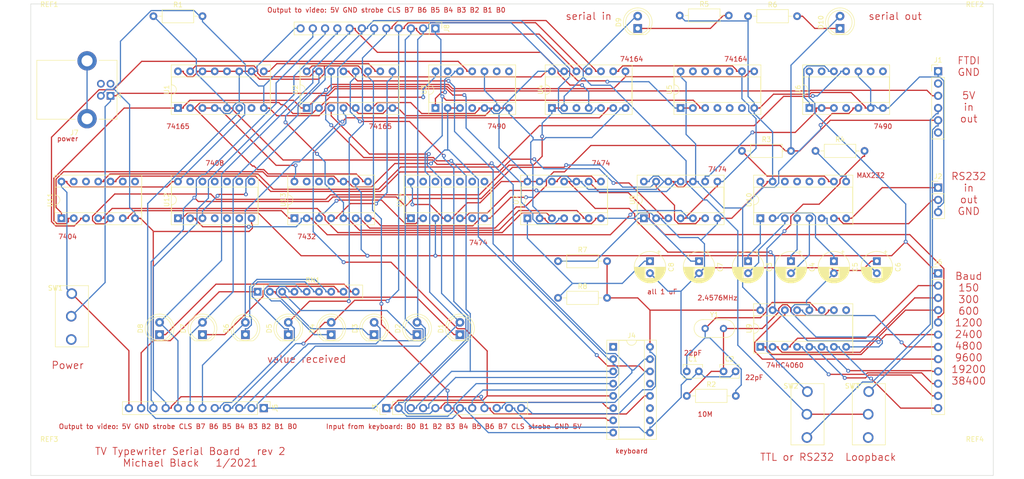
<source format=kicad_pcb>
(kicad_pcb (version 20171130) (host pcbnew 5.1.6-c6e7f7d~87~ubuntu16.04.1)
  (layers (0 F.Cu signal) (31 B.Cu signal) (34 B.Paste user) (35 F.Paste user) (36 B.SilkS user) (37 F.SilkS user) (38 B.Mask user) (39 F.Mask user) (44 Edge.Cuts user))
  (net 0 "")
  (net 1 GND)
  (net 2 "Net-(C1-Pad1)")
  (net 3 "Net-(C2-Pad1)")
  (net 4 "Net-(C3-Pad2)")
  (net 5 "Net-(C3-Pad1)")
  (net 6 "Net-(C4-Pad2)")
  (net 7 "Net-(C4-Pad1)")
  (net 8 "Net-(C5-Pad1)")
  (net 9 "Net-(C6-Pad2)")
  (net 10 "Net-(C7-Pad1)")
  (net 11 "Net-(C8-Pad1)")
  (net 12 B0_out)
  (net 13 "Net-(D1-Pad1)")
  (net 14 B1_out)
  (net 15 "Net-(D2-Pad1)")
  (net 16 B2_out)
  (net 17 "Net-(D3-Pad1)")
  (net 18 B3_out)
  (net 19 "Net-(D4-Pad1)")
  (net 20 B4_out)
  (net 21 "Net-(D5-Pad1)")
  (net 22 B5_out)
  (net 23 "Net-(D6-Pad1)")
  (net 24 B6_out)
  (net 25 "Net-(D7-Pad1)")
  (net 26 B7_out)
  (net 27 "Net-(D8-Pad1)")
  (net 28 serial_in_ttl)
  (net 29 "Net-(D9-Pad1)")
  (net 30 serial_out_ttl)
  (net 31 "Net-(D10-Pad1)")
  (net 32 "Net-(J1-Pad6)")
  (net 33 "Net-(J1-Pad4)")
  (net 34 "Net-(J1-Pad3)")
  (net 35 "Net-(J1-Pad2)")
  (net 36 "Net-(J2-Pad2)")
  (net 37 "Net-(J2-Pad1)")
  (net 38 +5V)
  (net 39 strobe_in)
  (net 40 CLS)
  (net 41 B7_in)
  (net 42 B6_in)
  (net 43 B5_in)
  (net 44 B4_in)
  (net 45 B3_in)
  (net 46 B2_in)
  (net 47 B1_in)
  (net 48 B0_in)
  (net 49 "Net-(J4-Pad13)")
  (net 50 "Net-(J4-Pad11)")
  (net 51 "Net-(J4-Pad10)")
  (net 52 "Net-(J4-Pad1)")
  (net 53 strobe_out)
  (net 54 "Net-(J6-Pad12)")
  (net 55 "Net-(J6-Pad11)")
  (net 56 "Net-(J6-Pad10)")
  (net 57 "Net-(J6-Pad9)")
  (net 58 "Net-(J6-Pad8)")
  (net 59 "Net-(J6-Pad7)")
  (net 60 "Net-(J6-Pad6)")
  (net 61 "Net-(J6-Pad5)")
  (net 62 "Net-(J6-Pad4)")
  (net 63 "Net-(J6-Pad3)")
  (net 64 "Net-(J6-Pad2)")
  (net 65 clock)
  (net 66 "Net-(J7-Pad5)")
  (net 67 "Net-(J7-Pad3)")
  (net 68 "Net-(J7-Pad2)")
  (net 69 "Net-(R3-Pad1)")
  (net 70 "Net-(R4-Pad2)")
  (net 71 "Net-(R4-Pad1)")
  (net 72 "Net-(U1-Pad15)")
  (net 73 "Net-(U1-Pad7)")
  (net 74 "Net-(U1-Pad2)")
  (net 75 "Net-(U1-Pad9)")
  (net 76 "Net-(U1-Pad1)")
  (net 77 "Net-(U2-Pad7)")
  (net 78 "Net-(U13-Pad4)")
  (net 79 "Net-(U3-Pad1)")
  (net 80 "Net-(U11-Pad3)")
  (net 81 "Net-(U3-Pad9)")
  (net 82 "Net-(U3-Pad8)")
  (net 83 "Net-(U12-Pad3)")
  (net 84 "Net-(U4-Pad3)")
  (net 85 "Net-(U4-Pad9)")
  (net 86 "Net-(U5-Pad6)")
  (net 87 "Net-(U5-Pad13)")
  (net 88 "Net-(U5-Pad5)")
  (net 89 "Net-(U5-Pad12)")
  (net 90 "Net-(U5-Pad4)")
  (net 91 "Net-(U5-Pad11)")
  (net 92 "Net-(U5-Pad10)")
  (net 93 "Net-(U6-Pad1)")
  (net 94 "Net-(U11-Pad11)")
  (net 95 "Net-(U6-Pad2)")
  (net 96 "Net-(U6-Pad9)")
  (net 97 "Net-(U6-Pad8)")
  (net 98 "Net-(U7-Pad12)")
  (net 99 "Net-(U7-Pad5)")
  (net 100 "Net-(U11-Pad4)")
  (net 101 "Net-(U12-Pad2)")
  (net 102 "Net-(U14-Pad5)")
  (net 103 "Net-(U11-Pad10)")
  (net 104 "Net-(U9-Pad9)")
  (net 105 "Net-(U10-Pad14)")
  (net 106 "Net-(U10-Pad13)")
  (net 107 "Net-(U10-Pad12)")
  (net 108 "Net-(U10-Pad11)")
  (net 109 "Net-(U11-Pad6)")
  (net 110 "Net-(U13-Pad3)")
  (net 111 "Net-(U14-Pad6)")
  (module Package_DIP:DIP-14_W7.62mm_Socket (layer F.Cu) (at 134.62 21.59 90)
    (fp_text reference U5 (at 3.81 -2.33 90) (layer F.SilkS))
    (fp_text value 74164)
    (pad 14 thru_hole oval (at 7.62 0 90) (size 1.6 1.6) (drill 0.8) (layers *.Cu *.Mask) (net 38 +5V))
    (pad 7 thru_hole oval (at 0 15.24 90) (size 1.6 1.6) (drill 0.8) (layers *.Cu *.Mask) (net 1 GND))
    (pad 13 thru_hole oval (at 7.62 2.54 90) (size 1.6 1.6) (drill 0.8) (layers *.Cu *.Mask) (net 87 "Net-(U5-Pad13)"))
    (pad 6 thru_hole oval (at 0 12.7 90) (size 1.6 1.6) (drill 0.8) (layers *.Cu *.Mask) (net 86 "Net-(U5-Pad6)"))
    (pad 12 thru_hole oval (at 7.62 5.08 90) (size 1.6 1.6) (drill 0.8) (layers *.Cu *.Mask) (net 89 "Net-(U5-Pad12)"))
    (pad 5 thru_hole oval (at 0 10.16 90) (size 1.6 1.6) (drill 0.8) (layers *.Cu *.Mask) (net 88 "Net-(U5-Pad5)"))
    (pad 11 thru_hole oval (at 7.62 7.62 90) (size 1.6 1.6) (drill 0.8) (layers *.Cu *.Mask) (net 91 "Net-(U5-Pad11)"))
    (pad 4 thru_hole oval (at 0 7.62 90) (size 1.6 1.6) (drill 0.8) (layers *.Cu *.Mask) (net 90 "Net-(U5-Pad4)"))
    (pad 10 thru_hole oval (at 7.62 10.16 90) (size 1.6 1.6) (drill 0.8) (layers *.Cu *.Mask) (net 92 "Net-(U5-Pad10)"))
    (pad 3 thru_hole oval (at 0 5.08 90) (size 1.6 1.6) (drill 0.8) (layers *.Cu *.Mask) (net 12 B0_out))
    (pad 9 thru_hole oval (at 7.62 12.7 90) (size 1.6 1.6) (drill 0.8) (layers *.Cu *.Mask) (net 85 "Net-(U4-Pad9)"))
    (pad 2 thru_hole oval (at 0 2.54 90) (size 1.6 1.6) (drill 0.8) (layers *.Cu *.Mask) (net 14 B1_out))
    (pad 8 thru_hole oval (at 7.62 15.24 90) (size 1.6 1.6) (drill 0.8) (layers *.Cu *.Mask) (net 83 "Net-(U12-Pad3)"))
    (pad 1 thru_hole rect (at 0 0 90) (size 1.6 1.6) (drill 0.8) (layers *.Cu *.Mask) (net 14 B1_out))
  )
  (module Package_DIP:DIP-14_W7.62mm_Socket (layer F.Cu) (at 107.95 21.59 90)
    (fp_text reference U4 (at 3.81 -2.33 90) (layer F.SilkS))
    (fp_text value 74164)
    (pad 14 thru_hole oval (at 7.62 0 90) (size 1.6 1.6) (drill 0.8) (layers *.Cu *.Mask) (net 38 +5V))
    (pad 7 thru_hole oval (at 0 15.24 90) (size 1.6 1.6) (drill 0.8) (layers *.Cu *.Mask) (net 1 GND))
    (pad 13 thru_hole oval (at 7.62 2.54 90) (size 1.6 1.6) (drill 0.8) (layers *.Cu *.Mask) (net 14 B1_out))
    (pad 6 thru_hole oval (at 0 12.7 90) (size 1.6 1.6) (drill 0.8) (layers *.Cu *.Mask) (net 22 B5_out))
    (pad 12 thru_hole oval (at 7.62 5.08 90) (size 1.6 1.6) (drill 0.8) (layers *.Cu *.Mask) (net 16 B2_out))
    (pad 5 thru_hole oval (at 0 10.16 90) (size 1.6 1.6) (drill 0.8) (layers *.Cu *.Mask) (net 24 B6_out))
    (pad 11 thru_hole oval (at 7.62 7.62 90) (size 1.6 1.6) (drill 0.8) (layers *.Cu *.Mask) (net 18 B3_out))
    (pad 4 thru_hole oval (at 0 7.62 90) (size 1.6 1.6) (drill 0.8) (layers *.Cu *.Mask) (net 26 B7_out))
    (pad 10 thru_hole oval (at 7.62 10.16 90) (size 1.6 1.6) (drill 0.8) (layers *.Cu *.Mask) (net 20 B4_out))
    (pad 3 thru_hole oval (at 0 5.08 90) (size 1.6 1.6) (drill 0.8) (layers *.Cu *.Mask) (net 84 "Net-(U4-Pad3)"))
    (pad 9 thru_hole oval (at 7.62 12.7 90) (size 1.6 1.6) (drill 0.8) (layers *.Cu *.Mask) (net 85 "Net-(U4-Pad9)"))
    (pad 2 thru_hole oval (at 0 2.54 90) (size 1.6 1.6) (drill 0.8) (layers *.Cu *.Mask) (net 28 serial_in_ttl))
    (pad 8 thru_hole oval (at 7.62 15.24 90) (size 1.6 1.6) (drill 0.8) (layers *.Cu *.Mask) (net 83 "Net-(U12-Pad3)"))
    (pad 1 thru_hole rect (at 0 0 90) (size 1.6 1.6) (drill 0.8) (layers *.Cu *.Mask) (net 28 serial_in_ttl))
  )
  (module MountingHole:MountingHole_2.7mm_M2.5 (layer F.Cu) (at 3.81 93.98)
    (fp_text reference REF3 (at 0 -3.7) (layer F.SilkS))
    (fp_text value MountingHole_2.7mm_M2.5)
    (pad 1 np_thru_hole circle (at 0 0) (size 2.7 2.7) (drill 2.7) (layers *.Cu *.Mask))
  )
  (module MountingHole:MountingHole_2.7mm_M2.5 (layer F.Cu) (at 195.58 93.98)
    (fp_text reference REF4 (at 0 -3.7) (layer F.SilkS))
    (fp_text value MountingHole_2.7mm_M2.5)
    (pad 1 np_thru_hole circle (at 0 0) (size 2.7 2.7) (drill 2.7) (layers *.Cu *.Mask))
  )
  (module MountingHole:MountingHole_2.7mm_M2.5 (layer F.Cu) (at 195.58 3.81)
    (fp_text reference REF2 (at 0 -3.7) (layer F.SilkS))
    (fp_text value MountingHole_2.7mm_M2.5)
    (pad 1 np_thru_hole circle (at 0 0) (size 2.7 2.7) (drill 2.7) (layers *.Cu *.Mask))
  )
  (module MountingHole:MountingHole_2.7mm_M2.5 (layer F.Cu) (at 3.81 3.81)
    (fp_text reference REF1 (at 0 -3.7) (layer F.SilkS))
    (fp_text value MountingHole_2.7mm_M2.5)
    (pad 1 np_thru_hole circle (at 0 0) (size 2.7 2.7) (drill 2.7) (layers *.Cu *.Mask))
  )
  (module Crystal:Crystal_HC52-6mm_Vertical (layer F.Cu) (at 139.7 67.31)
    (fp_text reference Y1 (at 1.9 -2.85) (layer F.SilkS))
    (fp_text value 2.4576MHz)
    (pad 2 thru_hole circle (at 3.8 0) (size 1.5 1.5) (drill 0.8) (layers *.Cu *.Mask) (net 3 "Net-(C2-Pad1)"))
    (pad 1 thru_hole circle (at 0 0) (size 1.5 1.5) (drill 0.8) (layers *.Cu *.Mask) (net 2 "Net-(C1-Pad1)"))
  )
  (module Package_DIP:DIP-14_W7.62mm_Socket (layer F.Cu) (at 78.74 44.45 90)
    (fp_text reference U14 (at 3.81 -2.33 90) (layer F.SilkS))
    (fp_text value 74LS74)
    (pad 14 thru_hole oval (at 7.62 0 90) (size 1.6 1.6) (drill 0.8) (layers *.Cu *.Mask) (net 38 +5V))
    (pad 7 thru_hole oval (at 0 15.24 90) (size 1.6 1.6) (drill 0.8) (layers *.Cu *.Mask) (net 1 GND))
    (pad 13 thru_hole oval (at 7.62 2.54 90) (size 1.6 1.6) (drill 0.8) (layers *.Cu *.Mask))
    (pad 6 thru_hole oval (at 0 12.7 90) (size 1.6 1.6) (drill 0.8) (layers *.Cu *.Mask) (net 111 "Net-(U14-Pad6)"))
    (pad 12 thru_hole oval (at 7.62 5.08 90) (size 1.6 1.6) (drill 0.8) (layers *.Cu *.Mask))
    (pad 5 thru_hole oval (at 0 10.16 90) (size 1.6 1.6) (drill 0.8) (layers *.Cu *.Mask) (net 102 "Net-(U14-Pad5)"))
    (pad 11 thru_hole oval (at 7.62 7.62 90) (size 1.6 1.6) (drill 0.8) (layers *.Cu *.Mask))
    (pad 4 thru_hole oval (at 0 7.62 90) (size 1.6 1.6) (drill 0.8) (layers *.Cu *.Mask) (net 38 +5V))
    (pad 10 thru_hole oval (at 7.62 10.16 90) (size 1.6 1.6) (drill 0.8) (layers *.Cu *.Mask))
    (pad 3 thru_hole oval (at 0 5.08 90) (size 1.6 1.6) (drill 0.8) (layers *.Cu *.Mask) (net 65 clock))
    (pad 9 thru_hole oval (at 7.62 12.7 90) (size 1.6 1.6) (drill 0.8) (layers *.Cu *.Mask))
    (pad 2 thru_hole oval (at 0 2.54 90) (size 1.6 1.6) (drill 0.8) (layers *.Cu *.Mask) (net 110 "Net-(U13-Pad3)"))
    (pad 8 thru_hole oval (at 7.62 15.24 90) (size 1.6 1.6) (drill 0.8) (layers *.Cu *.Mask))
    (pad 1 thru_hole rect (at 0 0 90) (size 1.6 1.6) (drill 0.8) (layers *.Cu *.Mask) (net 53 strobe_out))
  )
  (module Package_DIP:DIP-14_W7.62mm_Socket (layer F.Cu) (at 54.61 44.45 90)
    (fp_text reference U13 (at 3.81 -2.33 90) (layer F.SilkS))
    (fp_text value 74LS32)
    (pad 14 thru_hole oval (at 7.62 0 90) (size 1.6 1.6) (drill 0.8) (layers *.Cu *.Mask) (net 38 +5V))
    (pad 7 thru_hole oval (at 0 15.24 90) (size 1.6 1.6) (drill 0.8) (layers *.Cu *.Mask) (net 1 GND))
    (pad 13 thru_hole oval (at 7.62 2.54 90) (size 1.6 1.6) (drill 0.8) (layers *.Cu *.Mask))
    (pad 6 thru_hole oval (at 0 12.7 90) (size 1.6 1.6) (drill 0.8) (layers *.Cu *.Mask) (net 30 serial_out_ttl))
    (pad 12 thru_hole oval (at 7.62 5.08 90) (size 1.6 1.6) (drill 0.8) (layers *.Cu *.Mask))
    (pad 5 thru_hole oval (at 0 10.16 90) (size 1.6 1.6) (drill 0.8) (layers *.Cu *.Mask) (net 72 "Net-(U1-Pad15)"))
    (pad 11 thru_hole oval (at 7.62 7.62 90) (size 1.6 1.6) (drill 0.8) (layers *.Cu *.Mask))
    (pad 4 thru_hole oval (at 0 7.62 90) (size 1.6 1.6) (drill 0.8) (layers *.Cu *.Mask) (net 78 "Net-(U13-Pad4)"))
    (pad 10 thru_hole oval (at 7.62 10.16 90) (size 1.6 1.6) (drill 0.8) (layers *.Cu *.Mask) (net 39 strobe_in))
    (pad 3 thru_hole oval (at 0 5.08 90) (size 1.6 1.6) (drill 0.8) (layers *.Cu *.Mask) (net 110 "Net-(U13-Pad3)"))
    (pad 9 thru_hole oval (at 7.62 12.7 90) (size 1.6 1.6) (drill 0.8) (layers *.Cu *.Mask) (net 65 clock))
    (pad 2 thru_hole oval (at 0 2.54 90) (size 1.6 1.6) (drill 0.8) (layers *.Cu *.Mask) (net 101 "Net-(U12-Pad2)"))
    (pad 8 thru_hole oval (at 7.62 15.24 90) (size 1.6 1.6) (drill 0.8) (layers *.Cu *.Mask) (net 74 "Net-(U1-Pad2)"))
    (pad 1 thru_hole rect (at 0 0 90) (size 1.6 1.6) (drill 0.8) (layers *.Cu *.Mask) (net 109 "Net-(U11-Pad6)"))
  )
  (module Package_DIP:DIP-14_W7.62mm_Socket (layer F.Cu) (at 30.48 44.45 90)
    (fp_text reference U12 (at 3.81 -2.33 90) (layer F.SilkS))
    (fp_text value 74LS08)
    (pad 14 thru_hole oval (at 7.62 0 90) (size 1.6 1.6) (drill 0.8) (layers *.Cu *.Mask) (net 38 +5V))
    (pad 7 thru_hole oval (at 0 15.24 90) (size 1.6 1.6) (drill 0.8) (layers *.Cu *.Mask) (net 1 GND))
    (pad 13 thru_hole oval (at 7.62 2.54 90) (size 1.6 1.6) (drill 0.8) (layers *.Cu *.Mask))
    (pad 6 thru_hole oval (at 0 12.7 90) (size 1.6 1.6) (drill 0.8) (layers *.Cu *.Mask))
    (pad 12 thru_hole oval (at 7.62 5.08 90) (size 1.6 1.6) (drill 0.8) (layers *.Cu *.Mask))
    (pad 5 thru_hole oval (at 0 10.16 90) (size 1.6 1.6) (drill 0.8) (layers *.Cu *.Mask))
    (pad 11 thru_hole oval (at 7.62 7.62 90) (size 1.6 1.6) (drill 0.8) (layers *.Cu *.Mask))
    (pad 4 thru_hole oval (at 0 7.62 90) (size 1.6 1.6) (drill 0.8) (layers *.Cu *.Mask))
    (pad 10 thru_hole oval (at 7.62 10.16 90) (size 1.6 1.6) (drill 0.8) (layers *.Cu *.Mask))
    (pad 3 thru_hole oval (at 0 5.08 90) (size 1.6 1.6) (drill 0.8) (layers *.Cu *.Mask) (net 83 "Net-(U12-Pad3)"))
    (pad 9 thru_hole oval (at 7.62 12.7 90) (size 1.6 1.6) (drill 0.8) (layers *.Cu *.Mask))
    (pad 2 thru_hole oval (at 0 2.54 90) (size 1.6 1.6) (drill 0.8) (layers *.Cu *.Mask) (net 101 "Net-(U12-Pad2)"))
    (pad 8 thru_hole oval (at 7.62 15.24 90) (size 1.6 1.6) (drill 0.8) (layers *.Cu *.Mask))
    (pad 1 thru_hole rect (at 0 0 90) (size 1.6 1.6) (drill 0.8) (layers *.Cu *.Mask) (net 65 clock))
  )
  (module Package_DIP:DIP-14_W7.62mm_Socket (layer F.Cu) (at 6.35 44.45 90)
    (fp_text reference U11 (at 3.81 -2.33 90) (layer F.SilkS))
    (fp_text value 74LS04)
    (pad 14 thru_hole oval (at 7.62 0 90) (size 1.6 1.6) (drill 0.8) (layers *.Cu *.Mask) (net 38 +5V))
    (pad 7 thru_hole oval (at 0 15.24 90) (size 1.6 1.6) (drill 0.8) (layers *.Cu *.Mask) (net 1 GND))
    (pad 13 thru_hole oval (at 7.62 2.54 90) (size 1.6 1.6) (drill 0.8) (layers *.Cu *.Mask))
    (pad 6 thru_hole oval (at 0 12.7 90) (size 1.6 1.6) (drill 0.8) (layers *.Cu *.Mask) (net 109 "Net-(U11-Pad6)"))
    (pad 12 thru_hole oval (at 7.62 5.08 90) (size 1.6 1.6) (drill 0.8) (layers *.Cu *.Mask))
    (pad 5 thru_hole oval (at 0 10.16 90) (size 1.6 1.6) (drill 0.8) (layers *.Cu *.Mask) (net 28 serial_in_ttl))
    (pad 11 thru_hole oval (at 7.62 7.62 90) (size 1.6 1.6) (drill 0.8) (layers *.Cu *.Mask) (net 94 "Net-(U11-Pad11)"))
    (pad 4 thru_hole oval (at 0 7.62 90) (size 1.6 1.6) (drill 0.8) (layers *.Cu *.Mask) (net 100 "Net-(U11-Pad4)"))
    (pad 10 thru_hole oval (at 7.62 10.16 90) (size 1.6 1.6) (drill 0.8) (layers *.Cu *.Mask) (net 103 "Net-(U11-Pad10)"))
    (pad 3 thru_hole oval (at 0 5.08 90) (size 1.6 1.6) (drill 0.8) (layers *.Cu *.Mask) (net 80 "Net-(U11-Pad3)"))
    (pad 9 thru_hole oval (at 7.62 12.7 90) (size 1.6 1.6) (drill 0.8) (layers *.Cu *.Mask))
    (pad 2 thru_hole oval (at 0 2.54 90) (size 1.6 1.6) (drill 0.8) (layers *.Cu *.Mask) (net 76 "Net-(U1-Pad1)"))
    (pad 8 thru_hole oval (at 7.62 15.24 90) (size 1.6 1.6) (drill 0.8) (layers *.Cu *.Mask))
    (pad 1 thru_hole rect (at 0 0 90) (size 1.6 1.6) (drill 0.8) (layers *.Cu *.Mask) (net 39 strobe_in))
  )
  (module Package_DIP:DIP-16_W7.62mm_Socket (layer F.Cu) (at 151.13 44.45 90)
    (fp_text reference U10 (at 3.81 -2.33 90) (layer F.SilkS))
    (fp_text value MAX232)
    (pad 16 thru_hole oval (at 7.62 0 90) (size 1.6 1.6) (drill 0.8) (layers *.Cu *.Mask) (net 38 +5V))
    (pad 8 thru_hole oval (at 0 17.78 90) (size 1.6 1.6) (drill 0.8) (layers *.Cu *.Mask) (net 37 "Net-(J2-Pad1)"))
    (pad 15 thru_hole oval (at 7.62 2.54 90) (size 1.6 1.6) (drill 0.8) (layers *.Cu *.Mask) (net 1 GND))
    (pad 7 thru_hole oval (at 0 15.24 90) (size 1.6 1.6) (drill 0.8) (layers *.Cu *.Mask) (net 36 "Net-(J2-Pad2)"))
    (pad 14 thru_hole oval (at 7.62 5.08 90) (size 1.6 1.6) (drill 0.8) (layers *.Cu *.Mask) (net 105 "Net-(U10-Pad14)"))
    (pad 6 thru_hole oval (at 0 12.7 90) (size 1.6 1.6) (drill 0.8) (layers *.Cu *.Mask) (net 9 "Net-(C6-Pad2)"))
    (pad 13 thru_hole oval (at 7.62 7.62 90) (size 1.6 1.6) (drill 0.8) (layers *.Cu *.Mask) (net 106 "Net-(U10-Pad13)"))
    (pad 5 thru_hole oval (at 0 10.16 90) (size 1.6 1.6) (drill 0.8) (layers *.Cu *.Mask) (net 6 "Net-(C4-Pad2)"))
    (pad 12 thru_hole oval (at 7.62 10.16 90) (size 1.6 1.6) (drill 0.8) (layers *.Cu *.Mask) (net 107 "Net-(U10-Pad12)"))
    (pad 4 thru_hole oval (at 0 7.62 90) (size 1.6 1.6) (drill 0.8) (layers *.Cu *.Mask) (net 7 "Net-(C4-Pad1)"))
    (pad 11 thru_hole oval (at 7.62 12.7 90) (size 1.6 1.6) (drill 0.8) (layers *.Cu *.Mask) (net 108 "Net-(U10-Pad11)"))
    (pad 3 thru_hole oval (at 0 5.08 90) (size 1.6 1.6) (drill 0.8) (layers *.Cu *.Mask) (net 4 "Net-(C3-Pad2)"))
    (pad 10 thru_hole oval (at 7.62 15.24 90) (size 1.6 1.6) (drill 0.8) (layers *.Cu *.Mask) (net 69 "Net-(R3-Pad1)"))
    (pad 2 thru_hole oval (at 0 2.54 90) (size 1.6 1.6) (drill 0.8) (layers *.Cu *.Mask) (net 8 "Net-(C5-Pad1)"))
    (pad 9 thru_hole oval (at 7.62 17.78 90) (size 1.6 1.6) (drill 0.8) (layers *.Cu *.Mask) (net 71 "Net-(R4-Pad1)"))
    (pad 1 thru_hole rect (at 0 0 90) (size 1.6 1.6) (drill 0.8) (layers *.Cu *.Mask) (net 5 "Net-(C3-Pad1)"))
  )
  (module Package_DIP:DIP-16_W7.62mm_Socket (layer F.Cu) (at 151.13 71.12 90)
    (fp_text reference U9 (at 3.81 -2.33 90) (layer F.SilkS))
    (fp_text value 74HC4060)
    (pad 16 thru_hole oval (at 7.62 0 90) (size 1.6 1.6) (drill 0.8) (layers *.Cu *.Mask) (net 38 +5V))
    (pad 8 thru_hole oval (at 0 17.78 90) (size 1.6 1.6) (drill 0.8) (layers *.Cu *.Mask) (net 1 GND))
    (pad 15 thru_hole oval (at 7.62 2.54 90) (size 1.6 1.6) (drill 0.8) (layers *.Cu *.Mask) (net 60 "Net-(J6-Pad6)"))
    (pad 7 thru_hole oval (at 0 15.24 90) (size 1.6 1.6) (drill 0.8) (layers *.Cu *.Mask) (net 54 "Net-(J6-Pad12)"))
    (pad 14 thru_hole oval (at 7.62 5.08 90) (size 1.6 1.6) (drill 0.8) (layers *.Cu *.Mask) (net 58 "Net-(J6-Pad8)"))
    (pad 6 thru_hole oval (at 0 12.7 90) (size 1.6 1.6) (drill 0.8) (layers *.Cu *.Mask) (net 57 "Net-(J6-Pad9)"))
    (pad 13 thru_hole oval (at 7.62 7.62 90) (size 1.6 1.6) (drill 0.8) (layers *.Cu *.Mask) (net 59 "Net-(J6-Pad7)"))
    (pad 5 thru_hole oval (at 0 10.16 90) (size 1.6 1.6) (drill 0.8) (layers *.Cu *.Mask) (net 55 "Net-(J6-Pad11)"))
    (pad 12 thru_hole oval (at 7.62 10.16 90) (size 1.6 1.6) (drill 0.8) (layers *.Cu *.Mask) (net 1 GND))
    (pad 4 thru_hole oval (at 0 7.62 90) (size 1.6 1.6) (drill 0.8) (layers *.Cu *.Mask) (net 56 "Net-(J6-Pad10)"))
    (pad 11 thru_hole oval (at 7.62 12.7 90) (size 1.6 1.6) (drill 0.8) (layers *.Cu *.Mask) (net 2 "Net-(C1-Pad1)"))
    (pad 3 thru_hole oval (at 0 5.08 90) (size 1.6 1.6) (drill 0.8) (layers *.Cu *.Mask) (net 64 "Net-(J6-Pad2)"))
    (pad 10 thru_hole oval (at 7.62 15.24 90) (size 1.6 1.6) (drill 0.8) (layers *.Cu *.Mask) (net 3 "Net-(C2-Pad1)"))
    (pad 2 thru_hole oval (at 0 2.54 90) (size 1.6 1.6) (drill 0.8) (layers *.Cu *.Mask) (net 63 "Net-(J6-Pad3)"))
    (pad 9 thru_hole oval (at 7.62 17.78 90) (size 1.6 1.6) (drill 0.8) (layers *.Cu *.Mask) (net 104 "Net-(U9-Pad9)"))
    (pad 1 thru_hole rect (at 0 0 90) (size 1.6 1.6) (drill 0.8) (layers *.Cu *.Mask) (net 62 "Net-(J6-Pad4)"))
  )
  (module Package_DIP:DIP-14_W7.62mm_Socket (layer F.Cu) (at 127 44.45 90)
    (fp_text reference U8 (at 3.81 -2.33 90) (layer F.SilkS))
    (fp_text value 74LS74)
    (pad 14 thru_hole oval (at 7.62 0 90) (size 1.6 1.6) (drill 0.8) (layers *.Cu *.Mask) (net 38 +5V))
    (pad 7 thru_hole oval (at 0 15.24 90) (size 1.6 1.6) (drill 0.8) (layers *.Cu *.Mask) (net 1 GND))
    (pad 13 thru_hole oval (at 7.62 2.54 90) (size 1.6 1.6) (drill 0.8) (layers *.Cu *.Mask) (net 53 strobe_out))
    (pad 6 thru_hole oval (at 0 12.7 90) (size 1.6 1.6) (drill 0.8) (layers *.Cu *.Mask) (net 53 strobe_out))
    (pad 12 thru_hole oval (at 7.62 5.08 90) (size 1.6 1.6) (drill 0.8) (layers *.Cu *.Mask) (net 38 +5V))
    (pad 5 thru_hole oval (at 0 10.16 90) (size 1.6 1.6) (drill 0.8) (layers *.Cu *.Mask) (net 101 "Net-(U12-Pad2)"))
    (pad 11 thru_hole oval (at 7.62 7.62 90) (size 1.6 1.6) (drill 0.8) (layers *.Cu *.Mask) (net 102 "Net-(U14-Pad5)"))
    (pad 4 thru_hole oval (at 0 7.62 90) (size 1.6 1.6) (drill 0.8) (layers *.Cu *.Mask) (net 85 "Net-(U4-Pad9)"))
    (pad 10 thru_hole oval (at 7.62 10.16 90) (size 1.6 1.6) (drill 0.8) (layers *.Cu *.Mask) (net 38 +5V))
    (pad 3 thru_hole oval (at 0 5.08 90) (size 1.6 1.6) (drill 0.8) (layers *.Cu *.Mask) (net 103 "Net-(U11-Pad10)"))
    (pad 9 thru_hole oval (at 7.62 12.7 90) (size 1.6 1.6) (drill 0.8) (layers *.Cu *.Mask) (net 95 "Net-(U6-Pad2)"))
    (pad 2 thru_hole oval (at 0 2.54 90) (size 1.6 1.6) (drill 0.8) (layers *.Cu *.Mask) (net 1 GND))
    (pad 8 thru_hole oval (at 7.62 15.24 90) (size 1.6 1.6) (drill 0.8) (layers *.Cu *.Mask) (net 85 "Net-(U4-Pad9)"))
    (pad 1 thru_hole rect (at 0 0 90) (size 1.6 1.6) (drill 0.8) (layers *.Cu *.Mask) (net 10 "Net-(C7-Pad1)"))
  )
  (module Package_DIP:DIP-14_W7.62mm_Socket (layer F.Cu) (at 102.87 44.45 90)
    (fp_text reference U7 (at 3.81 -2.33 90) (layer F.SilkS))
    (fp_text value 74LS74)
    (pad 14 thru_hole oval (at 7.62 0 90) (size 1.6 1.6) (drill 0.8) (layers *.Cu *.Mask) (net 38 +5V))
    (pad 7 thru_hole oval (at 0 15.24 90) (size 1.6 1.6) (drill 0.8) (layers *.Cu *.Mask) (net 1 GND))
    (pad 13 thru_hole oval (at 7.62 2.54 90) (size 1.6 1.6) (drill 0.8) (layers *.Cu *.Mask) (net 38 +5V))
    (pad 6 thru_hole oval (at 0 12.7 90) (size 1.6 1.6) (drill 0.8) (layers *.Cu *.Mask) (net 72 "Net-(U1-Pad15)"))
    (pad 12 thru_hole oval (at 7.62 5.08 90) (size 1.6 1.6) (drill 0.8) (layers *.Cu *.Mask) (net 98 "Net-(U7-Pad12)"))
    (pad 5 thru_hole oval (at 0 10.16 90) (size 1.6 1.6) (drill 0.8) (layers *.Cu *.Mask) (net 99 "Net-(U7-Pad5)"))
    (pad 11 thru_hole oval (at 7.62 7.62 90) (size 1.6 1.6) (drill 0.8) (layers *.Cu *.Mask) (net 60 "Net-(J6-Pad6)"))
    (pad 4 thru_hole oval (at 0 7.62 90) (size 1.6 1.6) (drill 0.8) (layers *.Cu *.Mask) (net 76 "Net-(U1-Pad1)"))
    (pad 10 thru_hole oval (at 7.62 10.16 90) (size 1.6 1.6) (drill 0.8) (layers *.Cu *.Mask) (net 38 +5V))
    (pad 3 thru_hole oval (at 0 5.08 90) (size 1.6 1.6) (drill 0.8) (layers *.Cu *.Mask) (net 100 "Net-(U11-Pad4)"))
    (pad 9 thru_hole oval (at 7.62 12.7 90) (size 1.6 1.6) (drill 0.8) (layers *.Cu *.Mask) (net 61 "Net-(J6-Pad5)"))
    (pad 2 thru_hole oval (at 0 2.54 90) (size 1.6 1.6) (drill 0.8) (layers *.Cu *.Mask) (net 1 GND))
    (pad 8 thru_hole oval (at 7.62 15.24 90) (size 1.6 1.6) (drill 0.8) (layers *.Cu *.Mask) (net 98 "Net-(U7-Pad12)"))
    (pad 1 thru_hole rect (at 0 0 90) (size 1.6 1.6) (drill 0.8) (layers *.Cu *.Mask) (net 11 "Net-(C8-Pad1)"))
  )
  (module Package_DIP:DIP-14_W7.62mm_Socket (layer F.Cu) (at 161.29 21.59 90)
    (fp_text reference U6 (at 3.81 -2.33 90) (layer F.SilkS))
    (fp_text value 74LS90)
    (pad 14 thru_hole oval (at 7.62 0 90) (size 1.6 1.6) (drill 0.8) (layers *.Cu *.Mask) (net 65 clock))
    (pad 7 thru_hole oval (at 0 15.24 90) (size 1.6 1.6) (drill 0.8) (layers *.Cu *.Mask) (net 1 GND))
    (pad 13 thru_hole oval (at 7.62 2.54 90) (size 1.6 1.6) (drill 0.8) (layers *.Cu *.Mask))
    (pad 6 thru_hole oval (at 0 12.7 90) (size 1.6 1.6) (drill 0.8) (layers *.Cu *.Mask) (net 1 GND))
    (pad 12 thru_hole oval (at 7.62 5.08 90) (size 1.6 1.6) (drill 0.8) (layers *.Cu *.Mask) (net 93 "Net-(U6-Pad1)"))
    (pad 5 thru_hole oval (at 0 10.16 90) (size 1.6 1.6) (drill 0.8) (layers *.Cu *.Mask) (net 38 +5V))
    (pad 11 thru_hole oval (at 7.62 7.62 90) (size 1.6 1.6) (drill 0.8) (layers *.Cu *.Mask) (net 94 "Net-(U11-Pad11)"))
    (pad 4 thru_hole oval (at 0 7.62 90) (size 1.6 1.6) (drill 0.8) (layers *.Cu *.Mask))
    (pad 10 thru_hole oval (at 7.62 10.16 90) (size 1.6 1.6) (drill 0.8) (layers *.Cu *.Mask) (net 1 GND))
    (pad 3 thru_hole oval (at 0 5.08 90) (size 1.6 1.6) (drill 0.8) (layers *.Cu *.Mask) (net 95 "Net-(U6-Pad2)"))
    (pad 9 thru_hole oval (at 7.62 12.7 90) (size 1.6 1.6) (drill 0.8) (layers *.Cu *.Mask) (net 96 "Net-(U6-Pad9)"))
    (pad 2 thru_hole oval (at 0 2.54 90) (size 1.6 1.6) (drill 0.8) (layers *.Cu *.Mask) (net 95 "Net-(U6-Pad2)"))
    (pad 8 thru_hole oval (at 7.62 15.24 90) (size 1.6 1.6) (drill 0.8) (layers *.Cu *.Mask) (net 97 "Net-(U6-Pad8)"))
    (pad 1 thru_hole rect (at 0 0 90) (size 1.6 1.6) (drill 0.8) (layers *.Cu *.Mask) (net 93 "Net-(U6-Pad1)"))
  )
  (module Package_DIP:DIP-14_W7.62mm_Socket (layer F.Cu) (at 83.82 21.59 90)
    (fp_text reference U3 (at 3.81 -2.33 90) (layer F.SilkS))
    (fp_text value 74LS90)
    (pad 14 thru_hole oval (at 7.62 0 90) (size 1.6 1.6) (drill 0.8) (layers *.Cu *.Mask) (net 74 "Net-(U1-Pad2)"))
    (pad 7 thru_hole oval (at 0 15.24 90) (size 1.6 1.6) (drill 0.8) (layers *.Cu *.Mask) (net 1 GND))
    (pad 13 thru_hole oval (at 7.62 2.54 90) (size 1.6 1.6) (drill 0.8) (layers *.Cu *.Mask))
    (pad 6 thru_hole oval (at 0 12.7 90) (size 1.6 1.6) (drill 0.8) (layers *.Cu *.Mask) (net 1 GND))
    (pad 12 thru_hole oval (at 7.62 5.08 90) (size 1.6 1.6) (drill 0.8) (layers *.Cu *.Mask) (net 79 "Net-(U3-Pad1)"))
    (pad 5 thru_hole oval (at 0 10.16 90) (size 1.6 1.6) (drill 0.8) (layers *.Cu *.Mask) (net 38 +5V))
    (pad 11 thru_hole oval (at 7.62 7.62 90) (size 1.6 1.6) (drill 0.8) (layers *.Cu *.Mask) (net 80 "Net-(U11-Pad3)"))
    (pad 4 thru_hole oval (at 0 7.62 90) (size 1.6 1.6) (drill 0.8) (layers *.Cu *.Mask))
    (pad 10 thru_hole oval (at 7.62 10.16 90) (size 1.6 1.6) (drill 0.8) (layers *.Cu *.Mask) (net 1 GND))
    (pad 3 thru_hole oval (at 0 5.08 90) (size 1.6 1.6) (drill 0.8) (layers *.Cu *.Mask) (net 39 strobe_in))
    (pad 9 thru_hole oval (at 7.62 12.7 90) (size 1.6 1.6) (drill 0.8) (layers *.Cu *.Mask) (net 81 "Net-(U3-Pad9)"))
    (pad 2 thru_hole oval (at 0 2.54 90) (size 1.6 1.6) (drill 0.8) (layers *.Cu *.Mask) (net 39 strobe_in))
    (pad 8 thru_hole oval (at 7.62 15.24 90) (size 1.6 1.6) (drill 0.8) (layers *.Cu *.Mask) (net 82 "Net-(U3-Pad8)"))
    (pad 1 thru_hole rect (at 0 0 90) (size 1.6 1.6) (drill 0.8) (layers *.Cu *.Mask) (net 79 "Net-(U3-Pad1)"))
  )
  (module Package_DIP:DIP-16_W7.62mm_Socket (layer F.Cu) (at 57.15 21.59 90)
    (fp_text reference U2 (at 3.81 -2.33 90) (layer F.SilkS))
    (fp_text value 74LS165)
    (pad 16 thru_hole oval (at 7.62 0 90) (size 1.6 1.6) (drill 0.8) (layers *.Cu *.Mask) (net 38 +5V))
    (pad 8 thru_hole oval (at 0 17.78 90) (size 1.6 1.6) (drill 0.8) (layers *.Cu *.Mask) (net 1 GND))
    (pad 15 thru_hole oval (at 7.62 2.54 90) (size 1.6 1.6) (drill 0.8) (layers *.Cu *.Mask) (net 72 "Net-(U1-Pad15)"))
    (pad 7 thru_hole oval (at 0 15.24 90) (size 1.6 1.6) (drill 0.8) (layers *.Cu *.Mask) (net 77 "Net-(U2-Pad7)"))
    (pad 14 thru_hole oval (at 7.62 5.08 90) (size 1.6 1.6) (drill 0.8) (layers *.Cu *.Mask) (net 46 B2_in))
    (pad 6 thru_hole oval (at 0 12.7 90) (size 1.6 1.6) (drill 0.8) (layers *.Cu *.Mask) (net 38 +5V))
    (pad 13 thru_hole oval (at 7.62 7.62 90) (size 1.6 1.6) (drill 0.8) (layers *.Cu *.Mask) (net 45 B3_in))
    (pad 5 thru_hole oval (at 0 10.16 90) (size 1.6 1.6) (drill 0.8) (layers *.Cu *.Mask) (net 1 GND))
    (pad 12 thru_hole oval (at 7.62 10.16 90) (size 1.6 1.6) (drill 0.8) (layers *.Cu *.Mask) (net 44 B4_in))
    (pad 4 thru_hole oval (at 0 7.62 90) (size 1.6 1.6) (drill 0.8) (layers *.Cu *.Mask) (net 48 B0_in))
    (pad 11 thru_hole oval (at 7.62 12.7 90) (size 1.6 1.6) (drill 0.8) (layers *.Cu *.Mask) (net 43 B5_in))
    (pad 3 thru_hole oval (at 0 5.08 90) (size 1.6 1.6) (drill 0.8) (layers *.Cu *.Mask) (net 47 B1_in))
    (pad 10 thru_hole oval (at 7.62 15.24 90) (size 1.6 1.6) (drill 0.8) (layers *.Cu *.Mask) (net 75 "Net-(U1-Pad9)"))
    (pad 2 thru_hole oval (at 0 2.54 90) (size 1.6 1.6) (drill 0.8) (layers *.Cu *.Mask) (net 74 "Net-(U1-Pad2)"))
    (pad 9 thru_hole oval (at 7.62 17.78 90) (size 1.6 1.6) (drill 0.8) (layers *.Cu *.Mask) (net 78 "Net-(U13-Pad4)"))
    (pad 1 thru_hole rect (at 0 0 90) (size 1.6 1.6) (drill 0.8) (layers *.Cu *.Mask) (net 76 "Net-(U1-Pad1)"))
  )
  (module Package_DIP:DIP-16_W7.62mm_Socket (layer F.Cu) (at 30.48 21.59 90)
    (fp_text reference U1 (at 3.81 -2.33 90) (layer F.SilkS))
    (fp_text value 74LS165)
    (pad 16 thru_hole oval (at 7.62 0 90) (size 1.6 1.6) (drill 0.8) (layers *.Cu *.Mask) (net 38 +5V))
    (pad 8 thru_hole oval (at 0 17.78 90) (size 1.6 1.6) (drill 0.8) (layers *.Cu *.Mask) (net 1 GND))
    (pad 15 thru_hole oval (at 7.62 2.54 90) (size 1.6 1.6) (drill 0.8) (layers *.Cu *.Mask) (net 72 "Net-(U1-Pad15)"))
    (pad 7 thru_hole oval (at 0 15.24 90) (size 1.6 1.6) (drill 0.8) (layers *.Cu *.Mask) (net 73 "Net-(U1-Pad7)"))
    (pad 14 thru_hole oval (at 7.62 5.08 90) (size 1.6 1.6) (drill 0.8) (layers *.Cu *.Mask) (net 38 +5V))
    (pad 6 thru_hole oval (at 0 12.7 90) (size 1.6 1.6) (drill 0.8) (layers *.Cu *.Mask) (net 42 B6_in))
    (pad 13 thru_hole oval (at 7.62 7.62 90) (size 1.6 1.6) (drill 0.8) (layers *.Cu *.Mask) (net 38 +5V))
    (pad 5 thru_hole oval (at 0 10.16 90) (size 1.6 1.6) (drill 0.8) (layers *.Cu *.Mask) (net 41 B7_in))
    (pad 12 thru_hole oval (at 7.62 10.16 90) (size 1.6 1.6) (drill 0.8) (layers *.Cu *.Mask) (net 38 +5V))
    (pad 4 thru_hole oval (at 0 7.62 90) (size 1.6 1.6) (drill 0.8) (layers *.Cu *.Mask) (net 38 +5V))
    (pad 11 thru_hole oval (at 7.62 12.7 90) (size 1.6 1.6) (drill 0.8) (layers *.Cu *.Mask) (net 38 +5V))
    (pad 3 thru_hole oval (at 0 5.08 90) (size 1.6 1.6) (drill 0.8) (layers *.Cu *.Mask) (net 38 +5V))
    (pad 10 thru_hole oval (at 7.62 15.24 90) (size 1.6 1.6) (drill 0.8) (layers *.Cu *.Mask) (net 38 +5V))
    (pad 2 thru_hole oval (at 0 2.54 90) (size 1.6 1.6) (drill 0.8) (layers *.Cu *.Mask) (net 74 "Net-(U1-Pad2)"))
    (pad 9 thru_hole oval (at 7.62 17.78 90) (size 1.6 1.6) (drill 0.8) (layers *.Cu *.Mask) (net 75 "Net-(U1-Pad9)"))
    (pad 1 thru_hole rect (at 0 0 90) (size 1.6 1.6) (drill 0.8) (layers *.Cu *.Mask) (net 76 "Net-(U1-Pad1)"))
  )
  (module riscy:SPDT_toggle_switch_jameco_pcb_mounting (layer F.Cu) (at 170.18 78.74)
    (fp_text reference SW3 (at 0 0.5) (layer F.SilkS))
    (fp_text value loopback)
    (pad 2 thru_hole circle (at 3.302 6.35) (size 2.2 2.2) (drill 1.5) (layers *.Cu *.Mask) (net 28 serial_in_ttl))
    (pad 3 thru_hole circle (at 3.302 11.176) (size 2.2 2.2) (drill 1.5) (layers *.Cu *.Mask))
    (pad 1 thru_hole circle (at 3.4 1.65) (size 2.2 2.2) (drill 1.5) (layers *.Cu *.Mask) (net 30 serial_out_ttl))
  )
  (module riscy:SPDT_toggle_switch_jameco_pcb_mounting (layer F.Cu) (at 157.48 78.74)
    (fp_text reference SW2 (at 0 0.5) (layer F.SilkS))
    (fp_text value TTLorRS232)
    (pad 2 thru_hole circle (at 3.302 6.35) (size 2.2 2.2) (drill 1.5) (layers *.Cu *.Mask) (net 28 serial_in_ttl))
    (pad 3 thru_hole circle (at 3.302 11.176) (size 2.2 2.2) (drill 1.5) (layers *.Cu *.Mask) (net 33 "Net-(J1-Pad4)"))
    (pad 1 thru_hole circle (at 3.4 1.65) (size 2.2 2.2) (drill 1.5) (layers *.Cu *.Mask) (net 70 "Net-(R4-Pad2)"))
  )
  (module riscy:SPDT_toggle_switch_jameco_pcb_mounting (layer F.Cu) (at 5.08 58.42)
    (fp_text reference SW1 (at 0 0.5) (layer F.SilkS))
    (fp_text value POWER)
    (pad 2 thru_hole circle (at 3.302 6.35) (size 2.2 2.2) (drill 1.5) (layers *.Cu *.Mask) (net 34 "Net-(J1-Pad3)"))
    (pad 3 thru_hole circle (at 3.302 11.176) (size 2.2 2.2) (drill 1.5) (layers *.Cu *.Mask))
    (pad 1 thru_hole circle (at 3.4 1.65) (size 2.2 2.2) (drill 1.5) (layers *.Cu *.Mask) (net 38 +5V))
  )
  (module Resistor_THT:R_Array_SIP9 (layer F.Cu) (at 46.99 59.69)
    (fp_text reference RN1 (at 11.43 -2.4) (layer F.SilkS))
    (fp_text value 1k)
    (pad 9 thru_hole oval (at 20.32 0) (size 1.6 1.6) (drill 0.8) (layers *.Cu *.Mask) (net 27 "Net-(D8-Pad1)"))
    (pad 8 thru_hole oval (at 17.78 0) (size 1.6 1.6) (drill 0.8) (layers *.Cu *.Mask) (net 25 "Net-(D7-Pad1)"))
    (pad 7 thru_hole oval (at 15.24 0) (size 1.6 1.6) (drill 0.8) (layers *.Cu *.Mask) (net 23 "Net-(D6-Pad1)"))
    (pad 6 thru_hole oval (at 12.7 0) (size 1.6 1.6) (drill 0.8) (layers *.Cu *.Mask) (net 21 "Net-(D5-Pad1)"))
    (pad 5 thru_hole oval (at 10.16 0) (size 1.6 1.6) (drill 0.8) (layers *.Cu *.Mask) (net 19 "Net-(D4-Pad1)"))
    (pad 4 thru_hole oval (at 7.62 0) (size 1.6 1.6) (drill 0.8) (layers *.Cu *.Mask) (net 17 "Net-(D3-Pad1)"))
    (pad 3 thru_hole oval (at 5.08 0) (size 1.6 1.6) (drill 0.8) (layers *.Cu *.Mask) (net 15 "Net-(D2-Pad1)"))
    (pad 2 thru_hole oval (at 2.54 0) (size 1.6 1.6) (drill 0.8) (layers *.Cu *.Mask) (net 13 "Net-(D1-Pad1)"))
    (pad 1 thru_hole rect (at 0 0) (size 1.6 1.6) (drill 0.8) (layers *.Cu *.Mask) (net 1 GND))
  )
  (module Resistor_THT:R_Axial_DIN0207_L6.3mm_D2.5mm_P10.16mm_Horizontal (layer F.Cu) (at 109.22 60.96)
    (fp_text reference R8 (at 5.08 -2.37) (layer F.SilkS))
    (fp_text value 1k)
    (pad 2 thru_hole oval (at 10.16 0) (size 1.6 1.6) (drill 0.8) (layers *.Cu *.Mask) (net 38 +5V))
    (pad 1 thru_hole circle (at 0 0) (size 1.6 1.6) (drill 0.8) (layers *.Cu *.Mask) (net 11 "Net-(C8-Pad1)"))
  )
  (module Resistor_THT:R_Axial_DIN0207_L6.3mm_D2.5mm_P10.16mm_Horizontal (layer F.Cu) (at 109.22 53.34)
    (fp_text reference R7 (at 5.08 -2.37) (layer F.SilkS))
    (fp_text value 1k)
    (pad 2 thru_hole oval (at 10.16 0) (size 1.6 1.6) (drill 0.8) (layers *.Cu *.Mask) (net 38 +5V))
    (pad 1 thru_hole circle (at 0 0) (size 1.6 1.6) (drill 0.8) (layers *.Cu *.Mask) (net 10 "Net-(C7-Pad1)"))
  )
  (module Resistor_THT:R_Axial_DIN0207_L6.3mm_D2.5mm_P10.16mm_Horizontal (layer F.Cu) (at 148.59 2.54)
    (fp_text reference R6 (at 5.08 -2.37) (layer F.SilkS))
    (fp_text value 1k)
    (pad 2 thru_hole oval (at 10.16 0) (size 1.6 1.6) (drill 0.8) (layers *.Cu *.Mask) (net 31 "Net-(D10-Pad1)"))
    (pad 1 thru_hole circle (at 0 0) (size 1.6 1.6) (drill 0.8) (layers *.Cu *.Mask) (net 1 GND))
  )
  (module Resistor_THT:R_Axial_DIN0207_L6.3mm_D2.5mm_P10.16mm_Horizontal (layer F.Cu) (at 134.43 2.4)
    (fp_text reference R5 (at 5.08 -2.37) (layer F.SilkS))
    (fp_text value 1k)
    (pad 2 thru_hole oval (at 10.16 0) (size 1.6 1.6) (drill 0.8) (layers *.Cu *.Mask) (net 29 "Net-(D9-Pad1)"))
    (pad 1 thru_hole circle (at 0 0) (size 1.6 1.6) (drill 0.8) (layers *.Cu *.Mask) (net 1 GND))
  )
  (module Resistor_THT:R_Axial_DIN0207_L6.3mm_D2.5mm_P10.16mm_Horizontal (layer F.Cu) (at 162.56 30.48)
    (fp_text reference R4 (at 5.08 -2.37) (layer F.SilkS))
    (fp_text value 1k)
    (pad 2 thru_hole oval (at 10.16 0) (size 1.6 1.6) (drill 0.8) (layers *.Cu *.Mask) (net 70 "Net-(R4-Pad2)"))
    (pad 1 thru_hole circle (at 0 0) (size 1.6 1.6) (drill 0.8) (layers *.Cu *.Mask) (net 71 "Net-(R4-Pad1)"))
  )
  (module Resistor_THT:R_Axial_DIN0207_L6.3mm_D2.5mm_P10.16mm_Horizontal (layer F.Cu) (at 147.32 30.48)
    (fp_text reference R3 (at 5.08 -2.37) (layer F.SilkS))
    (fp_text value 1k)
    (pad 2 thru_hole oval (at 10.16 0) (size 1.6 1.6) (drill 0.8) (layers *.Cu *.Mask) (net 30 serial_out_ttl))
    (pad 1 thru_hole circle (at 0 0) (size 1.6 1.6) (drill 0.8) (layers *.Cu *.Mask) (net 69 "Net-(R3-Pad1)"))
  )
  (module Resistor_THT:R_Axial_DIN0207_L6.3mm_D2.5mm_P10.16mm_Horizontal (layer F.Cu) (at 135.89 81.28)
    (fp_text reference R2 (at 5.08 -2.37) (layer F.SilkS))
    (fp_text value 10M)
    (pad 2 thru_hole oval (at 10.16 0) (size 1.6 1.6) (drill 0.8) (layers *.Cu *.Mask) (net 2 "Net-(C1-Pad1)"))
    (pad 1 thru_hole circle (at 0 0) (size 1.6 1.6) (drill 0.8) (layers *.Cu *.Mask) (net 3 "Net-(C2-Pad1)"))
  )
  (module Resistor_THT:R_Axial_DIN0207_L6.3mm_D2.5mm_P10.16mm_Horizontal (layer F.Cu) (at 25.4 2.54)
    (fp_text reference R1 (at 5.08 -2.37) (layer F.SilkS))
    (fp_text value 1k)
    (pad 2 thru_hole oval (at 10.16 0) (size 1.6 1.6) (drill 0.8) (layers *.Cu *.Mask) (net 1 GND))
    (pad 1 thru_hole circle (at 0 0) (size 1.6 1.6) (drill 0.8) (layers *.Cu *.Mask) (net 41 B7_in))
  )
  (module Connector_PinHeader_2.54mm:PinHeader_1x12_P2.54mm_Vertical (layer F.Cu) (at 83.82 5.08 270)
    (fp_text reference J8 (at 0 -2.33 90) (layer F.SilkS))
    (fp_text value video)
    (pad 12 thru_hole oval (at 0 27.94 270) (size 1.7 1.7) (drill 1) (layers *.Cu *.Mask) (net 38 +5V))
    (pad 11 thru_hole oval (at 0 25.4 270) (size 1.7 1.7) (drill 1) (layers *.Cu *.Mask) (net 1 GND))
    (pad 10 thru_hole oval (at 0 22.86 270) (size 1.7 1.7) (drill 1) (layers *.Cu *.Mask) (net 53 strobe_out))
    (pad 9 thru_hole oval (at 0 20.32 270) (size 1.7 1.7) (drill 1) (layers *.Cu *.Mask) (net 40 CLS))
    (pad 8 thru_hole oval (at 0 17.78 270) (size 1.7 1.7) (drill 1) (layers *.Cu *.Mask) (net 26 B7_out))
    (pad 7 thru_hole oval (at 0 15.24 270) (size 1.7 1.7) (drill 1) (layers *.Cu *.Mask) (net 24 B6_out))
    (pad 6 thru_hole oval (at 0 12.7 270) (size 1.7 1.7) (drill 1) (layers *.Cu *.Mask) (net 22 B5_out))
    (pad 5 thru_hole oval (at 0 10.16 270) (size 1.7 1.7) (drill 1) (layers *.Cu *.Mask) (net 20 B4_out))
    (pad 4 thru_hole oval (at 0 7.62 270) (size 1.7 1.7) (drill 1) (layers *.Cu *.Mask) (net 18 B3_out))
    (pad 3 thru_hole oval (at 0 5.08 270) (size 1.7 1.7) (drill 1) (layers *.Cu *.Mask) (net 16 B2_out))
    (pad 2 thru_hole oval (at 0 2.54 270) (size 1.7 1.7) (drill 1) (layers *.Cu *.Mask) (net 14 B1_out))
    (pad 1 thru_hole rect (at 0 0 270) (size 1.7 1.7) (drill 1) (layers *.Cu *.Mask) (net 12 B0_out))
  )
  (module Connector_USB:USB_B_Lumberg_2411_02_Horizontal (layer F.Cu) (at 16.51 19.05 180)
    (fp_text reference J7 (at 7.5 -7.65) (layer F.SilkS))
    (fp_text value USB_B)
    (pad 5 thru_hole circle (at 4.86 -4.75 270) (size 4 4) (drill 2.3) (layers *.Cu *.Mask) (net 66 "Net-(J7-Pad5)"))
    (pad 5 thru_hole circle (at 4.86 7.25 270) (size 4 4) (drill 2.3) (layers *.Cu *.Mask) (net 66 "Net-(J7-Pad5)"))
    (pad 4 thru_hole circle (at 2 0 270) (size 1.6 1.6) (drill 0.95) (layers *.Cu *.Mask) (net 1 GND))
    (pad 3 thru_hole circle (at 2 2.5 270) (size 1.6 1.6) (drill 0.95) (layers *.Cu *.Mask) (net 67 "Net-(J7-Pad3)"))
    (pad 2 thru_hole circle (at 0 2.5 270) (size 1.6 1.6) (drill 0.95) (layers *.Cu *.Mask) (net 68 "Net-(J7-Pad2)"))
    (pad 1 thru_hole rect (at 0 0 270) (size 1.6 1.6) (drill 0.95) (layers *.Cu *.Mask) (net 34 "Net-(J1-Pad3)"))
  )
  (module Connector_PinHeader_2.54mm:PinHeader_1x12_P2.54mm_Vertical (layer F.Cu) (at 187.96 55.88)
    (fp_text reference J6 (at 0 -2.33) (layer F.SilkS))
    (fp_text value baudrate)
    (pad 12 thru_hole oval (at 0 27.94) (size 1.7 1.7) (drill 1) (layers *.Cu *.Mask) (net 54 "Net-(J6-Pad12)"))
    (pad 11 thru_hole oval (at 0 25.4) (size 1.7 1.7) (drill 1) (layers *.Cu *.Mask) (net 55 "Net-(J6-Pad11)"))
    (pad 10 thru_hole oval (at 0 22.86) (size 1.7 1.7) (drill 1) (layers *.Cu *.Mask) (net 56 "Net-(J6-Pad10)"))
    (pad 9 thru_hole oval (at 0 20.32) (size 1.7 1.7) (drill 1) (layers *.Cu *.Mask) (net 57 "Net-(J6-Pad9)"))
    (pad 8 thru_hole oval (at 0 17.78) (size 1.7 1.7) (drill 1) (layers *.Cu *.Mask) (net 58 "Net-(J6-Pad8)"))
    (pad 7 thru_hole oval (at 0 15.24) (size 1.7 1.7) (drill 1) (layers *.Cu *.Mask) (net 59 "Net-(J6-Pad7)"))
    (pad 6 thru_hole oval (at 0 12.7) (size 1.7 1.7) (drill 1) (layers *.Cu *.Mask) (net 60 "Net-(J6-Pad6)"))
    (pad 5 thru_hole oval (at 0 10.16) (size 1.7 1.7) (drill 1) (layers *.Cu *.Mask) (net 61 "Net-(J6-Pad5)"))
    (pad 4 thru_hole oval (at 0 7.62) (size 1.7 1.7) (drill 1) (layers *.Cu *.Mask) (net 62 "Net-(J6-Pad4)"))
    (pad 3 thru_hole oval (at 0 5.08) (size 1.7 1.7) (drill 1) (layers *.Cu *.Mask) (net 63 "Net-(J6-Pad3)"))
    (pad 2 thru_hole oval (at 0 2.54) (size 1.7 1.7) (drill 1) (layers *.Cu *.Mask) (net 64 "Net-(J6-Pad2)"))
    (pad 1 thru_hole rect (at 0 0) (size 1.7 1.7) (drill 1) (layers *.Cu *.Mask) (net 65 clock))
  )
  (module Connector_PinHeader_2.54mm:PinHeader_1x12_P2.54mm_Vertical (layer F.Cu) (at 48.26 83.82 270)
    (fp_text reference J5 (at 0 -2.33 90) (layer F.SilkS))
    (fp_text value video)
    (pad 12 thru_hole oval (at 0 27.94 270) (size 1.7 1.7) (drill 1) (layers *.Cu *.Mask) (net 38 +5V))
    (pad 11 thru_hole oval (at 0 25.4 270) (size 1.7 1.7) (drill 1) (layers *.Cu *.Mask) (net 1 GND))
    (pad 10 thru_hole oval (at 0 22.86 270) (size 1.7 1.7) (drill 1) (layers *.Cu *.Mask) (net 53 strobe_out))
    (pad 9 thru_hole oval (at 0 20.32 270) (size 1.7 1.7) (drill 1) (layers *.Cu *.Mask) (net 40 CLS))
    (pad 8 thru_hole oval (at 0 17.78 270) (size 1.7 1.7) (drill 1) (layers *.Cu *.Mask) (net 26 B7_out))
    (pad 7 thru_hole oval (at 0 15.24 270) (size 1.7 1.7) (drill 1) (layers *.Cu *.Mask) (net 24 B6_out))
    (pad 6 thru_hole oval (at 0 12.7 270) (size 1.7 1.7) (drill 1) (layers *.Cu *.Mask) (net 22 B5_out))
    (pad 5 thru_hole oval (at 0 10.16 270) (size 1.7 1.7) (drill 1) (layers *.Cu *.Mask) (net 20 B4_out))
    (pad 4 thru_hole oval (at 0 7.62 270) (size 1.7 1.7) (drill 1) (layers *.Cu *.Mask) (net 18 B3_out))
    (pad 3 thru_hole oval (at 0 5.08 270) (size 1.7 1.7) (drill 1) (layers *.Cu *.Mask) (net 16 B2_out))
    (pad 2 thru_hole oval (at 0 2.54 270) (size 1.7 1.7) (drill 1) (layers *.Cu *.Mask) (net 14 B1_out))
    (pad 1 thru_hole rect (at 0 0 270) (size 1.7 1.7) (drill 1) (layers *.Cu *.Mask) (net 12 B0_out))
  )
  (module Package_DIP:DIP-16_W7.62mm_Socket (layer F.Cu) (at 120.65 71.12)
    (fp_text reference J4 (at 3.81 -2.33) (layer F.SilkS))
    (fp_text value keyboard)
    (pad 16 thru_hole oval (at 7.62 0) (size 1.6 1.6) (drill 0.8) (layers *.Cu *.Mask) (net 38 +5V))
    (pad 8 thru_hole oval (at 0 17.78) (size 1.6 1.6) (drill 0.8) (layers *.Cu *.Mask) (net 42 B6_in))
    (pad 15 thru_hole oval (at 7.62 2.54) (size 1.6 1.6) (drill 0.8) (layers *.Cu *.Mask) (net 41 B7_in))
    (pad 7 thru_hole oval (at 0 15.24) (size 1.6 1.6) (drill 0.8) (layers *.Cu *.Mask) (net 43 B5_in))
    (pad 14 thru_hole oval (at 7.62 5.08) (size 1.6 1.6) (drill 0.8) (layers *.Cu *.Mask) (net 39 strobe_in))
    (pad 6 thru_hole oval (at 0 12.7) (size 1.6 1.6) (drill 0.8) (layers *.Cu *.Mask) (net 44 B4_in))
    (pad 13 thru_hole oval (at 7.62 7.62) (size 1.6 1.6) (drill 0.8) (layers *.Cu *.Mask) (net 49 "Net-(J4-Pad13)"))
    (pad 5 thru_hole oval (at 0 10.16) (size 1.6 1.6) (drill 0.8) (layers *.Cu *.Mask) (net 48 B0_in))
    (pad 12 thru_hole oval (at 7.62 10.16) (size 1.6 1.6) (drill 0.8) (layers *.Cu *.Mask) (net 40 CLS))
    (pad 4 thru_hole oval (at 0 7.62) (size 1.6 1.6) (drill 0.8) (layers *.Cu *.Mask) (net 47 B1_in))
    (pad 11 thru_hole oval (at 7.62 12.7) (size 1.6 1.6) (drill 0.8) (layers *.Cu *.Mask) (net 50 "Net-(J4-Pad11)"))
    (pad 3 thru_hole oval (at 0 5.08) (size 1.6 1.6) (drill 0.8) (layers *.Cu *.Mask) (net 46 B2_in))
    (pad 10 thru_hole oval (at 7.62 15.24) (size 1.6 1.6) (drill 0.8) (layers *.Cu *.Mask) (net 51 "Net-(J4-Pad10)"))
    (pad 2 thru_hole oval (at 0 2.54) (size 1.6 1.6) (drill 0.8) (layers *.Cu *.Mask) (net 45 B3_in))
    (pad 9 thru_hole oval (at 7.62 17.78) (size 1.6 1.6) (drill 0.8) (layers *.Cu *.Mask) (net 1 GND))
    (pad 1 thru_hole rect (at 0 0) (size 1.6 1.6) (drill 0.8) (layers *.Cu *.Mask) (net 52 "Net-(J4-Pad1)"))
  )
  (module Connector_PinHeader_2.54mm:PinHeader_1x12_P2.54mm_Vertical (layer F.Cu) (at 73.66 83.82 90)
    (fp_text reference J3 (at 0 -2.33 90) (layer F.SilkS))
    (fp_text value keyboard)
    (pad 12 thru_hole oval (at 0 27.94 90) (size 1.7 1.7) (drill 1) (layers *.Cu *.Mask) (net 38 +5V))
    (pad 11 thru_hole oval (at 0 25.4 90) (size 1.7 1.7) (drill 1) (layers *.Cu *.Mask) (net 1 GND))
    (pad 10 thru_hole oval (at 0 22.86 90) (size 1.7 1.7) (drill 1) (layers *.Cu *.Mask) (net 39 strobe_in))
    (pad 9 thru_hole oval (at 0 20.32 90) (size 1.7 1.7) (drill 1) (layers *.Cu *.Mask) (net 40 CLS))
    (pad 8 thru_hole oval (at 0 17.78 90) (size 1.7 1.7) (drill 1) (layers *.Cu *.Mask) (net 41 B7_in))
    (pad 7 thru_hole oval (at 0 15.24 90) (size 1.7 1.7) (drill 1) (layers *.Cu *.Mask) (net 42 B6_in))
    (pad 6 thru_hole oval (at 0 12.7 90) (size 1.7 1.7) (drill 1) (layers *.Cu *.Mask) (net 43 B5_in))
    (pad 5 thru_hole oval (at 0 10.16 90) (size 1.7 1.7) (drill 1) (layers *.Cu *.Mask) (net 44 B4_in))
    (pad 4 thru_hole oval (at 0 7.62 90) (size 1.7 1.7) (drill 1) (layers *.Cu *.Mask) (net 45 B3_in))
    (pad 3 thru_hole oval (at 0 5.08 90) (size 1.7 1.7) (drill 1) (layers *.Cu *.Mask) (net 46 B2_in))
    (pad 2 thru_hole oval (at 0 2.54 90) (size 1.7 1.7) (drill 1) (layers *.Cu *.Mask) (net 47 B1_in))
    (pad 1 thru_hole rect (at 0 0 90) (size 1.7 1.7) (drill 1) (layers *.Cu *.Mask) (net 48 B0_in))
  )
  (module Connector_PinHeader_2.54mm:PinHeader_1x03_P2.54mm_Vertical (layer F.Cu) (at 187.96 38.1)
    (fp_text reference J2 (at 0 -2.33) (layer F.SilkS))
    (fp_text value rs232)
    (pad 3 thru_hole oval (at 0 5.08) (size 1.7 1.7) (drill 1) (layers *.Cu *.Mask) (net 1 GND))
    (pad 2 thru_hole oval (at 0 2.54) (size 1.7 1.7) (drill 1) (layers *.Cu *.Mask) (net 36 "Net-(J2-Pad2)"))
    (pad 1 thru_hole rect (at 0 0) (size 1.7 1.7) (drill 1) (layers *.Cu *.Mask) (net 37 "Net-(J2-Pad1)"))
  )
  (module Connector_PinHeader_2.54mm:PinHeader_1x06_P2.54mm_Vertical (layer F.Cu) (at 187.96 13.97)
    (fp_text reference J1 (at 0 -2.33) (layer F.SilkS))
    (fp_text value FTDI)
    (pad 6 thru_hole oval (at 0 12.7) (size 1.7 1.7) (drill 1) (layers *.Cu *.Mask) (net 32 "Net-(J1-Pad6)"))
    (pad 5 thru_hole oval (at 0 10.16) (size 1.7 1.7) (drill 1) (layers *.Cu *.Mask) (net 30 serial_out_ttl))
    (pad 4 thru_hole oval (at 0 7.62) (size 1.7 1.7) (drill 1) (layers *.Cu *.Mask) (net 33 "Net-(J1-Pad4)"))
    (pad 3 thru_hole oval (at 0 5.08) (size 1.7 1.7) (drill 1) (layers *.Cu *.Mask) (net 34 "Net-(J1-Pad3)"))
    (pad 2 thru_hole oval (at 0 2.54) (size 1.7 1.7) (drill 1) (layers *.Cu *.Mask) (net 35 "Net-(J1-Pad2)"))
    (pad 1 thru_hole rect (at 0 0) (size 1.7 1.7) (drill 1) (layers *.Cu *.Mask) (net 1 GND))
  )
  (module LED_THT:LED_D5.0mm (layer F.Cu) (at 167.64 5.08 90)
    (fp_text reference D10 (at 1.27 -3.96 90) (layer F.SilkS))
    (fp_text value LED)
    (pad 2 thru_hole circle (at 2.54 0 90) (size 1.8 1.8) (drill 0.9) (layers *.Cu *.Mask) (net 30 serial_out_ttl))
    (pad 1 thru_hole rect (at 0 0 90) (size 1.8 1.8) (drill 0.9) (layers *.Cu *.Mask) (net 31 "Net-(D10-Pad1)"))
  )
  (module LED_THT:LED_D5.0mm (layer F.Cu) (at 125.73 5.08 90)
    (fp_text reference D9 (at 1.27 -3.96 90) (layer F.SilkS))
    (fp_text value LED)
    (pad 2 thru_hole circle (at 2.54 0 90) (size 1.8 1.8) (drill 0.9) (layers *.Cu *.Mask) (net 28 serial_in_ttl))
    (pad 1 thru_hole rect (at 0 0 90) (size 1.8 1.8) (drill 0.9) (layers *.Cu *.Mask) (net 29 "Net-(D9-Pad1)"))
  )
  (module LED_THT:LED_D5.0mm (layer F.Cu) (at 26.67 68.58 90)
    (fp_text reference D8 (at 1.27 -3.96 90) (layer F.SilkS))
    (fp_text value LED)
    (pad 2 thru_hole circle (at 2.54 0 90) (size 1.8 1.8) (drill 0.9) (layers *.Cu *.Mask) (net 26 B7_out))
    (pad 1 thru_hole rect (at 0 0 90) (size 1.8 1.8) (drill 0.9) (layers *.Cu *.Mask) (net 27 "Net-(D8-Pad1)"))
  )
  (module LED_THT:LED_D5.0mm (layer F.Cu) (at 35.56 68.58 90)
    (fp_text reference D7 (at 1.27 -3.96 90) (layer F.SilkS))
    (fp_text value LED)
    (pad 2 thru_hole circle (at 2.54 0 90) (size 1.8 1.8) (drill 0.9) (layers *.Cu *.Mask) (net 24 B6_out))
    (pad 1 thru_hole rect (at 0 0 90) (size 1.8 1.8) (drill 0.9) (layers *.Cu *.Mask) (net 25 "Net-(D7-Pad1)"))
  )
  (module LED_THT:LED_D5.0mm (layer F.Cu) (at 44.45 68.58 90)
    (fp_text reference D6 (at 1.27 -3.96 90) (layer F.SilkS))
    (fp_text value LED)
    (pad 2 thru_hole circle (at 2.54 0 90) (size 1.8 1.8) (drill 0.9) (layers *.Cu *.Mask) (net 22 B5_out))
    (pad 1 thru_hole rect (at 0 0 90) (size 1.8 1.8) (drill 0.9) (layers *.Cu *.Mask) (net 23 "Net-(D6-Pad1)"))
  )
  (module LED_THT:LED_D5.0mm (layer F.Cu) (at 53.34 68.58 90)
    (fp_text reference D5 (at 1.27 -3.96 90) (layer F.SilkS))
    (fp_text value LED)
    (pad 2 thru_hole circle (at 2.54 0 90) (size 1.8 1.8) (drill 0.9) (layers *.Cu *.Mask) (net 20 B4_out))
    (pad 1 thru_hole rect (at 0 0 90) (size 1.8 1.8) (drill 0.9) (layers *.Cu *.Mask) (net 21 "Net-(D5-Pad1)"))
  )
  (module LED_THT:LED_D5.0mm (layer F.Cu) (at 62.23 68.58 90)
    (fp_text reference D4 (at 1.27 -3.96 90) (layer F.SilkS))
    (fp_text value LED)
    (pad 2 thru_hole circle (at 2.54 0 90) (size 1.8 1.8) (drill 0.9) (layers *.Cu *.Mask) (net 18 B3_out))
    (pad 1 thru_hole rect (at 0 0 90) (size 1.8 1.8) (drill 0.9) (layers *.Cu *.Mask) (net 19 "Net-(D4-Pad1)"))
  )
  (module LED_THT:LED_D5.0mm (layer F.Cu) (at 71.12 68.58 90)
    (fp_text reference D3 (at 1.27 -3.96 90) (layer F.SilkS))
    (fp_text value LED)
    (pad 2 thru_hole circle (at 2.54 0 90) (size 1.8 1.8) (drill 0.9) (layers *.Cu *.Mask) (net 16 B2_out))
    (pad 1 thru_hole rect (at 0 0 90) (size 1.8 1.8) (drill 0.9) (layers *.Cu *.Mask) (net 17 "Net-(D3-Pad1)"))
  )
  (module LED_THT:LED_D5.0mm (layer F.Cu) (at 80.01 68.58 90)
    (fp_text reference D2 (at 1.27 -3.96 90) (layer F.SilkS))
    (fp_text value LED)
    (pad 2 thru_hole circle (at 2.54 0 90) (size 1.8 1.8) (drill 0.9) (layers *.Cu *.Mask) (net 14 B1_out))
    (pad 1 thru_hole rect (at 0 0 90) (size 1.8 1.8) (drill 0.9) (layers *.Cu *.Mask) (net 15 "Net-(D2-Pad1)"))
  )
  (module LED_THT:LED_D5.0mm (layer F.Cu) (at 88.9 68.58 90)
    (fp_text reference D1 (at 1.27 -3.96 90) (layer F.SilkS))
    (fp_text value LED)
    (pad 2 thru_hole circle (at 2.54 0 90) (size 1.8 1.8) (drill 0.9) (layers *.Cu *.Mask) (net 12 B0_out))
    (pad 1 thru_hole rect (at 0 0 90) (size 1.8 1.8) (drill 0.9) (layers *.Cu *.Mask) (net 13 "Net-(D1-Pad1)"))
  )
  (module Capacitor_THT:CP_Radial_D6.3mm_P2.50mm (layer F.Cu) (at 128.27 53.34 270)
    (fp_text reference C8 (at 1.25 -4.4 90) (layer F.SilkS))
    (fp_text value 1uF)
    (pad 2 thru_hole circle (at 2.5 0 270) (size 1.6 1.6) (drill 0.8) (layers *.Cu *.Mask) (net 1 GND))
    (pad 1 thru_hole rect (at 0 0 270) (size 1.6 1.6) (drill 0.8) (layers *.Cu *.Mask) (net 11 "Net-(C8-Pad1)"))
  )
  (module Capacitor_THT:CP_Radial_D6.3mm_P2.50mm (layer F.Cu) (at 138.43 53.34 270)
    (fp_text reference C7 (at 1.25 -4.4 90) (layer F.SilkS))
    (fp_text value 1uF)
    (pad 2 thru_hole circle (at 2.5 0 270) (size 1.6 1.6) (drill 0.8) (layers *.Cu *.Mask) (net 1 GND))
    (pad 1 thru_hole rect (at 0 0 270) (size 1.6 1.6) (drill 0.8) (layers *.Cu *.Mask) (net 10 "Net-(C7-Pad1)"))
  )
  (module Capacitor_THT:CP_Radial_D6.3mm_P2.50mm (layer F.Cu) (at 175.26 53.34 270)
    (fp_text reference C6 (at 1.25 -4.4 90) (layer F.SilkS))
    (fp_text value 1uF)
    (pad 2 thru_hole circle (at 2.5 0 270) (size 1.6 1.6) (drill 0.8) (layers *.Cu *.Mask) (net 9 "Net-(C6-Pad2)"))
    (pad 1 thru_hole rect (at 0 0 270) (size 1.6 1.6) (drill 0.8) (layers *.Cu *.Mask) (net 1 GND))
  )
  (module Capacitor_THT:CP_Radial_D6.3mm_P2.50mm (layer F.Cu) (at 166.37 53.34 270)
    (fp_text reference C5 (at 1.25 -4.4 90) (layer F.SilkS))
    (fp_text value 1uF)
    (pad 2 thru_hole circle (at 2.5 0 270) (size 1.6 1.6) (drill 0.8) (layers *.Cu *.Mask) (net 1 GND))
    (pad 1 thru_hole rect (at 0 0 270) (size 1.6 1.6) (drill 0.8) (layers *.Cu *.Mask) (net 8 "Net-(C5-Pad1)"))
  )
  (module Capacitor_THT:CP_Radial_D6.3mm_P2.50mm (layer F.Cu) (at 157.48 53.34 270)
    (fp_text reference C4 (at 1.25 -4.4 90) (layer F.SilkS))
    (fp_text value 1uF)
    (pad 2 thru_hole circle (at 2.5 0 270) (size 1.6 1.6) (drill 0.8) (layers *.Cu *.Mask) (net 6 "Net-(C4-Pad2)"))
    (pad 1 thru_hole rect (at 0 0 270) (size 1.6 1.6) (drill 0.8) (layers *.Cu *.Mask) (net 7 "Net-(C4-Pad1)"))
  )
  (module Capacitor_THT:CP_Radial_D6.3mm_P2.50mm (layer F.Cu) (at 148.59 53.34 270)
    (fp_text reference C3 (at 1.25 -4.4 90) (layer F.SilkS))
    (fp_text value 1uF)
    (pad 2 thru_hole circle (at 2.5 0 270) (size 1.6 1.6) (drill 0.8) (layers *.Cu *.Mask) (net 4 "Net-(C3-Pad2)"))
    (pad 1 thru_hole rect (at 0 0 270) (size 1.6 1.6) (drill 0.8) (layers *.Cu *.Mask) (net 5 "Net-(C3-Pad1)"))
  )
  (module Capacitor_THT:C_Disc_D3.8mm_W2.6mm_P2.50mm (layer F.Cu) (at 143.51 76.2)
    (fp_text reference C2 (at 1.25 -2.55) (layer F.SilkS))
    (fp_text value 22pF)
    (pad 2 thru_hole circle (at 2.5 0) (size 1.6 1.6) (drill 0.8) (layers *.Cu *.Mask) (net 1 GND))
    (pad 1 thru_hole circle (at 0 0) (size 1.6 1.6) (drill 0.8) (layers *.Cu *.Mask) (net 3 "Net-(C2-Pad1)"))
  )
  (module Capacitor_THT:C_Disc_D3.8mm_W2.6mm_P2.50mm (layer F.Cu) (at 135.89 76.2)
    (fp_text reference C1 (at 1.25 -2.55) (layer F.SilkS))
    (fp_text value 22pF)
    (pad 2 thru_hole circle (at 2.5 0) (size 1.6 1.6) (drill 0.8) (layers *.Cu *.Mask) (net 1 GND))
    (pad 1 thru_hole circle (at 0 0) (size 1.6 1.6) (drill 0.8) (layers *.Cu *.Mask) (net 2 "Net-(C1-Pad1)"))
  )
  (gr_text 10M (at 139.7 85.09) (layer F.Cu) (effects (font (size 1 1))))
  (gr_text 22pF (at 149.86 77.47) (layer F.Cu) (effects (font (size 1 1))))
  (gr_text 22pF (at 137.16 72.39) (layer F.Cu) (effects (font (size 1 1))))
  (gr_text 2.4576MHz (at 142.24 60.96) (layer F.Cu) (effects (font (size 1 1))))
  (gr_text "all 1 uF" (at 130.81 59.69) (layer F.Cu) (effects (font (size 1 1))))
  (gr_text 7404 (at 7.62 48.26) (layer F.Cu) (effects (font (size 1 1))))
  (gr_text 7408 (at 38.1 33.02) (layer F.Cu) (effects (font (size 1 1))))
  (gr_text 74HC4060 (at 156.21 74.93) (layer F.Cu) (effects (font (size 1 1))))
  (gr_text 7432 (at 57.15 48.26) (layer F.Cu) (effects (font (size 1 1))))
  (gr_text 7474 (at 92.71 49.53) (layer F.Cu) (effects (font (size 1 1))))
  (gr_text 7474 (at 118.11 33.02) (layer F.Cu) (effects (font (size 1 1))))
  (gr_text 7474 (at 142.24 34.29) (layer F.Cu) (effects (font (size 1 1))))
  (gr_text MAX232 (at 173.99 35.56) (layer F.Cu) (effects (font (size 1 1))))
  (gr_text 74164 (at 146.05 11.43) (layer F.Cu) (effects (font (size 1 1))))
  (gr_text 7490 (at 176.53 25.4) (layer F.Cu) (effects (font (size 1 1))))
  (gr_text 74164 (at 124.46 11.43) (layer F.Cu) (effects (font (size 1 1))))
  (gr_text 7490 (at 96.52 25.4) (layer F.Cu) (effects (font (size 1 1))))
  (gr_text 74165 (at 72.39 25.4) (layer F.Cu) (effects (font (size 1 1))))
  (gr_text 74165 (at 30.48 25.4) (layer F.Cu) (effects (font (size 1 1))))
  (gr_text power (at 7.62 27.94) (layer F.Cu) (effects (font (size 1 1))))
  (gr_text "RS232\nin\nout\nGND" (at 194.31 39.37) (layer F.Cu) (effects (font (size 1.5 1.5))))
  (gr_text Power (at 7.62 74.93) (layer F.Cu) (effects (font (size 1.5 1.5))))
  (gr_text "FTDI\nGND\n\n5V\nin\nout" (at 194.31 17.78) (layer F.Cu) (effects (font (size 1.5 1.5))))
  (gr_text "serial out" (at 179.07 2.54) (layer F.Cu) (effects (font (size 1.5 1.5))))
  (gr_text "serial in" (at 115.57 2.54) (layer F.Cu) (effects (font (size 1.5 1.5))))
  (gr_text "value received" (at 57.15 73.66) (layer F.Cu) (effects (font (size 1.5 1.5))))
  (gr_text keyboard (at 124.46 92.71) (layer F.Cu) (effects (font (size 1 1))))
  (gr_text "TTL or RS232" (at 158.75 93.98) (layer F.Cu) (effects (font (size 1.5 1.5))))
  (gr_text Loopback (at 173.99 93.98) (layer F.Cu) (effects (font (size 1.5 1.5))))
  (gr_text "Baud\n150\n300\n600\n1200\n2400\n4800\n9600\n19200\n38400" (at 194.31 67.31) (layer F.Cu) (effects (font (size 1.5 1.5))))
  (gr_text "Input from keyboard: B0 B1 B2 B3 B4 B5 B6 B7 CLS strobe GND 5V" (at 87.63 87.63) (layer F.Cu) (effects (font (size 1 1))))
  (gr_text "Output to video: 5V GND strobe CLS B7 B6 B5 B4 B3 B2 B1 B0" (at 73.66 1.27) (layer F.Cu) (effects (font (size 1 1))))
  (gr_text "Output to video: 5V GND strobe CLS B7 B6 B5 B4 B3 B2 B1 B0" (at 30.48 87.63) (layer F.Cu) (effects (font (size 1 1))))
  (gr_text "TV Typewriter Serial Board   rev 2\nMichael Black   1/2021" (at 33.02 93.98) (layer F.Cu) (effects (font (size 1.5 1.5))))
  (gr_line (start 199.39 0) (end 199.39 97.79) (layer Edge.Cuts) (width 0.1))
  (gr_line (start 0 0) (end 199.39 0) (layer Edge.Cuts) (width 0.1))
  (gr_line (start 0 97.79) (end 0 0) (layer Edge.Cuts) (width 0.1))
  (gr_line (start 199.39 97.79) (end 0 97.79) (layer Edge.Cuts) (width 0.1))
  (segment (start 17.1509 17.566) (end 17.0043 17.7126) (width 0.25) (layer B.Cu) (net 1))
  (segment (start 17.0043 17.7126) (end 15.719 17.7126) (width 0.25) (layer B.Cu) (net 1))
  (segment (start 15.719 17.7126) (end 14.51 18.9216) (width 0.25) (layer B.Cu) (net 1))
  (segment (start 14.51 18.9216) (end 14.51 19.05) (width 0.25) (layer B.Cu) (net 1))
  (segment (start 35.56 3.1026) (end 33.8311 1.3737) (width 0.25) (layer B.Cu) (net 1))
  (segment (start 33.8311 1.3737) (end 24.9327 1.3737) (width 0.25) (layer B.Cu) (net 1))
  (segment (start 24.9327 1.3737) (end 18.5675 7.7389) (width 0.25) (layer B.Cu) (net 1))
  (segment (start 18.5675 7.7389) (end 18.5675 16.1494) (width 0.25) (layer B.Cu) (net 1))
  (segment (start 18.5675 16.1494) (end 17.1509 17.566) (width 0.25) (layer B.Cu) (net 1))
  (segment (start 17.1509 17.566) (end 20.4647 20.8799) (width 0.25) (layer B.Cu) (net 1))
  (segment (start 20.4647 20.8799) (end 20.4647 42.1994) (width 0.25) (layer B.Cu) (net 1))
  (segment (start 20.4647 42.1994) (end 21.59 43.3247) (width 0.25) (layer B.Cu) (net 1))
  (segment (start 21.59 44.45) (end 21.59 43.3247) (width 0.25) (layer B.Cu) (net 1))
  (segment (start 35.56 3.1026) (end 35.56 3.6653) (width 0.25) (layer B.Cu) (net 1))
  (segment (start 35.56 2.54) (end 35.56 3.1026) (width 0.25) (layer B.Cu) (net 1))
  (segment (start 172.8647 21.59) (end 172.8647 21.3087) (width 0.25) (layer F.Cu) (net 1))
  (segment (start 172.8647 21.3087) (end 169.9177 18.3617) (width 0.25) (layer F.Cu) (net 1))
  (segment (start 169.9177 18.3617) (end 161.7133 18.3617) (width 0.25) (layer F.Cu) (net 1))
  (segment (start 161.7133 18.3617) (end 161.3596 18.7154) (width 0.25) (layer F.Cu) (net 1))
  (segment (start 161.3596 18.7154) (end 153.8599 18.7154) (width 0.25) (layer F.Cu) (net 1))
  (segment (start 153.8599 18.7154) (end 150.9853 21.59) (width 0.25) (layer F.Cu) (net 1))
  (segment (start 134.6981 59.5719) (end 138.43 55.84) (width 0.25) (layer B.Cu) (net 1))
  (segment (start 135.9061 77.8544) (end 134.6981 76.6464) (width 0.25) (layer B.Cu) (net 1))
  (segment (start 134.6981 76.6464) (end 134.6981 59.5719) (width 0.25) (layer B.Cu) (net 1))
  (segment (start 134.6981 59.5719) (end 132.0019 59.5719) (width 0.25) (layer B.Cu) (net 1))
  (segment (start 132.0019 59.5719) (end 128.27 55.84) (width 0.25) (layer B.Cu) (net 1))
  (segment (start 135.9061 77.8544) (end 136.7356 77.8544) (width 0.25) (layer B.Cu) (net 1))
  (segment (start 136.7356 77.8544) (end 138.39 76.2) (width 0.25) (layer B.Cu) (net 1))
  (segment (start 128.27 87.7747) (end 128.5513 87.7747) (width 0.25) (layer B.Cu) (net 1))
  (segment (start 128.5513 87.7747) (end 134.7458 81.5802) (width 0.25) (layer B.Cu) (net 1))
  (segment (start 134.7458 81.5802) (end 134.7458 79.0147) (width 0.25) (layer B.Cu) (net 1))
  (segment (start 134.7458 79.0147) (end 135.9061 77.8544) (width 0.25) (layer B.Cu) (net 1))
  (segment (start 104.0585 28.1883) (end 103.5688 28.678) (width 0.25) (layer B.Cu) (net 1))
  (segment (start 103.5688 28.678) (end 103.5688 32.9157) (width 0.25) (layer B.Cu) (net 1))
  (segment (start 103.5688 32.9157) (end 104.0128 33.3597) (width 0.25) (layer B.Cu) (net 1))
  (segment (start 104.0128 33.3597) (end 104.0128 40.0979) (width 0.25) (layer B.Cu) (net 1))
  (segment (start 104.0128 40.0979) (end 102.5891 40.0979) (width 0.25) (layer B.Cu) (net 1))
  (segment (start 105.41 43.3247) (end 104.0128 41.9275) (width 0.25) (layer B.Cu) (net 1))
  (segment (start 104.0128 41.9275) (end 104.0128 40.0979) (width 0.25) (layer B.Cu) (net 1))
  (segment (start 93.98 44.45) (end 95.1053 44.45) (width 0.25) (layer F.Cu) (net 1))
  (segment (start 102.5891 40.0979) (end 99.4574 40.0979) (width 0.25) (layer F.Cu) (net 1))
  (segment (start 99.4574 40.0979) (end 95.1053 44.45) (width 0.25) (layer F.Cu) (net 1))
  (segment (start 25.3659 69.8256) (end 28.8923 69.8256) (width 0.25) (layer F.Cu) (net 1))
  (segment (start 28.8923 69.8256) (end 39.0279 59.69) (width 0.25) (layer F.Cu) (net 1))
  (segment (start 39.0279 59.69) (end 46.99 59.69) (width 0.25) (layer F.Cu) (net 1))
  (segment (start 22.86 83.82) (end 22.86 72.3315) (width 0.25) (layer F.Cu) (net 1))
  (segment (start 22.86 72.3315) (end 25.3659 69.8256) (width 0.25) (layer F.Cu) (net 1))
  (segment (start 25.4467 47.1814) (end 25.3659 47.2622) (width 0.25) (layer F.Cu) (net 1))
  (segment (start 25.3659 47.2622) (end 25.3659 69.8256) (width 0.25) (layer F.Cu) (net 1))
  (segment (start 25.4467 47.1814) (end 45.2236 47.1814) (width 0.25) (layer F.Cu) (net 1))
  (segment (start 45.2236 47.1814) (end 45.8951 46.5099) (width 0.25) (layer F.Cu) (net 1))
  (segment (start 45.8951 46.5099) (end 45.8951 45.7504) (width 0.25) (layer F.Cu) (net 1))
  (segment (start 45.8951 45.7504) (end 45.72 45.5753) (width 0.25) (layer F.Cu) (net 1))
  (segment (start 22.7153 44.45) (end 25.4467 47.1814) (width 0.25) (layer F.Cu) (net 1))
  (segment (start 45.72 44.45) (end 45.72 45.5753) (width 0.25) (layer F.Cu) (net 1))
  (segment (start 21.59 44.45) (end 22.7153 44.45) (width 0.25) (layer F.Cu) (net 1))
  (segment (start 171.45 13.97) (end 171.45 15.0953) (width 0.25) (layer B.Cu) (net 1))
  (segment (start 173.99 21.0273) (end 173.99 17.6353) (width 0.25) (layer B.Cu) (net 1))
  (segment (start 173.99 17.6353) (end 171.45 15.0953) (width 0.25) (layer B.Cu) (net 1))
  (segment (start 173.99 21.0273) (end 174.842 21.0273) (width 0.25) (layer B.Cu) (net 1))
  (segment (start 174.842 21.0273) (end 175.4047 21.59) (width 0.25) (layer B.Cu) (net 1))
  (segment (start 104.0585 28.1883) (end 104.0585 27.7138) (width 0.25) (layer B.Cu) (net 1))
  (segment (start 104.0585 27.7138) (end 99.06 22.7153) (width 0.25) (layer B.Cu) (net 1))
  (segment (start 104.0585 28.1883) (end 106.2316 28.1883) (width 0.25) (layer B.Cu) (net 1))
  (segment (start 106.2316 28.1883) (end 106.706 27.7139) (width 0.25) (layer B.Cu) (net 1))
  (segment (start 106.706 27.7139) (end 106.706 27.7138) (width 0.25) (layer B.Cu) (net 1))
  (segment (start 106.706 27.7138) (end 116.2222 27.7138) (width 0.25) (layer B.Cu) (net 1))
  (segment (start 116.2222 27.7138) (end 122.0647 21.8713) (width 0.25) (layer B.Cu) (net 1))
  (segment (start 122.0647 21.8713) (end 122.0647 21.59) (width 0.25) (layer B.Cu) (net 1))
  (segment (start 74.93 21.59) (end 73.8047 21.59) (width 0.25) (layer F.Cu) (net 1))
  (segment (start 66.7474 21.59) (end 67.8727 22.7153) (width 0.25) (layer F.Cu) (net 1))
  (segment (start 67.8727 22.7153) (end 72.9608 22.7153) (width 0.25) (layer F.Cu) (net 1))
  (segment (start 72.9608 22.7153) (end 73.8047 21.8714) (width 0.25) (layer F.Cu) (net 1))
  (segment (start 73.8047 21.8714) (end 73.8047 21.59) (width 0.25) (layer F.Cu) (net 1))
  (segment (start 66.7474 21.59) (end 66.1847 21.59) (width 0.25) (layer F.Cu) (net 1))
  (segment (start 67.31 21.59) (end 66.7474 21.59) (width 0.25) (layer F.Cu) (net 1))
  (segment (start 96.52 21.59) (end 95.3947 21.59) (width 0.25) (layer F.Cu) (net 1))
  (segment (start 95.3947 21.59) (end 95.3947 21.8713) (width 0.25) (layer F.Cu) (net 1))
  (segment (start 95.3947 21.8713) (end 94.1002 23.1658) (width 0.25) (layer F.Cu) (net 1))
  (segment (start 94.1002 23.1658) (end 77.6311 23.1658) (width 0.25) (layer F.Cu) (net 1))
  (segment (start 77.6311 23.1658) (end 76.0553 21.59) (width 0.25) (layer F.Cu) (net 1))
  (segment (start 99.06 21.59) (end 96.52 21.59) (width 0.25) (layer F.Cu) (net 1))
  (segment (start 74.93 21.59) (end 76.0553 21.59) (width 0.25) (layer F.Cu) (net 1))
  (segment (start 70.9753 44.45) (end 72.551 46.0257) (width 0.25) (layer F.Cu) (net 1))
  (segment (start 72.551 46.0257) (end 91.5604 46.0257) (width 0.25) (layer F.Cu) (net 1))
  (segment (start 91.5604 46.0257) (end 92.8547 44.7314) (width 0.25) (layer F.Cu) (net 1))
  (segment (start 92.8547 44.7314) (end 92.8547 44.45) (width 0.25) (layer F.Cu) (net 1))
  (segment (start 160.6948 62.3421) (end 158.2754 62.3421) (width 0.25) (layer B.Cu) (net 1))
  (segment (start 158.2754 62.3421) (end 157.574 63.0435) (width 0.25) (layer B.Cu) (net 1))
  (segment (start 157.574 63.0435) (end 157.574 63.9775) (width 0.25) (layer B.Cu) (net 1))
  (segment (start 157.574 63.9775) (end 162.6582 69.0617) (width 0.25) (layer B.Cu) (net 1))
  (segment (start 162.6582 69.0617) (end 175.6017 69.0617) (width 0.25) (layer B.Cu) (net 1))
  (segment (start 175.6017 69.0617) (end 176.3962 69.8562) (width 0.25) (layer B.Cu) (net 1))
  (segment (start 176.3962 69.8562) (end 176.3962 70.3962) (width 0.25) (layer B.Cu) (net 1))
  (segment (start 176.3962 70.3962) (end 175.6724 71.12) (width 0.25) (layer B.Cu) (net 1))
  (segment (start 175.6724 71.12) (end 170.0353 71.12) (width 0.25) (layer B.Cu) (net 1))
  (segment (start 176.53 21.59) (end 175.4047 21.59) (width 0.25) (layer B.Cu) (net 1))
  (segment (start 173.99 21.59) (end 173.99 21.0273) (width 0.25) (layer B.Cu) (net 1))
  (segment (start 166.37 55.2762) (end 172.1985 55.2762) (width 0.25) (layer F.Cu) (net 1))
  (segment (start 172.1985 55.2762) (end 174.1347 53.34) (width 0.25) (layer F.Cu) (net 1))
  (segment (start 138.43 55.84) (end 139.5576 54.7124) (width 0.25) (layer F.Cu) (net 1))
  (segment (start 139.5576 54.7124) (end 165.8062 54.7124) (width 0.25) (layer F.Cu) (net 1))
  (segment (start 165.8062 54.7124) (end 166.37 55.2762) (width 0.25) (layer F.Cu) (net 1))
  (segment (start 166.37 55.2762) (end 166.37 55.84) (width 0.25) (layer F.Cu) (net 1))
  (segment (start 175.26 53.34) (end 174.1347 53.34) (width 0.25) (layer F.Cu) (net 1))
  (segment (start 161.29 63.5) (end 161.29 62.3747) (width 0.25) (layer B.Cu) (net 1))
  (segment (start 161.29 62.3747) (end 160.7274 62.3747) (width 0.25) (layer B.Cu) (net 1))
  (segment (start 160.7274 62.3747) (end 160.6948 62.3421) (width 0.25) (layer B.Cu) (net 1))
  (segment (start 166.37 55.84) (end 160.6948 61.5152) (width 0.25) (layer B.Cu) (net 1))
  (segment (start 160.6948 61.5152) (end 160.6948 62.3421) (width 0.25) (layer B.Cu) (net 1))
  (segment (start 168.91 71.12) (end 170.0353 71.12) (width 0.25) (layer B.Cu) (net 1))
  (segment (start 149.86 21.59) (end 149.86 22.7153) (width 0.25) (layer B.Cu) (net 1))
  (segment (start 153.67 36.83) (end 153.67 26.5253) (width 0.25) (layer B.Cu) (net 1))
  (segment (start 153.67 26.5253) (end 149.86 22.7153) (width 0.25) (layer B.Cu) (net 1))
  (segment (start 148.59 3.5266) (end 148.59 19.1947) (width 0.25) (layer B.Cu) (net 1))
  (segment (start 148.59 19.1947) (end 149.86 20.4647) (width 0.25) (layer B.Cu) (net 1))
  (segment (start 148.59 2.54) (end 148.59 3.5266) (width 0.25) (layer B.Cu) (net 1))
  (segment (start 148.59 3.5266) (end 135.5566 3.5266) (width 0.25) (layer B.Cu) (net 1))
  (segment (start 135.5566 3.5266) (end 134.43 2.4) (width 0.25) (layer B.Cu) (net 1))
  (segment (start 66.1847 21.59) (end 66.1847 21.3086) (width 0.25) (layer F.Cu) (net 1))
  (segment (start 66.1847 21.3086) (end 65.3408 20.4647) (width 0.25) (layer F.Cu) (net 1))
  (segment (start 65.3408 20.4647) (end 61.7388 20.4647) (width 0.25) (layer F.Cu) (net 1))
  (segment (start 61.7388 20.4647) (end 60.96 21.2435) (width 0.25) (layer F.Cu) (net 1))
  (segment (start 60.96 21.2435) (end 60.96 21.9163) (width 0.25) (layer F.Cu) (net 1))
  (segment (start 60.96 21.9163) (end 59.7041 23.1722) (width 0.25) (layer F.Cu) (net 1))
  (segment (start 59.7041 23.1722) (end 50.9675 23.1722) (width 0.25) (layer F.Cu) (net 1))
  (segment (start 50.9675 23.1722) (end 49.3853 21.59) (width 0.25) (layer F.Cu) (net 1))
  (segment (start 123.19 21.59) (end 122.0647 21.59) (width 0.25) (layer B.Cu) (net 1))
  (segment (start 119.2353 44.45) (end 124.9192 44.45) (width 0.25) (layer B.Cu) (net 1))
  (segment (start 124.9192 44.45) (end 126.0445 43.3247) (width 0.25) (layer B.Cu) (net 1))
  (segment (start 126.0445 43.3247) (end 128.4147 43.3247) (width 0.25) (layer B.Cu) (net 1))
  (segment (start 128.4147 43.3247) (end 129.54 44.45) (width 0.25) (layer B.Cu) (net 1))
  (segment (start 99.06 21.59) (end 99.06 22.7153) (width 0.25) (layer B.Cu) (net 1))
  (segment (start 105.41 44.45) (end 105.41 43.3247) (width 0.25) (layer B.Cu) (net 1))
  (segment (start 176.53 21.59) (end 177.6553 21.59) (width 0.25) (layer B.Cu) (net 1))
  (segment (start 177.6553 21.59) (end 184.1 15.1453) (width 0.25) (layer B.Cu) (net 1))
  (segment (start 184.1 15.1453) (end 187.96 15.1453) (width 0.25) (layer B.Cu) (net 1))
  (segment (start 173.99 21.59) (end 172.8647 21.59) (width 0.25) (layer F.Cu) (net 1))
  (segment (start 149.86 21.59) (end 150.9853 21.59) (width 0.25) (layer F.Cu) (net 1))
  (segment (start 146.01 76.2) (end 144.8846 77.3254) (width 0.25) (layer B.Cu) (net 1))
  (segment (start 144.8846 77.3254) (end 139.5154 77.3254) (width 0.25) (layer B.Cu) (net 1))
  (segment (start 139.5154 77.3254) (end 138.39 76.2) (width 0.25) (layer B.Cu) (net 1))
  (segment (start 138.8078 49.0075) (end 138.2451 48.4449) (width 0.25) (layer B.Cu) (net 1))
  (segment (start 138.2451 48.4449) (end 134.3788 48.4449) (width 0.25) (layer B.Cu) (net 1))
  (segment (start 134.3788 48.4449) (end 130.6653 44.7314) (width 0.25) (layer B.Cu) (net 1))
  (segment (start 130.6653 44.7314) (end 130.6653 44.45) (width 0.25) (layer B.Cu) (net 1))
  (segment (start 138.43 55.84) (end 139.5567 54.7133) (width 0.25) (layer B.Cu) (net 1))
  (segment (start 139.5567 54.7133) (end 139.5567 49.7565) (width 0.25) (layer B.Cu) (net 1))
  (segment (start 139.5567 49.7565) (end 138.8078 49.0075) (width 0.25) (layer B.Cu) (net 1))
  (segment (start 138.8078 49.0075) (end 142.24 45.5753) (width 0.25) (layer B.Cu) (net 1))
  (segment (start 142.24 44.45) (end 142.24 45.5753) (width 0.25) (layer B.Cu) (net 1))
  (segment (start 129.54 44.45) (end 130.6653 44.45) (width 0.25) (layer B.Cu) (net 1))
  (segment (start 118.11 44.45) (end 119.2353 44.45) (width 0.25) (layer B.Cu) (net 1))
  (segment (start 93.98 44.45) (end 93.5743 44.45) (width 0.25) (layer F.Cu) (net 1))
  (segment (start 96.52 21.59) (end 96.52 20.4647) (width 0.25) (layer B.Cu) (net 1))
  (segment (start 96.52 20.4647) (end 93.98 17.9247) (width 0.25) (layer B.Cu) (net 1))
  (segment (start 93.98 17.9247) (end 93.98 13.97) (width 0.25) (layer B.Cu) (net 1))
  (segment (start 48.26 21.59) (end 49.3853 21.59) (width 0.25) (layer F.Cu) (net 1))
  (segment (start 35.56 3.6653) (end 44.45 12.5553) (width 0.25) (layer B.Cu) (net 1))
  (segment (start 44.45 12.5553) (end 44.45 14.296) (width 0.25) (layer B.Cu) (net 1))
  (segment (start 44.45 14.296) (end 47.1722 17.0182) (width 0.25) (layer B.Cu) (net 1))
  (segment (start 47.1722 17.0182) (end 48.26 17.0182) (width 0.25) (layer B.Cu) (net 1))
  (segment (start 48.26 17.0182) (end 58.42 6.8582) (width 0.25) (layer B.Cu) (net 1))
  (segment (start 58.42 6.8582) (end 58.42 6.2553) (width 0.25) (layer B.Cu) (net 1))
  (segment (start 48.26 21.59) (end 48.26 17.0182) (width 0.25) (layer B.Cu) (net 1))
  (segment (start 93.5743 44.45) (end 92.8547 44.45) (width 0.25) (layer F.Cu) (net 1))
  (segment (start 69.85 44.45) (end 70.9753 44.45) (width 0.25) (layer F.Cu) (net 1))
  (segment (start 153.67 36.83) (end 152.5447 36.83) (width 0.25) (layer F.Cu) (net 1))
  (segment (start 142.24 44.45) (end 145.206 44.45) (width 0.25) (layer F.Cu) (net 1))
  (segment (start 145.206 44.45) (end 152.5447 37.1113) (width 0.25) (layer F.Cu) (net 1))
  (segment (start 152.5447 37.1113) (end 152.5447 36.83) (width 0.25) (layer F.Cu) (net 1))
  (segment (start 116.9847 44.45) (end 116.9847 44.7314) (width 0.25) (layer F.Cu) (net 1))
  (segment (start 116.9847 44.7314) (end 116.1408 45.5753) (width 0.25) (layer F.Cu) (net 1))
  (segment (start 116.1408 45.5753) (end 107.3955 45.5753) (width 0.25) (layer F.Cu) (net 1))
  (segment (start 107.3955 45.5753) (end 106.5353 44.7151) (width 0.25) (layer F.Cu) (net 1))
  (segment (start 106.5353 44.7151) (end 106.5353 44.45) (width 0.25) (layer F.Cu) (net 1))
  (segment (start 118.11 44.45) (end 116.9847 44.45) (width 0.25) (layer F.Cu) (net 1))
  (segment (start 105.41 44.45) (end 106.5353 44.45) (width 0.25) (layer F.Cu) (net 1))
  (segment (start 149.86 21.59) (end 149.86 20.4647) (width 0.25) (layer B.Cu) (net 1))
  (segment (start 58.42 5.08) (end 58.42 6.2553) (width 0.25) (layer B.Cu) (net 1))
  (segment (start 128.27 88.9) (end 127.1447 88.9) (width 0.25) (layer B.Cu) (net 1))
  (segment (start 99.06 83.82) (end 100.2353 83.82) (width 0.25) (layer B.Cu) (net 1))
  (segment (start 100.2353 83.82) (end 100.2353 84.1874) (width 0.25) (layer B.Cu) (net 1))
  (segment (start 100.2353 84.1874) (end 103.8226 87.7747) (width 0.25) (layer B.Cu) (net 1))
  (segment (start 103.8226 87.7747) (end 126.0194 87.7747) (width 0.25) (layer B.Cu) (net 1))
  (segment (start 126.0194 87.7747) (end 127.1447 88.9) (width 0.25) (layer B.Cu) (net 1))
  (segment (start 187.96 13.97) (end 187.96 15.1453) (width 0.25) (layer B.Cu) (net 1))
  (segment (start 187.96 43.18) (end 187.96 42.0047) (width 0.25) (layer B.Cu) (net 1))
  (segment (start 187.96 42.0047) (end 188.3273 42.0047) (width 0.25) (layer B.Cu) (net 1))
  (segment (start 188.3273 42.0047) (end 189.1353 41.1967) (width 0.25) (layer B.Cu) (net 1))
  (segment (start 189.1353 41.1967) (end 189.1353 15.9532) (width 0.25) (layer B.Cu) (net 1))
  (segment (start 189.1353 15.9532) (end 188.3274 15.1453) (width 0.25) (layer B.Cu) (net 1))
  (segment (start 188.3274 15.1453) (end 187.96 15.1453) (width 0.25) (layer B.Cu) (net 1))
  (segment (start 128.27 88.9) (end 128.27 87.7747) (width 0.25) (layer B.Cu) (net 1))
  (via (at 102.5891 40.0979) (size 0.8) (layers F.Cu B.Cu) (net 1))
  (segment (start 163.83 63.5) (end 162.7047 63.5) (width 0.25) (layer F.Cu) (net 2))
  (segment (start 139.7 69.215) (end 140.6468 69.215) (width 0.25) (layer B.Cu) (net 2))
  (segment (start 140.6468 69.215) (end 147.1753 75.7435) (width 0.25) (layer B.Cu) (net 2))
  (segment (start 147.1753 75.7435) (end 147.1753 79.0294) (width 0.25) (layer B.Cu) (net 2))
  (segment (start 147.1753 79.0294) (end 146.05 80.1547) (width 0.25) (layer B.Cu) (net 2))
  (segment (start 135.89 76.2) (end 135.89 73.025) (width 0.25) (layer B.Cu) (net 2))
  (segment (start 135.89 73.025) (end 139.7 69.215) (width 0.25) (layer B.Cu) (net 2))
  (segment (start 139.7 69.215) (end 139.7 67.31) (width 0.25) (layer B.Cu) (net 2))
  (segment (start 146.05 81.28) (end 146.05 80.1547) (width 0.25) (layer B.Cu) (net 2))
  (segment (start 139.7 67.31) (end 141.9387 65.0713) (width 0.25) (layer F.Cu) (net 2))
  (segment (start 141.9387 65.0713) (end 151.1518 65.0713) (width 0.25) (layer F.Cu) (net 2))
  (segment (start 151.1518 65.0713) (end 152.4 63.8231) (width 0.25) (layer F.Cu) (net 2))
  (segment (start 152.4 63.8231) (end 152.4 63.0988) (width 0.25) (layer F.Cu) (net 2))
  (segment (start 152.4 63.0988) (end 153.5793 61.9195) (width 0.25) (layer F.Cu) (net 2))
  (segment (start 153.5793 61.9195) (end 161.4055 61.9195) (width 0.25) (layer F.Cu) (net 2))
  (segment (start 161.4055 61.9195) (end 162.7047 63.2187) (width 0.25) (layer F.Cu) (net 2))
  (segment (start 162.7047 63.2187) (end 162.7047 63.5) (width 0.25) (layer F.Cu) (net 2))
  (segment (start 143.5 67.31) (end 151.5209 67.31) (width 0.25) (layer F.Cu) (net 3))
  (segment (start 151.5209 67.31) (end 154.94 63.8909) (width 0.25) (layer F.Cu) (net 3))
  (segment (start 154.94 63.8909) (end 154.94 63.1693) (width 0.25) (layer F.Cu) (net 3))
  (segment (start 154.94 63.1693) (end 155.7394 62.3699) (width 0.25) (layer F.Cu) (net 3))
  (segment (start 155.7394 62.3699) (end 156.7024 62.3699) (width 0.25) (layer F.Cu) (net 3))
  (segment (start 156.7024 62.3699) (end 157.4061 63.0736) (width 0.25) (layer F.Cu) (net 3))
  (segment (start 157.4061 63.0736) (end 157.4061 63.7526) (width 0.25) (layer F.Cu) (net 3))
  (segment (start 157.4061 63.7526) (end 158.2788 64.6253) (width 0.25) (layer F.Cu) (net 3))
  (segment (start 158.2788 64.6253) (end 164.4008 64.6253) (width 0.25) (layer F.Cu) (net 3))
  (segment (start 164.4008 64.6253) (end 165.2447 63.7814) (width 0.25) (layer F.Cu) (net 3))
  (segment (start 165.2447 63.7814) (end 165.2447 63.5) (width 0.25) (layer F.Cu) (net 3))
  (segment (start 143.5 76.2) (end 143.5 67.31) (width 0.25) (layer F.Cu) (net 3))
  (segment (start 166.37 63.5) (end 165.2447 63.5) (width 0.25) (layer F.Cu) (net 3))
  (segment (start 143.5 76.2) (end 143.51 76.2) (width 0.25) (layer F.Cu) (net 3))
  (segment (start 135.89 81.28) (end 140.97 76.2) (width 0.25) (layer F.Cu) (net 3))
  (segment (start 140.97 76.2) (end 143.5 76.2) (width 0.25) (layer F.Cu) (net 3))
  (segment (start 156.21 44.45) (end 156.21 45.5753) (width 0.25) (layer B.Cu) (net 4))
  (segment (start 148.59 55.84) (end 150.7764 53.6536) (width 0.25) (layer B.Cu) (net 4))
  (segment (start 150.7764 53.6536) (end 150.7764 51.0089) (width 0.25) (layer B.Cu) (net 4))
  (segment (start 150.7764 51.0089) (end 156.21 45.5753) (width 0.25) (layer B.Cu) (net 4))
  (segment (start 148.59 53.34) (end 148.59 52.2147) (width 0.25) (layer B.Cu) (net 5))
  (segment (start 148.59 52.2147) (end 151.13 49.6747) (width 0.25) (layer B.Cu) (net 5))
  (segment (start 151.13 49.6747) (end 151.13 44.45) (width 0.25) (layer B.Cu) (net 5))
  (segment (start 157.48 55.84) (end 161.29 52.03) (width 0.25) (layer B.Cu) (net 6))
  (segment (start 161.29 52.03) (end 161.29 44.45) (width 0.25) (layer B.Cu) (net 6))
  (segment (start 157.48 53.34) (end 157.48 52.2147) (width 0.25) (layer B.Cu) (net 7))
  (segment (start 157.48 52.2147) (end 158.75 50.9447) (width 0.25) (layer B.Cu) (net 7))
  (segment (start 158.75 50.9447) (end 158.75 44.45) (width 0.25) (layer B.Cu) (net 7))
  (segment (start 153.67 44.45) (end 154.7953 44.45) (width 0.25) (layer B.Cu) (net 8))
  (segment (start 166.37 53.34) (end 166.37 52.2147) (width 0.25) (layer B.Cu) (net 8))
  (segment (start 166.37 52.2147) (end 162.56 48.4047) (width 0.25) (layer B.Cu) (net 8))
  (segment (start 162.56 48.4047) (end 162.56 44.0519) (width 0.25) (layer B.Cu) (net 8))
  (segment (start 162.56 44.0519) (end 161.8328 43.3247) (width 0.25) (layer B.Cu) (net 8))
  (segment (start 161.8328 43.3247) (end 155.6392 43.3247) (width 0.25) (layer B.Cu) (net 8))
  (segment (start 155.6392 43.3247) (end 154.7953 44.1686) (width 0.25) (layer B.Cu) (net 8))
  (segment (start 154.7953 44.1686) (end 154.7953 44.45) (width 0.25) (layer B.Cu) (net 8))
  (segment (start 163.83 44.45) (end 164.9553 44.45) (width 0.25) (layer B.Cu) (net 9))
  (segment (start 175.26 55.84) (end 164.9553 45.5353) (width 0.25) (layer B.Cu) (net 9))
  (segment (start 164.9553 45.5353) (end 164.9553 44.45) (width 0.25) (layer B.Cu) (net 9))
  (segment (start 127 44.45) (end 128.1253 44.45) (width 0.25) (layer B.Cu) (net 10))
  (segment (start 138.43 53.34) (end 136.734 53.34) (width 0.25) (layer B.Cu) (net 10))
  (segment (start 136.734 53.34) (end 128.1253 44.7313) (width 0.25) (layer B.Cu) (net 10))
  (segment (start 128.1253 44.7313) (end 128.1253 44.45) (width 0.25) (layer B.Cu) (net 10))
  (segment (start 127 44.45) (end 125.8747 44.45) (width 0.25) (layer B.Cu) (net 10))
  (segment (start 109.22 53.34) (end 116.9847 53.34) (width 0.25) (layer B.Cu) (net 10))
  (segment (start 116.9847 53.34) (end 125.8747 44.45) (width 0.25) (layer B.Cu) (net 10))
  (segment (start 112.2259 57.9541) (end 109.22 60.96) (width 0.25) (layer B.Cu) (net 11))
  (segment (start 127.1447 53.34) (end 122.5306 57.9541) (width 0.25) (layer B.Cu) (net 11))
  (segment (start 122.5306 57.9541) (end 112.2259 57.9541) (width 0.25) (layer B.Cu) (net 11))
  (segment (start 112.2259 57.9541) (end 102.87 48.5982) (width 0.25) (layer B.Cu) (net 11))
  (segment (start 102.87 48.5982) (end 102.87 44.45) (width 0.25) (layer B.Cu) (net 11))
  (segment (start 128.27 53.34) (end 127.1447 53.34) (width 0.25) (layer B.Cu) (net 11))
  (segment (start 85.2583 19.176) (end 84.9455 18.8632) (width 0.25) (layer B.Cu) (net 12))
  (segment (start 84.9455 18.8632) (end 84.9455 7.3808) (width 0.25) (layer B.Cu) (net 12))
  (segment (start 84.9455 7.3808) (end 83.82 6.2553) (width 0.25) (layer B.Cu) (net 12))
  (segment (start 88.9 66.04) (end 82.6305 59.7705) (width 0.25) (layer B.Cu) (net 12))
  (segment (start 82.6305 59.7705) (end 82.6305 35.683) (width 0.25) (layer B.Cu) (net 12))
  (segment (start 82.6305 35.683) (end 81.6937 34.7462) (width 0.25) (layer B.Cu) (net 12))
  (segment (start 81.6937 34.7462) (end 81.6937 30.858) (width 0.25) (layer B.Cu) (net 12))
  (segment (start 81.6937 30.858) (end 85.2258 27.3259) (width 0.25) (layer B.Cu) (net 12))
  (segment (start 85.2258 27.3259) (end 85.2258 19.2085) (width 0.25) (layer B.Cu) (net 12))
  (segment (start 85.2258 19.2085) (end 85.2583 19.176) (width 0.25) (layer B.Cu) (net 12))
  (segment (start 138.5747 21.59) (end 138.5747 21.3086) (width 0.25) (layer F.Cu) (net 12))
  (segment (start 138.5747 21.3086) (end 137.2372 19.9711) (width 0.25) (layer F.Cu) (net 12))
  (segment (start 137.2372 19.9711) (end 86.0534 19.9711) (width 0.25) (layer F.Cu) (net 12))
  (segment (start 86.0534 19.9711) (end 85.2583 19.176) (width 0.25) (layer F.Cu) (net 12))
  (segment (start 88.9 66.04) (end 71.12 83.82) (width 0.25) (layer B.Cu) (net 12))
  (segment (start 71.12 83.82) (end 48.26 83.82) (width 0.25) (layer B.Cu) (net 12))
  (segment (start 139.7 21.59) (end 138.5747 21.59) (width 0.25) (layer F.Cu) (net 12))
  (segment (start 83.82 5.08) (end 83.82 6.2553) (width 0.25) (layer B.Cu) (net 12))
  (via (at 85.2583 19.176) (size 0.8) (layers F.Cu B.Cu) (net 12))
  (segment (start 50.6553 59.69) (end 50.6553 59.9714) (width 0.25) (layer F.Cu) (net 13))
  (segment (start 50.6553 59.9714) (end 51.4992 60.8153) (width 0.25) (layer F.Cu) (net 13))
  (segment (start 51.4992 60.8153) (end 79.91 60.8153) (width 0.25) (layer F.Cu) (net 13))
  (segment (start 79.91 60.8153) (end 87.6747 68.58) (width 0.25) (layer F.Cu) (net 13))
  (segment (start 49.53 59.69) (end 50.6553 59.69) (width 0.25) (layer F.Cu) (net 13))
  (segment (start 88.9 68.58) (end 87.6747 68.58) (width 0.25) (layer F.Cu) (net 13))
  (segment (start 111.6153 13.97) (end 111.6153 14.2513) (width 0.25) (layer F.Cu) (net 14))
  (segment (start 111.6153 14.2513) (end 113.3128 15.9488) (width 0.25) (layer F.Cu) (net 14))
  (segment (start 113.3128 15.9488) (end 119.2616 15.9488) (width 0.25) (layer F.Cu) (net 14))
  (segment (start 119.2616 15.9488) (end 119.4383 16.1255) (width 0.25) (layer F.Cu) (net 14))
  (segment (start 133.4947 21.59) (end 128.0302 16.1255) (width 0.25) (layer B.Cu) (net 14))
  (segment (start 128.0302 16.1255) (end 119.4383 16.1255) (width 0.25) (layer B.Cu) (net 14))
  (segment (start 80.1546 66.04) (end 80.4877 66.04) (width 0.25) (layer B.Cu) (net 14))
  (segment (start 80.4877 66.04) (end 81.7125 67.2648) (width 0.25) (layer B.Cu) (net 14))
  (segment (start 81.7125 67.2648) (end 81.7125 69.7972) (width 0.25) (layer B.Cu) (net 14))
  (segment (start 81.7125 69.7972) (end 80.5416 70.9681) (width 0.25) (layer B.Cu) (net 14))
  (segment (start 80.5416 70.9681) (end 58.9389 70.9681) (width 0.25) (layer B.Cu) (net 14))
  (segment (start 58.9389 70.9681) (end 46.8953 83.0117) (width 0.25) (layer B.Cu) (net 14))
  (segment (start 46.8953 83.0117) (end 46.8953 83.82) (width 0.25) (layer B.Cu) (net 14))
  (segment (start 81.28 5.08) (end 81.28 6.2553) (width 0.25) (layer B.Cu) (net 14))
  (segment (start 80.1546 66.04) (end 80.1546 7.3807) (width 0.25) (layer B.Cu) (net 14))
  (segment (start 80.1546 7.3807) (end 81.28 6.2553) (width 0.25) (layer B.Cu) (net 14))
  (segment (start 80.1546 66.04) (end 80.01 66.04) (width 0.25) (layer B.Cu) (net 14))
  (segment (start 82.4553 5.08) (end 82.4553 4.272) (width 0.25) (layer B.Cu) (net 14))
  (segment (start 82.4553 4.272) (end 82.8238 3.9035) (width 0.25) (layer B.Cu) (net 14))
  (segment (start 82.8238 3.9035) (end 99.5025 3.9035) (width 0.25) (layer B.Cu) (net 14))
  (segment (start 99.5025 3.9035) (end 109.3647 13.7657) (width 0.25) (layer B.Cu) (net 14))
  (segment (start 109.3647 13.7657) (end 109.3647 13.97) (width 0.25) (layer B.Cu) (net 14))
  (segment (start 110.49 13.97) (end 111.6153 13.97) (width 0.25) (layer F.Cu) (net 14))
  (segment (start 45.72 83.82) (end 46.8953 83.82) (width 0.25) (layer B.Cu) (net 14))
  (segment (start 134.62 21.59) (end 137.16 21.59) (width 0.25) (layer F.Cu) (net 14))
  (segment (start 134.62 21.59) (end 133.4947 21.59) (width 0.25) (layer B.Cu) (net 14))
  (segment (start 110.49 13.97) (end 109.3647 13.97) (width 0.25) (layer B.Cu) (net 14))
  (segment (start 81.28 5.08) (end 82.4553 5.08) (width 0.25) (layer B.Cu) (net 14))
  (via (at 119.4383 16.1255) (size 0.8) (layers F.Cu B.Cu) (net 14))
  (segment (start 80.01 68.58) (end 78.7847 68.58) (width 0.25) (layer B.Cu) (net 15))
  (segment (start 78.7847 68.58) (end 73.7904 63.5857) (width 0.25) (layer B.Cu) (net 15))
  (segment (start 73.7904 63.5857) (end 55.9657 63.5857) (width 0.25) (layer B.Cu) (net 15))
  (segment (start 55.9657 63.5857) (end 52.07 59.69) (width 0.25) (layer B.Cu) (net 15))
  (segment (start 44.3553 83.82) (end 44.3553 83.4527) (width 0.25) (layer B.Cu) (net 16))
  (segment (start 44.3553 83.4527) (end 56.6364 71.1716) (width 0.25) (layer B.Cu) (net 16))
  (segment (start 56.6364 71.1716) (end 56.7823 71.1716) (width 0.25) (layer B.Cu) (net 16))
  (segment (start 56.7823 71.1716) (end 57.4622 70.4917) (width 0.25) (layer B.Cu) (net 16))
  (segment (start 57.4622 70.4917) (end 71.5004 70.4917) (width 0.25) (layer B.Cu) (net 16))
  (segment (start 71.5004 70.4917) (end 72.3454 69.6467) (width 0.25) (layer B.Cu) (net 16))
  (segment (start 71.12 66.04) (end 72.3454 67.2654) (width 0.25) (layer B.Cu) (net 16))
  (segment (start 72.3454 67.2654) (end 72.3454 69.6467) (width 0.25) (layer B.Cu) (net 16))
  (segment (start 72.3454 69.6467) (end 72.5429 69.8442) (width 0.25) (layer B.Cu) (net 16))
  (segment (start 72.5429 69.8442) (end 81.0286 69.8442) (width 0.25) (layer B.Cu) (net 16))
  (segment (start 81.0286 69.8442) (end 81.2622 69.6106) (width 0.25) (layer B.Cu) (net 16))
  (segment (start 81.2622 69.6106) (end 81.2622 67.5309) (width 0.25) (layer B.Cu) (net 16))
  (segment (start 81.2622 67.5309) (end 81.0859 67.3546) (width 0.25) (layer B.Cu) (net 16))
  (segment (start 81.0859 67.3546) (end 79.5756 67.3546) (width 0.25) (layer B.Cu) (net 16))
  (segment (start 79.5756 67.3546) (end 77.5777 65.3567) (width 0.25) (layer B.Cu) (net 16))
  (segment (start 77.5777 65.3567) (end 77.5777 7.4176) (width 0.25) (layer B.Cu) (net 16))
  (segment (start 77.5777 7.4176) (end 78.74 6.2553) (width 0.25) (layer B.Cu) (net 16))
  (segment (start 78.74 5.08) (end 78.74 6.2553) (width 0.25) (layer B.Cu) (net 16))
  (segment (start 43.18 83.82) (end 44.3553 83.82) (width 0.25) (layer B.Cu) (net 16))
  (segment (start 78.74 5.08) (end 79.9153 5.08) (width 0.25) (layer F.Cu) (net 16))
  (segment (start 79.9153 5.08) (end 79.9153 5.4474) (width 0.25) (layer F.Cu) (net 16))
  (segment (start 79.9153 5.4474) (end 80.7232 6.2553) (width 0.25) (layer F.Cu) (net 16))
  (segment (start 80.7232 6.2553) (end 105.3153 6.2553) (width 0.25) (layer F.Cu) (net 16))
  (segment (start 105.3153 6.2553) (end 113.03 13.97) (width 0.25) (layer F.Cu) (net 16))
  (segment (start 69.8947 68.58) (end 68.6694 67.3547) (width 0.25) (layer B.Cu) (net 17))
  (segment (start 68.6694 67.3547) (end 58.1139 67.3547) (width 0.25) (layer B.Cu) (net 17))
  (segment (start 58.1139 67.3547) (end 50.8985 60.1393) (width 0.25) (layer B.Cu) (net 17))
  (segment (start 50.8985 60.1393) (end 50.8985 59.254) (width 0.25) (layer B.Cu) (net 17))
  (segment (start 50.8985 59.254) (end 51.5878 58.5647) (width 0.25) (layer B.Cu) (net 17))
  (segment (start 51.5878 58.5647) (end 52.6408 58.5647) (width 0.25) (layer B.Cu) (net 17))
  (segment (start 52.6408 58.5647) (end 53.4847 59.4086) (width 0.25) (layer B.Cu) (net 17))
  (segment (start 53.4847 59.4086) (end 53.4847 59.69) (width 0.25) (layer B.Cu) (net 17))
  (segment (start 54.61 59.69) (end 53.4847 59.69) (width 0.25) (layer B.Cu) (net 17))
  (segment (start 71.12 68.58) (end 69.8947 68.58) (width 0.25) (layer B.Cu) (net 17))
  (segment (start 73.9036 61.6216) (end 73.7368 61.4548) (width 0.25) (layer F.Cu) (net 18))
  (segment (start 73.7368 61.4548) (end 67.0885 61.4548) (width 0.25) (layer F.Cu) (net 18))
  (segment (start 67.0885 61.4548) (end 62.5033 66.04) (width 0.25) (layer F.Cu) (net 18))
  (segment (start 62.5033 66.04) (end 62.23 66.04) (width 0.25) (layer F.Cu) (net 18))
  (segment (start 40.64 83.82) (end 41.8153 83.82) (width 0.25) (layer B.Cu) (net 18))
  (segment (start 56.4818 70.4463) (end 54.8877 70.4463) (width 0.25) (layer B.Cu) (net 18))
  (segment (start 54.8877 70.4463) (end 41.8153 83.5187) (width 0.25) (layer B.Cu) (net 18))
  (segment (start 41.8153 83.5187) (end 41.8153 83.82) (width 0.25) (layer B.Cu) (net 18))
  (segment (start 62.23 66.04) (end 60.8881 66.04) (width 0.25) (layer F.Cu) (net 18))
  (segment (start 60.8881 66.04) (end 56.4818 70.4463) (width 0.25) (layer F.Cu) (net 18))
  (segment (start 77.3753 5.08) (end 77.3753 4.7127) (width 0.25) (layer F.Cu) (net 18))
  (segment (start 77.3753 4.7127) (end 78.2004 3.8876) (width 0.25) (layer F.Cu) (net 18))
  (segment (start 78.2004 3.8876) (end 104.5666 3.8876) (width 0.25) (layer F.Cu) (net 18))
  (segment (start 104.5666 3.8876) (end 114.4447 13.7657) (width 0.25) (layer F.Cu) (net 18))
  (segment (start 114.4447 13.7657) (end 114.4447 13.97) (width 0.25) (layer F.Cu) (net 18))
  (segment (start 73.9036 61.6216) (end 76.2 59.3252) (width 0.25) (layer B.Cu) (net 18))
  (segment (start 76.2 59.3252) (end 76.2 6.2553) (width 0.25) (layer B.Cu) (net 18))
  (segment (start 76.2 5.08) (end 76.2 6.2553) (width 0.25) (layer B.Cu) (net 18))
  (segment (start 115.57 13.97) (end 114.4447 13.97) (width 0.25) (layer F.Cu) (net 18))
  (segment (start 76.2 5.08) (end 77.3753 5.08) (width 0.25) (layer F.Cu) (net 18))
  (via (at 56.4818 70.4463) (size 0.8) (layers F.Cu B.Cu) (net 18))
  (via (at 73.9036 61.6216) (size 0.8) (layers F.Cu B.Cu) (net 18))
  (segment (start 57.15 59.69) (end 56.0247 59.69) (width 0.25) (layer B.Cu) (net 19))
  (segment (start 62.23 68.58) (end 58.7023 68.58) (width 0.25) (layer B.Cu) (net 19))
  (segment (start 58.7023 68.58) (end 51.7126 61.5903) (width 0.25) (layer B.Cu) (net 19))
  (segment (start 51.7126 61.5903) (end 49.8334 61.5903) (width 0.25) (layer B.Cu) (net 19))
  (segment (start 49.8334 61.5903) (end 48.387 60.1439) (width 0.25) (layer B.Cu) (net 19))
  (segment (start 48.387 60.1439) (end 48.387 59.2266) (width 0.25) (layer B.Cu) (net 19))
  (segment (start 48.387 59.2266) (end 49.5213 58.0923) (width 0.25) (layer B.Cu) (net 19))
  (segment (start 49.5213 58.0923) (end 54.7083 58.0923) (width 0.25) (layer B.Cu) (net 19))
  (segment (start 54.7083 58.0923) (end 56.0247 59.4087) (width 0.25) (layer B.Cu) (net 19))
  (segment (start 56.0247 59.4087) (end 56.0247 59.69) (width 0.25) (layer B.Cu) (net 19))
  (segment (start 65.871 61.6465) (end 65.9596 61.5579) (width 0.25) (layer B.Cu) (net 20))
  (segment (start 65.9596 61.5579) (end 65.9596 27.859) (width 0.25) (layer B.Cu) (net 20))
  (segment (start 65.9596 27.859) (end 68.8964 24.9222) (width 0.25) (layer B.Cu) (net 20))
  (segment (start 68.8964 24.9222) (end 68.8964 24.0636) (width 0.25) (layer B.Cu) (net 20))
  (segment (start 68.8964 24.0636) (end 68.7065 23.8737) (width 0.25) (layer B.Cu) (net 20))
  (segment (start 68.7065 23.8737) (end 68.7065 11.2088) (width 0.25) (layer B.Cu) (net 20))
  (segment (start 68.7065 11.2088) (end 73.66 6.2553) (width 0.25) (layer B.Cu) (net 20))
  (segment (start 38.1 83.82) (end 39.2753 83.82) (width 0.25) (layer B.Cu) (net 20))
  (segment (start 53.34 66.04) (end 54.5796 67.2796) (width 0.25) (layer B.Cu) (net 20))
  (segment (start 54.5796 67.2796) (end 54.5796 69.6505) (width 0.25) (layer B.Cu) (net 20))
  (segment (start 54.5796 69.6505) (end 41.5854 82.6447) (width 0.25) (layer B.Cu) (net 20))
  (segment (start 41.5854 82.6447) (end 40.0832 82.6447) (width 0.25) (layer B.Cu) (net 20))
  (segment (start 40.0832 82.6447) (end 39.2753 83.4526) (width 0.25) (layer B.Cu) (net 20))
  (segment (start 39.2753 83.4526) (end 39.2753 83.82) (width 0.25) (layer B.Cu) (net 20))
  (segment (start 73.66 5.08) (end 73.66 6.2553) (width 0.25) (layer B.Cu) (net 20))
  (segment (start 53.34 66.04) (end 57.7335 61.6465) (width 0.25) (layer F.Cu) (net 20))
  (segment (start 57.7335 61.6465) (end 65.871 61.6465) (width 0.25) (layer F.Cu) (net 20))
  (segment (start 118.11 13.97) (end 116.9847 13.97) (width 0.25) (layer F.Cu) (net 20))
  (segment (start 73.66 5.08) (end 74.8353 5.08) (width 0.25) (layer F.Cu) (net 20))
  (segment (start 74.8353 5.08) (end 74.8353 4.7127) (width 0.25) (layer F.Cu) (net 20))
  (segment (start 74.8353 4.7127) (end 76.1108 3.4372) (width 0.25) (layer F.Cu) (net 20))
  (segment (start 76.1108 3.4372) (end 106.7332 3.4372) (width 0.25) (layer F.Cu) (net 20))
  (segment (start 106.7332 3.4372) (end 116.9847 13.6887) (width 0.25) (layer F.Cu) (net 20))
  (segment (start 116.9847 13.6887) (end 116.9847 13.97) (width 0.25) (layer F.Cu) (net 20))
  (via (at 65.871 61.6465) (size 0.8) (layers F.Cu B.Cu) (net 20))
  (segment (start 59.69 59.69) (end 58.5647 59.69) (width 0.25) (layer B.Cu) (net 21))
  (segment (start 53.34 68.58) (end 53.34 67.3547) (width 0.25) (layer B.Cu) (net 21))
  (segment (start 53.34 67.3547) (end 52.5485 67.3547) (width 0.25) (layer B.Cu) (net 21))
  (segment (start 52.5485 67.3547) (end 45.8646 60.6708) (width 0.25) (layer B.Cu) (net 21))
  (segment (start 45.8646 60.6708) (end 45.8646 58.7475) (width 0.25) (layer B.Cu) (net 21))
  (segment (start 45.8646 58.7475) (end 46.9702 57.6419) (width 0.25) (layer B.Cu) (net 21))
  (segment (start 46.9702 57.6419) (end 56.7979 57.6419) (width 0.25) (layer B.Cu) (net 21))
  (segment (start 56.7979 57.6419) (end 58.5647 59.4087) (width 0.25) (layer B.Cu) (net 21))
  (segment (start 58.5647 59.4087) (end 58.5647 59.69) (width 0.25) (layer B.Cu) (net 21))
  (segment (start 64.0144 24.3867) (end 55.6596 32.7415) (width 0.25) (layer B.Cu) (net 22))
  (segment (start 55.6596 32.7415) (end 54.5409 32.7415) (width 0.25) (layer B.Cu) (net 22))
  (segment (start 54.5409 32.7415) (end 44.4247 42.8577) (width 0.25) (layer B.Cu) (net 22))
  (segment (start 44.4247 42.8577) (end 44.4247 66.0147) (width 0.25) (layer B.Cu) (net 22))
  (segment (start 44.4247 66.0147) (end 44.45 66.04) (width 0.25) (layer B.Cu) (net 22))
  (segment (start 119.5247 21.59) (end 119.5247 21.8713) (width 0.25) (layer F.Cu) (net 22))
  (segment (start 119.5247 21.8713) (end 117.7798 23.6162) (width 0.25) (layer F.Cu) (net 22))
  (segment (start 117.7798 23.6162) (end 65.3398 23.6162) (width 0.25) (layer F.Cu) (net 22))
  (segment (start 65.3398 23.6162) (end 64.5446 24.4114) (width 0.25) (layer F.Cu) (net 22))
  (segment (start 64.0144 24.3867) (end 64.5199 24.3867) (width 0.25) (layer B.Cu) (net 22))
  (segment (start 64.5199 24.3867) (end 64.5446 24.4114) (width 0.25) (layer B.Cu) (net 22))
  (segment (start 64.0144 24.3867) (end 63.5958 23.9681) (width 0.25) (layer B.Cu) (net 22))
  (segment (start 63.5958 23.9681) (end 63.5958 13.4857) (width 0.25) (layer B.Cu) (net 22))
  (segment (start 63.5958 13.4857) (end 70.8262 6.2553) (width 0.25) (layer B.Cu) (net 22))
  (segment (start 70.8262 6.2553) (end 71.12 6.2553) (width 0.25) (layer B.Cu) (net 22))
  (segment (start 120.65 21.59) (end 119.5247 21.59) (width 0.25) (layer F.Cu) (net 22))
  (segment (start 44.45 66.04) (end 35.56 74.93) (width 0.25) (layer B.Cu) (net 22))
  (segment (start 35.56 74.93) (end 35.56 83.82) (width 0.25) (layer B.Cu) (net 22))
  (segment (start 71.12 5.08) (end 71.12 6.2553) (width 0.25) (layer B.Cu) (net 22))
  (via (at 64.5446 24.4114) (size 0.8) (layers F.Cu B.Cu) (net 22))
  (segment (start 62.23 59.69) (end 61.1047 59.69) (width 0.25) (layer B.Cu) (net 23))
  (segment (start 44.45 68.58) (end 44.45 67.3547) (width 0.25) (layer B.Cu) (net 23))
  (segment (start 44.45 67.3547) (end 44.9095 67.3547) (width 0.25) (layer B.Cu) (net 23))
  (segment (start 44.9095 67.3547) (end 45.6958 66.5684) (width 0.25) (layer B.Cu) (net 23))
  (segment (start 45.6958 66.5684) (end 45.6958 65.0962) (width 0.25) (layer B.Cu) (net 23))
  (segment (start 45.6958 65.0962) (end 45.3406 64.741) (width 0.25) (layer B.Cu) (net 23))
  (segment (start 45.3406 64.741) (end 45.3406 58.6196) (width 0.25) (layer B.Cu) (net 23))
  (segment (start 45.3406 58.6196) (end 46.8418 57.1184) (width 0.25) (layer B.Cu) (net 23))
  (segment (start 46.8418 57.1184) (end 58.8144 57.1184) (width 0.25) (layer B.Cu) (net 23))
  (segment (start 58.8144 57.1184) (end 61.1047 59.4087) (width 0.25) (layer B.Cu) (net 23))
  (segment (start 61.1047 59.4087) (end 61.1047 59.69) (width 0.25) (layer B.Cu) (net 23))
  (segment (start 69.7553 5.08) (end 69.7553 4.7127) (width 0.25) (layer B.Cu) (net 24))
  (segment (start 69.7553 4.7127) (end 71.0149 3.4531) (width 0.25) (layer B.Cu) (net 24))
  (segment (start 71.0149 3.4531) (end 101.5985 3.4531) (width 0.25) (layer B.Cu) (net 24))
  (segment (start 101.5985 3.4531) (end 111.6159 13.4705) (width 0.25) (layer B.Cu) (net 24))
  (segment (start 111.6159 13.4705) (end 111.6159 15.1201) (width 0.25) (layer B.Cu) (net 24))
  (segment (start 111.6159 15.1201) (end 109.3136 17.4224) (width 0.25) (layer B.Cu) (net 24))
  (segment (start 109.3136 17.4224) (end 109.3136 22.018) (width 0.25) (layer B.Cu) (net 24))
  (segment (start 109.3136 22.018) (end 110.0109 22.7153) (width 0.25) (layer B.Cu) (net 24))
  (segment (start 110.0109 22.7153) (end 116.1408 22.7153) (width 0.25) (layer B.Cu) (net 24))
  (segment (start 116.1408 22.7153) (end 116.9847 21.8714) (width 0.25) (layer B.Cu) (net 24))
  (segment (start 116.9847 21.8714) (end 116.9847 21.59) (width 0.25) (layer B.Cu) (net 24))
  (segment (start 68.58 5.08) (end 68.58 6.2553) (width 0.25) (layer B.Cu) (net 24))
  (segment (start 35.56 66.04) (end 41.91 59.69) (width 0.25) (layer B.Cu) (net 24))
  (segment (start 41.91 59.69) (end 41.91 36.4684) (width 0.25) (layer B.Cu) (net 24))
  (segment (start 41.91 36.4684) (end 55.352 23.0264) (width 0.25) (layer B.Cu) (net 24))
  (segment (start 55.352 23.0264) (end 55.352 21.3152) (width 0.25) (layer B.Cu) (net 24))
  (segment (start 55.352 21.3152) (end 60.96 15.7072) (width 0.25) (layer B.Cu) (net 24))
  (segment (start 60.96 15.7072) (end 60.96 13.5815) (width 0.25) (layer B.Cu) (net 24))
  (segment (start 60.96 13.5815) (end 68.2862 6.2553) (width 0.25) (layer B.Cu) (net 24))
  (segment (start 68.2862 6.2553) (end 68.58 6.2553) (width 0.25) (layer B.Cu) (net 24))
  (segment (start 33.02 83.82) (end 33.02 68.58) (width 0.25) (layer B.Cu) (net 24))
  (segment (start 33.02 68.58) (end 35.56 66.04) (width 0.25) (layer B.Cu) (net 24))
  (segment (start 118.11 21.59) (end 116.9847 21.59) (width 0.25) (layer B.Cu) (net 24))
  (segment (start 68.58 5.08) (end 69.7553 5.08) (width 0.25) (layer B.Cu) (net 24))
  (segment (start 64.77 59.69) (end 63.6447 59.69) (width 0.25) (layer F.Cu) (net 25))
  (segment (start 35.56 68.58) (end 36.7853 68.58) (width 0.25) (layer F.Cu) (net 25))
  (segment (start 36.7853 68.58) (end 40.1763 68.58) (width 0.25) (layer F.Cu) (net 25))
  (segment (start 40.1763 68.58) (end 48.1154 60.6409) (width 0.25) (layer F.Cu) (net 25))
  (segment (start 48.1154 60.6409) (end 48.1154 59.4941) (width 0.25) (layer F.Cu) (net 25))
  (segment (start 48.1154 59.4941) (end 49.0448 58.5647) (width 0.25) (layer F.Cu) (net 25))
  (segment (start 49.0448 58.5647) (end 62.8008 58.5647) (width 0.25) (layer F.Cu) (net 25))
  (segment (start 62.8008 58.5647) (end 63.6447 59.4086) (width 0.25) (layer F.Cu) (net 25))
  (segment (start 63.6447 59.4086) (end 63.6447 59.69) (width 0.25) (layer F.Cu) (net 25))
  (segment (start 66.04 5.08) (end 67.2153 5.08) (width 0.25) (layer F.Cu) (net 26))
  (segment (start 114.2028 16.8334) (end 115.57 18.2006) (width 0.25) (layer B.Cu) (net 26))
  (segment (start 115.57 18.2006) (end 115.57 21.59) (width 0.25) (layer B.Cu) (net 26))
  (segment (start 67.2153 5.08) (end 67.2153 5.4473) (width 0.25) (layer F.Cu) (net 26))
  (segment (start 67.2153 5.4473) (end 71.8067 10.0387) (width 0.25) (layer F.Cu) (net 26))
  (segment (start 71.8067 10.0387) (end 105.645 10.0387) (width 0.25) (layer F.Cu) (net 26))
  (segment (start 105.645 10.0387) (end 109.22 13.6137) (width 0.25) (layer F.Cu) (net 26))
  (segment (start 109.22 13.6137) (end 109.22 14.3546) (width 0.25) (layer F.Cu) (net 26))
  (segment (start 109.22 14.3546) (end 111.6988 16.8334) (width 0.25) (layer F.Cu) (net 26))
  (segment (start 111.6988 16.8334) (end 114.2028 16.8334) (width 0.25) (layer F.Cu) (net 26))
  (segment (start 66.04 5.08) (end 66.04 6.2553) (width 0.25) (layer B.Cu) (net 26))
  (segment (start 66.04 6.2553) (end 65.7462 6.2553) (width 0.25) (layer B.Cu) (net 26))
  (segment (start 65.7462 6.2553) (end 58.42 13.5815) (width 0.25) (layer B.Cu) (net 26))
  (segment (start 58.42 13.5815) (end 58.42 16.3608) (width 0.25) (layer B.Cu) (net 26))
  (segment (start 58.42 16.3608) (end 39.5147 35.2661) (width 0.25) (layer B.Cu) (net 26))
  (segment (start 39.5147 35.2661) (end 39.5147 53.1953) (width 0.25) (layer B.Cu) (net 26))
  (segment (start 39.5147 53.1953) (end 26.67 66.04) (width 0.25) (layer B.Cu) (net 26))
  (segment (start 26.67 66.04) (end 30.48 69.85) (width 0.25) (layer B.Cu) (net 26))
  (segment (start 30.48 69.85) (end 30.48 83.82) (width 0.25) (layer B.Cu) (net 26))
  (via (at 114.2028 16.8334) (size 0.8) (layers F.Cu B.Cu) (net 26))
  (segment (start 67.31 59.69) (end 66.1847 59.69) (width 0.25) (layer F.Cu) (net 27))
  (segment (start 26.67 68.58) (end 27.8953 68.58) (width 0.25) (layer F.Cu) (net 27))
  (segment (start 27.8953 68.58) (end 38.3625 58.1128) (width 0.25) (layer F.Cu) (net 27))
  (segment (start 38.3625 58.1128) (end 64.8888 58.1128) (width 0.25) (layer F.Cu) (net 27))
  (segment (start 64.8888 58.1128) (end 66.1847 59.4087) (width 0.25) (layer F.Cu) (net 27))
  (segment (start 66.1847 59.4087) (end 66.1847 59.69) (width 0.25) (layer F.Cu) (net 27))
  (segment (start 114.4446 15.2064) (end 116.089 16.8508) (width 0.25) (layer B.Cu) (net 28))
  (segment (start 116.089 16.8508) (end 120.0743 16.8508) (width 0.25) (layer B.Cu) (net 28))
  (segment (start 120.0743 16.8508) (end 135.7453 32.5218) (width 0.25) (layer B.Cu) (net 28))
  (segment (start 135.7453 32.5218) (end 135.7453 37.0185) (width 0.25) (layer B.Cu) (net 28))
  (segment (start 135.7453 37.0185) (end 139.3661 40.6393) (width 0.25) (layer B.Cu) (net 28))
  (segment (start 139.3661 40.6393) (end 140.0416 40.6393) (width 0.25) (layer B.Cu) (net 28))
  (segment (start 140.0416 40.6393) (end 146.4666 47.0643) (width 0.25) (layer B.Cu) (net 28))
  (segment (start 146.4666 47.0643) (end 146.4666 70.7746) (width 0.25) (layer B.Cu) (net 28))
  (segment (start 146.4666 70.7746) (end 160.782 85.09) (width 0.25) (layer B.Cu) (net 28))
  (segment (start 16.51 44.45) (end 15.3452 45.6148) (width 0.25) (layer F.Cu) (net 28))
  (segment (start 15.3452 45.6148) (end 13.4864 45.6148) (width 0.25) (layer F.Cu) (net 28))
  (segment (start 13.4864 45.6148) (end 12.7866 44.915) (width 0.25) (layer F.Cu) (net 28))
  (segment (start 12.7866 44.915) (end 12.7866 44.0077) (width 0.25) (layer F.Cu) (net 28))
  (segment (start 12.7866 44.0077) (end 17.3792 39.4151) (width 0.25) (layer F.Cu) (net 28))
  (segment (start 17.3792 39.4151) (end 37.2901 39.4151) (width 0.25) (layer F.Cu) (net 28))
  (segment (start 37.2901 39.4151) (end 38.3921 40.5171) (width 0.25) (layer F.Cu) (net 28))
  (segment (start 38.3921 40.5171) (end 61.1367 40.5171) (width 0.25) (layer F.Cu) (net 28))
  (segment (start 61.1367 40.5171) (end 62.0729 39.5809) (width 0.25) (layer F.Cu) (net 28))
  (segment (start 62.0729 39.5809) (end 92.9068 39.5809) (width 0.25) (layer F.Cu) (net 28))
  (segment (start 92.9068 39.5809) (end 99.0541 33.4336) (width 0.25) (layer F.Cu) (net 28))
  (segment (start 99.0541 33.4336) (end 104.0967 33.4336) (width 0.25) (layer F.Cu) (net 28))
  (segment (start 104.0967 33.4336) (end 105.9311 31.5992) (width 0.25) (layer F.Cu) (net 28))
  (segment (start 105.9311 31.5992) (end 105.9311 27.463) (width 0.25) (layer F.Cu) (net 28))
  (segment (start 107.95 21.59) (end 107.95 22.7153) (width 0.25) (layer B.Cu) (net 28))
  (segment (start 105.9311 27.463) (end 105.9311 24.7342) (width 0.25) (layer B.Cu) (net 28))
  (segment (start 105.9311 24.7342) (end 107.95 22.7153) (width 0.25) (layer B.Cu) (net 28))
  (segment (start 114.4446 15.2064) (end 114.4446 13.4971) (width 0.25) (layer B.Cu) (net 28))
  (segment (start 114.4446 13.4971) (end 125.4017 2.54) (width 0.25) (layer B.Cu) (net 28))
  (segment (start 125.4017 2.54) (end 125.73 2.54) (width 0.25) (layer B.Cu) (net 28))
  (segment (start 114.4446 15.2064) (end 110.49 19.161) (width 0.25) (layer B.Cu) (net 28))
  (segment (start 110.49 19.161) (end 110.49 21.59) (width 0.25) (layer B.Cu) (net 28))
  (segment (start 107.95 21.59) (end 110.49 21.59) (width 0.25) (layer F.Cu) (net 28))
  (segment (start 160.782 85.09) (end 173.482 85.09) (width 0.25) (layer F.Cu) (net 28))
  (via (at 105.9311 27.463) (size 0.8) (layers F.Cu B.Cu) (net 28))
  (segment (start 144.59 2.4) (end 143.4647 2.4) (width 0.25) (layer F.Cu) (net 29))
  (segment (start 125.73 5.08) (end 140.7847 5.08) (width 0.25) (layer F.Cu) (net 29))
  (segment (start 140.7847 5.08) (end 143.4647 2.4) (width 0.25) (layer F.Cu) (net 29))
  (segment (start 156.3547 30.48) (end 155.2269 29.3522) (width 0.25) (layer F.Cu) (net 30))
  (segment (start 155.2269 29.3522) (end 116.031 29.3522) (width 0.25) (layer F.Cu) (net 30))
  (segment (start 116.031 29.3522) (end 110.5603 34.8229) (width 0.25) (layer F.Cu) (net 30))
  (segment (start 110.5603 34.8229) (end 108.3307 34.8229) (width 0.25) (layer F.Cu) (net 30))
  (segment (start 108.3307 34.8229) (end 106.8246 36.329) (width 0.25) (layer F.Cu) (net 30))
  (segment (start 106.8246 36.329) (end 106.8246 37.6124) (width 0.25) (layer F.Cu) (net 30))
  (segment (start 106.8246 37.6124) (end 102.337 42.1) (width 0.25) (layer F.Cu) (net 30))
  (segment (start 102.337 42.1) (end 100.561 42.1) (width 0.25) (layer F.Cu) (net 30))
  (segment (start 100.561 42.1) (end 96.171 46.49) (width 0.25) (layer F.Cu) (net 30))
  (segment (start 96.171 46.49) (end 70.194 46.49) (width 0.25) (layer F.Cu) (net 30))
  (segment (start 70.194 46.49) (end 68.4353 44.7313) (width 0.25) (layer F.Cu) (net 30))
  (segment (start 68.4353 44.7313) (end 68.4353 44.45) (width 0.25) (layer F.Cu) (net 30))
  (segment (start 187.96 24.13) (end 186.7847 24.13) (width 0.25) (layer F.Cu) (net 30))
  (segment (start 158.6053 30.48) (end 159.2731 30.48) (width 0.25) (layer F.Cu) (net 30))
  (segment (start 159.2731 30.48) (end 165.623 24.1301) (width 0.25) (layer F.Cu) (net 30))
  (segment (start 165.623 24.1301) (end 186.7847 24.1301) (width 0.25) (layer F.Cu) (net 30))
  (segment (start 186.7847 24.1301) (end 186.7847 24.13) (width 0.25) (layer F.Cu) (net 30))
  (segment (start 67.31 44.45) (end 68.4353 44.45) (width 0.25) (layer F.Cu) (net 30))
  (segment (start 157.48 30.48) (end 156.3547 30.48) (width 0.25) (layer F.Cu) (net 30))
  (segment (start 158.0427 30.48) (end 157.48 30.48) (width 0.25) (layer F.Cu) (net 30))
  (segment (start 158.0427 30.48) (end 158.6053 30.48) (width 0.25) (layer F.Cu) (net 30))
  (segment (start 187.96 24.13) (end 187.96 25.3053) (width 0.25) (layer B.Cu) (net 30))
  (segment (start 187.96 25.3053) (end 187.5926 25.3053) (width 0.25) (layer B.Cu) (net 30))
  (segment (start 187.5926 25.3053) (end 186.7847 26.1132) (width 0.25) (layer B.Cu) (net 30))
  (segment (start 186.7847 26.1132) (end 186.7847 67.1853) (width 0.25) (layer B.Cu) (net 30))
  (segment (start 186.7847 67.1853) (end 173.58 80.39) (width 0.25) (layer B.Cu) (net 30))
  (segment (start 167.64 2.54) (end 157.48 12.7) (width 0.25) (layer B.Cu) (net 30))
  (segment (start 157.48 12.7) (end 157.48 30.48) (width 0.25) (layer B.Cu) (net 30))
  (segment (start 158.75 2.54) (end 159.8753 2.54) (width 0.25) (layer F.Cu) (net 31))
  (segment (start 167.64 5.08) (end 162.4153 5.08) (width 0.25) (layer F.Cu) (net 31))
  (segment (start 162.4153 5.08) (end 159.8753 2.54) (width 0.25) (layer F.Cu) (net 31))
  (segment (start 160.782 89.916) (end 172.2956 78.4024) (width 0.25) (layer B.Cu) (net 33))
  (segment (start 172.2956 78.4024) (end 174.366 78.4024) (width 0.25) (layer B.Cu) (net 33))
  (segment (start 174.366 78.4024) (end 186.3343 66.4341) (width 0.25) (layer B.Cu) (net 33))
  (segment (start 186.3343 66.4341) (end 186.3343 24.0237) (width 0.25) (layer B.Cu) (net 33))
  (segment (start 186.3343 24.0237) (end 187.5927 22.7653) (width 0.25) (layer B.Cu) (net 33))
  (segment (start 187.5927 22.7653) (end 187.96 22.7653) (width 0.25) (layer B.Cu) (net 33))
  (segment (start 187.96 21.59) (end 187.96 22.7653) (width 0.25) (layer B.Cu) (net 33))
  (segment (start 186.7847 19.05) (end 185.6461 17.9114) (width 0.25) (layer F.Cu) (net 34))
  (segment (start 185.6461 17.9114) (end 161.5267 17.9114) (width 0.25) (layer F.Cu) (net 34))
  (segment (start 161.5267 17.9114) (end 161.3989 18.0392) (width 0.25) (layer F.Cu) (net 34))
  (segment (start 161.3989 18.0392) (end 87.199 18.0392) (width 0.25) (layer F.Cu) (net 34))
  (segment (start 87.199 18.0392) (end 86.2962 17.1364) (width 0.25) (layer F.Cu) (net 34))
  (segment (start 86.2962 17.1364) (end 62.8419 17.1364) (width 0.25) (layer F.Cu) (net 34))
  (segment (start 62.8419 17.1364) (end 61.4375 18.5408) (width 0.25) (layer F.Cu) (net 34))
  (segment (start 61.4375 18.5408) (end 18.1445 18.5408) (width 0.25) (layer F.Cu) (net 34))
  (segment (start 18.1445 18.5408) (end 17.6353 19.05) (width 0.25) (layer F.Cu) (net 34))
  (segment (start 16.51 19.05) (end 17.6353 19.05) (width 0.25) (layer F.Cu) (net 34))
  (segment (start 187.96 19.05) (end 186.7847 19.05) (width 0.25) (layer F.Cu) (net 34))
  (segment (start 16.51 19.05) (end 16.51 20.1753) (width 0.25) (layer B.Cu) (net 34))
  (segment (start 8.382 64.77) (end 15.3847 57.7673) (width 0.25) (layer B.Cu) (net 34))
  (segment (start 15.3847 57.7673) (end 15.3847 21.3006) (width 0.25) (layer B.Cu) (net 34))
  (segment (start 15.3847 21.3006) (end 16.51 20.1753) (width 0.25) (layer B.Cu) (net 34))
  (segment (start 166.37 44.45) (end 167.4953 44.45) (width 0.25) (layer F.Cu) (net 36))
  (segment (start 187.96 40.64) (end 186.7847 40.64) (width 0.25) (layer F.Cu) (net 36))
  (segment (start 186.7847 40.64) (end 181.8494 45.5753) (width 0.25) (layer F.Cu) (net 36))
  (segment (start 181.8494 45.5753) (end 168.3392 45.5753) (width 0.25) (layer F.Cu) (net 36))
  (segment (start 168.3392 45.5753) (end 167.4953 44.7314) (width 0.25) (layer F.Cu) (net 36))
  (segment (start 167.4953 44.7314) (end 167.4953 44.45) (width 0.25) (layer F.Cu) (net 36))
  (segment (start 168.91 44.45) (end 170.0353 44.45) (width 0.25) (layer F.Cu) (net 37))
  (segment (start 187.96 38.1) (end 176.3853 38.1) (width 0.25) (layer F.Cu) (net 37))
  (segment (start 176.3853 38.1) (end 170.0353 44.45) (width 0.25) (layer F.Cu) (net 37))
  (segment (start 54.61 36.83) (end 54.61 35.7047) (width 0.25) (layer B.Cu) (net 38))
  (segment (start 39.2253 21.59) (end 39.2253 21.8713) (width 0.25) (layer F.Cu) (net 38))
  (segment (start 39.2253 21.8713) (end 50.8208 33.4668) (width 0.25) (layer F.Cu) (net 38))
  (segment (start 50.8208 33.4668) (end 54.8413 33.4668) (width 0.25) (layer F.Cu) (net 38))
  (segment (start 54.61 35.7047) (end 54.8413 35.4734) (width 0.25) (layer B.Cu) (net 38))
  (segment (start 54.8413 35.4734) (end 54.8413 33.4668) (width 0.25) (layer B.Cu) (net 38))
  (segment (start 102.87 36.83) (end 97.4684 36.83) (width 0.25) (layer F.Cu) (net 38))
  (segment (start 97.4684 36.83) (end 93.0592 41.2392) (width 0.25) (layer F.Cu) (net 38))
  (segment (start 93.0592 41.2392) (end 90.4148 41.2392) (width 0.25) (layer F.Cu) (net 38))
  (segment (start 90.4148 41.2392) (end 87.4853 44.1687) (width 0.25) (layer F.Cu) (net 38))
  (segment (start 87.4853 44.1687) (end 87.4853 44.45) (width 0.25) (layer F.Cu) (net 38))
  (segment (start 131.1786 36.8434) (end 129.5696 38.4524) (width 0.25) (layer B.Cu) (net 38))
  (segment (start 129.5696 38.4524) (end 115.4964 38.4524) (width 0.25) (layer B.Cu) (net 38))
  (segment (start 115.4964 38.4524) (end 114.1553 37.1113) (width 0.25) (layer B.Cu) (net 38))
  (segment (start 114.1553 37.1113) (end 114.1553 36.83) (width 0.25) (layer B.Cu) (net 38))
  (segment (start 93.98 21.59) (end 92.8547 21.59) (width 0.25) (layer F.Cu) (net 38))
  (segment (start 69.85 21.59) (end 70.9753 21.59) (width 0.25) (layer F.Cu) (net 38))
  (segment (start 70.9753 21.59) (end 70.9753 21.3087) (width 0.25) (layer F.Cu) (net 38))
  (segment (start 70.9753 21.3087) (end 71.8312 20.4528) (width 0.25) (layer F.Cu) (net 38))
  (segment (start 71.8312 20.4528) (end 78.7001 20.4528) (width 0.25) (layer F.Cu) (net 38))
  (segment (start 78.7001 20.4528) (end 80.9626 22.7153) (width 0.25) (layer F.Cu) (net 38))
  (segment (start 80.9626 22.7153) (end 92.0108 22.7153) (width 0.25) (layer F.Cu) (net 38))
  (segment (start 92.0108 22.7153) (end 92.8547 21.8714) (width 0.25) (layer F.Cu) (net 38))
  (segment (start 92.8547 21.8714) (end 92.8547 21.59) (width 0.25) (layer F.Cu) (net 38))
  (segment (start 86.36 44.45) (end 87.4853 44.45) (width 0.25) (layer F.Cu) (net 38))
  (segment (start 105.41 36.83) (end 102.87 36.83) (width 0.25) (layer F.Cu) (net 38))
  (segment (start 38.1 21.59) (end 39.2253 21.59) (width 0.25) (layer F.Cu) (net 38))
  (segment (start 35.56 21.59) (end 38.1 21.59) (width 0.25) (layer F.Cu) (net 38))
  (segment (start 134.62 13.97) (end 134.62 15.0953) (width 0.25) (layer B.Cu) (net 38))
  (segment (start 137.7227 36.83) (end 137.7227 29.0286) (width 0.25) (layer B.Cu) (net 38))
  (segment (start 137.7227 29.0286) (end 135.7453 27.0512) (width 0.25) (layer B.Cu) (net 38))
  (segment (start 135.7453 27.0512) (end 135.7453 16.2206) (width 0.25) (layer B.Cu) (net 38))
  (segment (start 135.7453 16.2206) (end 134.62 15.0953) (width 0.25) (layer B.Cu) (net 38))
  (segment (start 137.7227 36.83) (end 138.2853 36.83) (width 0.25) (layer B.Cu) (net 38))
  (segment (start 137.16 36.83) (end 137.7227 36.83) (width 0.25) (layer B.Cu) (net 38))
  (segment (start 147.4646 42.3121) (end 151.7489 38.0278) (width 0.25) (layer B.Cu) (net 38))
  (segment (start 151.13 62.3747) (end 147.4646 58.7093) (width 0.25) (layer B.Cu) (net 38))
  (segment (start 147.4646 58.7093) (end 147.4646 42.3121) (width 0.25) (layer B.Cu) (net 38))
  (segment (start 138.2853 36.83) (end 138.2853 37.1113) (width 0.25) (layer B.Cu) (net 38))
  (segment (start 138.2853 37.1113) (end 143.4861 42.3121) (width 0.25) (layer B.Cu) (net 38))
  (segment (start 143.4861 42.3121) (end 147.4646 42.3121) (width 0.25) (layer B.Cu) (net 38))
  (segment (start 151.13 63.5) (end 151.13 62.3747) (width 0.25) (layer B.Cu) (net 38))
  (segment (start 151.7489 38.0278) (end 151.13 37.4089) (width 0.25) (layer B.Cu) (net 38))
  (segment (start 163.6242 25.1031) (end 163.6242 26.0139) (width 0.25) (layer B.Cu) (net 38))
  (segment (start 163.6242 26.0139) (end 154.94 34.6981) (width 0.25) (layer B.Cu) (net 38))
  (segment (start 154.94 34.6981) (end 154.94 37.1917) (width 0.25) (layer B.Cu) (net 38))
  (segment (start 154.94 37.1917) (end 154.1039 38.0278) (width 0.25) (layer B.Cu) (net 38))
  (segment (start 154.1039 38.0278) (end 151.7489 38.0278) (width 0.25) (layer B.Cu) (net 38))
  (segment (start 113.03 36.83) (end 111.9047 36.83) (width 0.25) (layer B.Cu) (net 38))
  (segment (start 30.48 13.97) (end 31.6053 13.97) (width 0.25) (layer F.Cu) (net 38))
  (segment (start 35.56 13.97) (end 34.4347 13.97) (width 0.25) (layer F.Cu) (net 38))
  (segment (start 34.4347 13.97) (end 34.4347 14.2513) (width 0.25) (layer F.Cu) (net 38))
  (segment (start 34.4347 14.2513) (end 33.5907 15.0953) (width 0.25) (layer F.Cu) (net 38))
  (segment (start 33.5907 15.0953) (end 32.4492 15.0953) (width 0.25) (layer F.Cu) (net 38))
  (segment (start 32.4492 15.0953) (end 31.6053 14.2514) (width 0.25) (layer F.Cu) (net 38))
  (segment (start 31.6053 14.2514) (end 31.6053 13.97) (width 0.25) (layer F.Cu) (net 38))
  (segment (start 38.1 13.97) (end 35.56 13.97) (width 0.25) (layer F.Cu) (net 38))
  (segment (start 128.27 63.5) (end 150.0047 63.5) (width 0.25) (layer F.Cu) (net 38))
  (segment (start 119.38 60.96) (end 125.73 60.96) (width 0.25) (layer F.Cu) (net 38))
  (segment (start 125.73 60.96) (end 128.27 63.5) (width 0.25) (layer F.Cu) (net 38))
  (segment (start 128.27 69.9947) (end 128.27 63.5) (width 0.25) (layer F.Cu) (net 38))
  (segment (start 128.27 71.12) (end 128.27 69.9947) (width 0.25) (layer F.Cu) (net 38))
  (segment (start 113.03 36.83) (end 114.1553 36.83) (width 0.25) (layer B.Cu) (net 38))
  (segment (start 43.18 13.97) (end 45.72 13.97) (width 0.25) (layer F.Cu) (net 38))
  (segment (start 40.64 13.97) (end 43.18 13.97) (width 0.25) (layer F.Cu) (net 38))
  (segment (start 45.72 13.97) (end 47.354 15.604) (width 0.25) (layer F.Cu) (net 38))
  (segment (start 47.354 15.604) (end 59.676 15.604) (width 0.25) (layer F.Cu) (net 38))
  (segment (start 59.676 15.604) (end 60.8154 14.4646) (width 0.25) (layer F.Cu) (net 38))
  (segment (start 60.8154 14.4646) (end 60.8154 12.8447) (width 0.25) (layer F.Cu) (net 38))
  (segment (start 43.18 20.4304) (end 42.6803 20.4304) (width 0.25) (layer B.Cu) (net 38))
  (segment (start 42.6803 20.4304) (end 41.9093 21.2014) (width 0.25) (layer B.Cu) (net 38))
  (segment (start 41.9093 21.2014) (end 41.9093 21.9832) (width 0.25) (layer B.Cu) (net 38))
  (segment (start 41.9093 21.9832) (end 41.1772 22.7153) (width 0.25) (layer B.Cu) (net 38))
  (segment (start 41.1772 22.7153) (end 40.0692 22.7153) (width 0.25) (layer B.Cu) (net 38))
  (segment (start 40.0692 22.7153) (end 39.2253 21.8714) (width 0.25) (layer B.Cu) (net 38))
  (segment (start 39.2253 21.8714) (end 39.2253 21.59) (width 0.25) (layer B.Cu) (net 38))
  (segment (start 30.48 36.83) (end 44.3084 23.0016) (width 0.25) (layer B.Cu) (net 38))
  (segment (start 44.3084 23.0016) (end 44.3084 20.9945) (width 0.25) (layer B.Cu) (net 38))
  (segment (start 44.3084 20.9945) (end 43.7443 20.4304) (width 0.25) (layer B.Cu) (net 38))
  (segment (start 43.7443 20.4304) (end 43.18 20.4304) (width 0.25) (layer B.Cu) (net 38))
  (segment (start 43.18 15.0953) (end 43.18 20.4304) (width 0.25) (layer B.Cu) (net 38))
  (segment (start 38.1 21.59) (end 39.2253 21.59) (width 0.25) (layer B.Cu) (net 38))
  (segment (start 8.48 60.07) (end 20.32 71.91) (width 0.25) (layer F.Cu) (net 38))
  (segment (start 20.32 71.91) (end 20.32 83.82) (width 0.25) (layer F.Cu) (net 38))
  (segment (start 132.08 36.83) (end 133.2053 36.83) (width 0.25) (layer F.Cu) (net 38))
  (segment (start 137.16 36.83) (end 136.0347 36.83) (width 0.25) (layer F.Cu) (net 38))
  (segment (start 136.0347 36.83) (end 136.0347 37.1113) (width 0.25) (layer F.Cu) (net 38))
  (segment (start 136.0347 37.1113) (end 135.1907 37.9553) (width 0.25) (layer F.Cu) (net 38))
  (segment (start 135.1907 37.9553) (end 134.0492 37.9553) (width 0.25) (layer F.Cu) (net 38))
  (segment (start 134.0492 37.9553) (end 133.2053 37.1114) (width 0.25) (layer F.Cu) (net 38))
  (segment (start 133.2053 37.1114) (end 133.2053 36.83) (width 0.25) (layer F.Cu) (net 38))
  (segment (start 131.1786 36.8434) (end 130.0399 35.7047) (width 0.25) (layer B.Cu) (net 38))
  (segment (start 130.0399 35.7047) (end 128.9692 35.7047) (width 0.25) (layer B.Cu) (net 38))
  (segment (start 128.9692 35.7047) (end 128.1253 36.5486) (width 0.25) (layer B.Cu) (net 38))
  (segment (start 128.1253 36.5486) (end 128.1253 36.83) (width 0.25) (layer B.Cu) (net 38))
  (segment (start 131.5174 36.83) (end 131.504 36.8434) (width 0.25) (layer B.Cu) (net 38))
  (segment (start 131.504 36.8434) (end 131.1786 36.8434) (width 0.25) (layer B.Cu) (net 38))
  (segment (start 127 36.83) (end 128.1253 36.83) (width 0.25) (layer B.Cu) (net 38))
  (segment (start 119.38 60.96) (end 119.38 54.4653) (width 0.25) (layer F.Cu) (net 38))
  (segment (start 119.38 53.34) (end 119.38 54.4653) (width 0.25) (layer F.Cu) (net 38))
  (segment (start 78.74 36.83) (end 78.74 37.9553) (width 0.25) (layer B.Cu) (net 38))
  (segment (start 78.74 37.9553) (end 79.0622 38.2775) (width 0.25) (layer B.Cu) (net 38))
  (segment (start 79.0622 38.2775) (end 79.0622 41.5898) (width 0.25) (layer B.Cu) (net 38))
  (segment (start 86.36 44.45) (end 85.2347 44.45) (width 0.25) (layer F.Cu) (net 38))
  (segment (start 79.0622 41.5898) (end 82.6558 41.5898) (width 0.25) (layer F.Cu) (net 38))
  (segment (start 82.6558 41.5898) (end 85.2347 44.1687) (width 0.25) (layer F.Cu) (net 38))
  (segment (start 85.2347 44.1687) (end 85.2347 44.45) (width 0.25) (layer F.Cu) (net 38))
  (segment (start 60.8154 12.8447) (end 58.2753 12.8447) (width 0.25) (layer F.Cu) (net 38))
  (segment (start 58.2753 12.8447) (end 57.15 13.97) (width 0.25) (layer F.Cu) (net 38))
  (segment (start 106.8247 13.97) (end 105.6682 15.1265) (width 0.25) (layer F.Cu) (net 38))
  (segment (start 105.6682 15.1265) (end 69.3999 15.1265) (width 0.25) (layer F.Cu) (net 38))
  (segment (start 69.3999 15.1265) (end 68.58 14.3066) (width 0.25) (layer F.Cu) (net 38))
  (segment (start 68.58 14.3066) (end 68.58 13.6263) (width 0.25) (layer F.Cu) (net 38))
  (segment (start 68.58 13.6263) (end 67.7984 12.8447) (width 0.25) (layer F.Cu) (net 38))
  (segment (start 67.7984 12.8447) (end 60.8154 12.8447) (width 0.25) (layer F.Cu) (net 38))
  (segment (start 55.88 5.08) (end 54.7047 5.08) (width 0.25) (layer B.Cu) (net 38))
  (segment (start 45.72 13.97) (end 46.8453 13.97) (width 0.25) (layer B.Cu) (net 38))
  (segment (start 46.8453 13.97) (end 46.8453 12.9394) (width 0.25) (layer B.Cu) (net 38))
  (segment (start 46.8453 12.9394) (end 54.7047 5.08) (width 0.25) (layer B.Cu) (net 38))
  (segment (start 43.18 13.97) (end 43.18 15.0953) (width 0.25) (layer B.Cu) (net 38))
  (segment (start 6.35 36.83) (end 6.35 37.9553) (width 0.25) (layer B.Cu) (net 38))
  (segment (start 6.35 37.9553) (end 7.4753 39.0806) (width 0.25) (layer B.Cu) (net 38))
  (segment (start 7.4753 39.0806) (end 7.4753 59.0653) (width 0.25) (layer B.Cu) (net 38))
  (segment (start 7.4753 59.0653) (end 8.48 60.07) (width 0.25) (layer B.Cu) (net 38))
  (segment (start 132.08 36.83) (end 131.5174 36.83) (width 0.25) (layer B.Cu) (net 38))
  (segment (start 93.98 21.59) (end 95.1053 21.59) (width 0.25) (layer B.Cu) (net 38))
  (segment (start 96.9945 22.7154) (end 95.9494 22.7154) (width 0.25) (layer B.Cu) (net 38))
  (segment (start 95.9494 22.7154) (end 95.1053 21.8713) (width 0.25) (layer B.Cu) (net 38))
  (segment (start 95.1053 21.8713) (end 95.1053 21.59) (width 0.25) (layer B.Cu) (net 38))
  (segment (start 107.95 13.97) (end 105.0635 13.97) (width 0.25) (layer B.Cu) (net 38))
  (segment (start 105.0635 13.97) (end 97.8639 21.1696) (width 0.25) (layer B.Cu) (net 38))
  (segment (start 97.8639 21.1696) (end 97.8639 21.846) (width 0.25) (layer B.Cu) (net 38))
  (segment (start 97.8639 21.846) (end 96.9945 22.7154) (width 0.25) (layer B.Cu) (net 38))
  (segment (start 96.9945 22.7154) (end 96.9945 29.8292) (width 0.25) (layer B.Cu) (net 38))
  (segment (start 96.9945 29.8292) (end 102.87 35.7047) (width 0.25) (layer B.Cu) (net 38))
  (segment (start 107.95 13.97) (end 106.8247 13.97) (width 0.25) (layer F.Cu) (net 38))
  (segment (start 30.48 36.83) (end 29.3547 36.83) (width 0.25) (layer F.Cu) (net 38))
  (segment (start 6.35 36.83) (end 7.4753 36.83) (width 0.25) (layer F.Cu) (net 38))
  (segment (start 7.4753 36.83) (end 7.4753 37.1113) (width 0.25) (layer F.Cu) (net 38))
  (segment (start 7.4753 37.1113) (end 8.3193 37.9553) (width 0.25) (layer F.Cu) (net 38))
  (segment (start 8.3193 37.9553) (end 28.2294 37.9553) (width 0.25) (layer F.Cu) (net 38))
  (segment (start 28.2294 37.9553) (end 29.3547 36.83) (width 0.25) (layer F.Cu) (net 38))
  (segment (start 111.9047 36.83) (end 111.9047 36.5486) (width 0.25) (layer B.Cu) (net 38))
  (segment (start 111.9047 36.5486) (end 111.0608 35.7047) (width 0.25) (layer B.Cu) (net 38))
  (segment (start 111.0608 35.7047) (end 107.3792 35.7047) (width 0.25) (layer B.Cu) (net 38))
  (segment (start 107.3792 35.7047) (end 106.5353 36.5486) (width 0.25) (layer B.Cu) (net 38))
  (segment (start 106.5353 36.5486) (end 106.5353 36.83) (width 0.25) (layer B.Cu) (net 38))
  (segment (start 105.41 36.83) (end 106.5353 36.83) (width 0.25) (layer B.Cu) (net 38))
  (segment (start 171.45 21.59) (end 170.3247 21.59) (width 0.25) (layer F.Cu) (net 38))
  (segment (start 151.13 36.83) (end 151.13 37.4089) (width 0.25) (layer B.Cu) (net 38))
  (segment (start 170.3247 21.59) (end 170.3247 21.8714) (width 0.25) (layer F.Cu) (net 38))
  (segment (start 170.3247 21.8714) (end 169.4808 22.7153) (width 0.25) (layer F.Cu) (net 38))
  (segment (start 169.4808 22.7153) (end 166.012 22.7153) (width 0.25) (layer F.Cu) (net 38))
  (segment (start 166.012 22.7153) (end 163.6242 25.1031) (width 0.25) (layer F.Cu) (net 38))
  (segment (start 102.87 36.83) (end 102.87 35.7047) (width 0.25) (layer B.Cu) (net 38))
  (segment (start 40.64 13.97) (end 38.1 13.97) (width 0.25) (layer F.Cu) (net 38))
  (segment (start 151.13 63.5) (end 150.0047 63.5) (width 0.25) (layer F.Cu) (net 38))
  (segment (start 128.27 71.12) (end 128.27 72.2453) (width 0.25) (layer B.Cu) (net 38))
  (segment (start 101.6 83.82) (end 102.7753 83.82) (width 0.25) (layer B.Cu) (net 38))
  (segment (start 102.7753 83.82) (end 103.923 84.9677) (width 0.25) (layer B.Cu) (net 38))
  (segment (start 103.923 84.9677) (end 121.814 84.9677) (width 0.25) (layer B.Cu) (net 38))
  (segment (start 121.814 84.9677) (end 126.7717 80.01) (width 0.25) (layer B.Cu) (net 38))
  (segment (start 126.7717 80.01) (end 128.6575 80.01) (width 0.25) (layer B.Cu) (net 38))
  (segment (start 128.6575 80.01) (end 129.3953 79.2722) (width 0.25) (layer B.Cu) (net 38))
  (segment (start 129.3953 79.2722) (end 129.3953 73.0892) (width 0.25) (layer B.Cu) (net 38))
  (segment (start 129.3953 73.0892) (end 128.5514 72.2453) (width 0.25) (layer B.Cu) (net 38))
  (segment (start 128.5514 72.2453) (end 128.27 72.2453) (width 0.25) (layer B.Cu) (net 38))
  (via (at 54.8413 33.4668) (size 0.8) (layers F.Cu B.Cu) (net 38))
  (via (at 79.0622 41.5898) (size 0.8) (layers F.Cu B.Cu) (net 38))
  (via (at 163.6242 25.1031) (size 0.8) (layers F.Cu B.Cu) (net 38))
  (segment (start 65.8953 36.83) (end 65.8953 37.1114) (width 0.25) (layer F.Cu) (net 39))
  (segment (start 65.8953 37.1114) (end 66.7392 37.9553) (width 0.25) (layer F.Cu) (net 39))
  (segment (start 66.7392 37.9553) (end 70.5526 37.9553) (width 0.25) (layer F.Cu) (net 39))
  (segment (start 70.5526 37.9553) (end 75.4122 33.0957) (width 0.25) (layer F.Cu) (net 39))
  (segment (start 75.4122 33.0957) (end 82.911 33.0957) (width 0.25) (layer F.Cu) (net 39))
  (segment (start 86.36 30.282) (end 85.7247 30.282) (width 0.25) (layer B.Cu) (net 39))
  (segment (start 85.7247 30.282) (end 82.911 33.0957) (width 0.25) (layer B.Cu) (net 39))
  (segment (start 63.6447 36.83) (end 63.6447 36.5833) (width 0.25) (layer F.Cu) (net 39))
  (segment (start 63.6447 36.5833) (end 62.7661 35.7047) (width 0.25) (layer F.Cu) (net 39))
  (segment (start 62.7661 35.7047) (end 48.9712 35.7047) (width 0.25) (layer F.Cu) (net 39))
  (segment (start 48.9712 35.7047) (end 48.0647 34.7982) (width 0.25) (layer F.Cu) (net 39))
  (segment (start 48.0647 34.7982) (end 6.761 34.7982) (width 0.25) (layer F.Cu) (net 39))
  (segment (start 6.761 34.7982) (end 5.2247 36.3345) (width 0.25) (layer F.Cu) (net 39))
  (segment (start 5.2247 36.3345) (end 5.2247 42.1994) (width 0.25) (layer F.Cu) (net 39))
  (segment (start 5.2247 42.1994) (end 6.35 43.3247) (width 0.25) (layer F.Cu) (net 39))
  (segment (start 128.27 76.2) (end 127.1447 76.2) (width 0.25) (layer F.Cu) (net 39))
  (segment (start 86.36 21.59) (end 86.36 30.282) (width 0.25) (layer B.Cu) (net 39))
  (segment (start 117.2392 72.8315) (end 92.71 48.3023) (width 0.25) (layer B.Cu) (net 39))
  (segment (start 92.71 48.3023) (end 92.71 36.3937) (width 0.25) (layer B.Cu) (net 39))
  (segment (start 92.71 36.3937) (end 86.5983 30.282) (width 0.25) (layer B.Cu) (net 39))
  (segment (start 86.5983 30.282) (end 86.36 30.282) (width 0.25) (layer B.Cu) (net 39))
  (segment (start 127.1447 76.2) (end 126.0194 75.0747) (width 0.25) (layer F.Cu) (net 39))
  (segment (start 126.0194 75.0747) (end 119.4824 75.0747) (width 0.25) (layer F.Cu) (net 39))
  (segment (start 119.4824 75.0747) (end 117.2392 72.8315) (width 0.25) (layer F.Cu) (net 39))
  (segment (start 64.77 36.83) (end 65.8953 36.83) (width 0.25) (layer F.Cu) (net 39))
  (segment (start 6.35 44.45) (end 6.35 43.3247) (width 0.25) (layer F.Cu) (net 39))
  (segment (start 64.77 36.83) (end 63.6447 36.83) (width 0.25) (layer F.Cu) (net 39))
  (segment (start 86.36 21.59) (end 88.9 21.59) (width 0.25) (layer F.Cu) (net 39))
  (segment (start 128.27 76.2) (end 127.1447 76.2) (width 0.25) (layer B.Cu) (net 39))
  (segment (start 96.52 83.82) (end 97.6953 83.82) (width 0.25) (layer B.Cu) (net 39))
  (segment (start 97.6953 83.82) (end 97.6953 83.4526) (width 0.25) (layer B.Cu) (net 39))
  (segment (start 97.6953 83.4526) (end 98.5032 82.6447) (width 0.25) (layer B.Cu) (net 39))
  (segment (start 98.5032 82.6447) (end 120.9813 82.6447) (width 0.25) (layer B.Cu) (net 39))
  (segment (start 120.9813 82.6447) (end 127.1447 76.4813) (width 0.25) (layer B.Cu) (net 39))
  (segment (start 127.1447 76.4813) (end 127.1447 76.2) (width 0.25) (layer B.Cu) (net 39))
  (via (at 117.2392 72.8315) (size 0.8) (layers F.Cu B.Cu) (net 39))
  (via (at 82.911 33.0957) (size 0.8) (layers F.Cu B.Cu) (net 39))
  (segment (start 63.5 6.2553) (end 63.2061 6.2553) (width 0.25) (layer B.Cu) (net 40))
  (segment (start 63.2061 6.2553) (end 54.4977 14.9637) (width 0.25) (layer B.Cu) (net 40))
  (segment (start 54.4977 14.9637) (end 54.4977 18.8306) (width 0.25) (layer B.Cu) (net 40))
  (segment (start 54.4977 18.8306) (end 36.7944 36.5339) (width 0.25) (layer B.Cu) (net 40))
  (segment (start 36.7944 36.5339) (end 36.7944 40.2762) (width 0.25) (layer B.Cu) (net 40))
  (segment (start 36.7944 40.2762) (end 34.4279 42.6427) (width 0.25) (layer B.Cu) (net 40))
  (segment (start 34.4279 42.6427) (end 34.4279 45.4792) (width 0.25) (layer B.Cu) (net 40))
  (segment (start 34.4279 45.4792) (end 25.3921 54.515) (width 0.25) (layer B.Cu) (net 40))
  (segment (start 25.3921 54.515) (end 25.3921 80.0968) (width 0.25) (layer B.Cu) (net 40))
  (segment (start 25.3921 80.0968) (end 27.94 82.6447) (width 0.25) (layer B.Cu) (net 40))
  (segment (start 93.98 83.82) (end 93.98 82.6447) (width 0.25) (layer B.Cu) (net 40))
  (segment (start 27.94 83.82) (end 29.1153 83.82) (width 0.25) (layer F.Cu) (net 40))
  (segment (start 93.3024 81.4594) (end 31.1086 81.4594) (width 0.25) (layer F.Cu) (net 40))
  (segment (start 31.1086 81.4594) (end 29.1153 83.4527) (width 0.25) (layer F.Cu) (net 40))
  (segment (start 29.1153 83.4527) (end 29.1153 83.82) (width 0.25) (layer F.Cu) (net 40))
  (segment (start 93.98 82.6447) (end 93.3024 81.9671) (width 0.25) (layer B.Cu) (net 40))
  (segment (start 93.3024 81.9671) (end 93.3024 81.4594) (width 0.25) (layer B.Cu) (net 40))
  (segment (start 63.5 5.08) (end 63.5 6.2553) (width 0.25) (layer B.Cu) (net 40))
  (segment (start 27.94 83.82) (end 27.94 82.6447) (width 0.25) (layer B.Cu) (net 40))
  (segment (start 128.27 81.28) (end 127.1447 81.28) (width 0.25) (layer F.Cu) (net 40))
  (segment (start 93.98 83.82) (end 95.1553 83.82) (width 0.25) (layer F.Cu) (net 40))
  (segment (start 95.1553 83.82) (end 95.1553 84.1873) (width 0.25) (layer F.Cu) (net 40))
  (segment (start 95.1553 84.1873) (end 96.0037 85.0357) (width 0.25) (layer F.Cu) (net 40))
  (segment (start 96.0037 85.0357) (end 123.389 85.0357) (width 0.25) (layer F.Cu) (net 40))
  (segment (start 123.389 85.0357) (end 127.1447 81.28) (width 0.25) (layer F.Cu) (net 40))
  (via (at 93.3024 81.4594) (size 0.8) (layers F.Cu B.Cu) (net 40))
  (segment (start 41.7653 21.59) (end 41.7653 21.8713) (width 0.25) (layer F.Cu) (net 41))
  (segment (start 41.7653 21.8713) (end 52.2567 32.3627) (width 0.25) (layer F.Cu) (net 41))
  (segment (start 52.2567 32.3627) (end 83.2677 32.3627) (width 0.25) (layer F.Cu) (net 41))
  (segment (start 83.2677 32.3627) (end 84.1653 33.2603) (width 0.25) (layer F.Cu) (net 41))
  (segment (start 84.1653 33.2603) (end 95.2378 33.2603) (width 0.25) (layer F.Cu) (net 41))
  (segment (start 95.2378 33.2603) (end 95.4632 33.0349) (width 0.25) (layer F.Cu) (net 41))
  (segment (start 124.5259 75.9272) (end 121.1081 72.5094) (width 0.25) (layer B.Cu) (net 41))
  (segment (start 121.1081 72.5094) (end 119.1779 72.5094) (width 0.25) (layer B.Cu) (net 41))
  (segment (start 119.1779 72.5094) (end 99.9217 53.2532) (width 0.25) (layer B.Cu) (net 41))
  (segment (start 99.9217 53.2532) (end 99.9217 37.4934) (width 0.25) (layer B.Cu) (net 41))
  (segment (start 99.9217 37.4934) (end 95.4632 33.0349) (width 0.25) (layer B.Cu) (net 41))
  (segment (start 91.44 82.6447) (end 91.44 82.2961) (width 0.25) (layer B.Cu) (net 41))
  (segment (start 91.44 82.2961) (end 93.6716 80.0645) (width 0.25) (layer B.Cu) (net 41))
  (segment (start 93.6716 80.0645) (end 120.9355 80.0645) (width 0.25) (layer B.Cu) (net 41))
  (segment (start 120.9355 80.0645) (end 124.5259 76.4741) (width 0.25) (layer B.Cu) (net 41))
  (segment (start 124.5259 76.4741) (end 124.5259 75.9272) (width 0.25) (layer B.Cu) (net 41))
  (segment (start 124.5259 75.9272) (end 124.8775 75.9272) (width 0.25) (layer B.Cu) (net 41))
  (segment (start 124.8775 75.9272) (end 127.1447 73.66) (width 0.25) (layer B.Cu) (net 41))
  (segment (start 40.64 21.59) (end 41.7653 21.59) (width 0.25) (layer F.Cu) (net 41))
  (segment (start 128.27 73.66) (end 127.1447 73.66) (width 0.25) (layer B.Cu) (net 41))
  (segment (start 91.44 83.82) (end 91.44 82.6447) (width 0.25) (layer B.Cu) (net 41))
  (segment (start 40.64 21.59) (end 40.64 20.4647) (width 0.25) (layer B.Cu) (net 41))
  (segment (start 25.4 2.54) (end 34.29 11.43) (width 0.25) (layer B.Cu) (net 41))
  (segment (start 34.29 11.43) (end 34.29 14.396) (width 0.25) (layer B.Cu) (net 41))
  (segment (start 34.29 14.396) (end 40.3587 20.4647) (width 0.25) (layer B.Cu) (net 41))
  (segment (start 40.3587 20.4647) (end 40.64 20.4647) (width 0.25) (layer B.Cu) (net 41))
  (via (at 95.4632 33.0349) (size 0.8) (layers F.Cu B.Cu) (net 41))
  (segment (start 43.18 22.7153) (end 42.8987 22.7153) (width 0.25) (layer B.Cu) (net 42))
  (segment (start 42.8987 22.7153) (end 24.2103 41.4037) (width 0.25) (layer B.Cu) (net 42))
  (segment (start 24.2103 41.4037) (end 24.2103 84.3085) (width 0.25) (layer B.Cu) (net 42))
  (segment (start 24.2103 84.3085) (end 25.8657 85.9639) (width 0.25) (layer B.Cu) (net 42))
  (segment (start 25.8657 85.9639) (end 87.3438 85.9639) (width 0.25) (layer B.Cu) (net 42))
  (segment (start 87.3438 85.9639) (end 89.4877 83.82) (width 0.25) (layer B.Cu) (net 42))
  (segment (start 43.18 21.59) (end 43.18 22.7153) (width 0.25) (layer B.Cu) (net 42))
  (segment (start 89.4877 83.82) (end 90.0753 83.82) (width 0.25) (layer B.Cu) (net 42))
  (segment (start 88.9 83.82) (end 89.4877 83.82) (width 0.25) (layer B.Cu) (net 42))
  (segment (start 90.0753 83.82) (end 90.0753 84.1873) (width 0.25) (layer B.Cu) (net 42))
  (segment (start 90.0753 84.1873) (end 94.788 88.9) (width 0.25) (layer B.Cu) (net 42))
  (segment (start 94.788 88.9) (end 120.65 88.9) (width 0.25) (layer B.Cu) (net 42))
  (segment (start 86.36 83.82) (end 86.36 82.6447) (width 0.25) (layer B.Cu) (net 43))
  (segment (start 69.85 13.97) (end 69.85 15.0953) (width 0.25) (layer B.Cu) (net 43))
  (segment (start 72.628 62.1801) (end 72.628 44.5934) (width 0.25) (layer B.Cu) (net 43))
  (segment (start 72.628 44.5934) (end 70.7918 42.7572) (width 0.25) (layer B.Cu) (net 43))
  (segment (start 70.7918 42.7572) (end 70.7918 40.514) (width 0.25) (layer B.Cu) (net 43))
  (segment (start 70.7918 40.514) (end 70.9753 40.3305) (width 0.25) (layer B.Cu) (net 43))
  (segment (start 70.9753 40.3305) (end 70.9753 16.2206) (width 0.25) (layer B.Cu) (net 43))
  (segment (start 70.9753 16.2206) (end 69.85 15.0953) (width 0.25) (layer B.Cu) (net 43))
  (segment (start 86.3446 80.1935) (end 72.628 66.4769) (width 0.25) (layer F.Cu) (net 43))
  (segment (start 72.628 66.4769) (end 72.628 62.1801) (width 0.25) (layer F.Cu) (net 43))
  (segment (start 86.36 82.6447) (end 86.3446 82.6293) (width 0.25) (layer B.Cu) (net 43))
  (segment (start 86.3446 82.6293) (end 86.3446 80.1935) (width 0.25) (layer B.Cu) (net 43))
  (segment (start 120.65 86.36) (end 119.5247 86.36) (width 0.25) (layer F.Cu) (net 43))
  (segment (start 86.36 83.82) (end 87.5353 83.82) (width 0.25) (layer F.Cu) (net 43))
  (segment (start 87.5353 83.82) (end 87.5353 84.1873) (width 0.25) (layer F.Cu) (net 43))
  (segment (start 87.5353 84.1873) (end 89.2417 85.8937) (width 0.25) (layer F.Cu) (net 43))
  (segment (start 89.2417 85.8937) (end 119.0584 85.8937) (width 0.25) (layer F.Cu) (net 43))
  (segment (start 119.0584 85.8937) (end 119.5247 86.36) (width 0.25) (layer F.Cu) (net 43))
  (via (at 72.628 62.1801) (size 0.8) (layers F.Cu B.Cu) (net 43))
  (via (at 86.3446 80.1935) (size 0.8) (layers F.Cu B.Cu) (net 43))
  (segment (start 83.82 83.82) (end 82.6281 85.0119) (width 0.25) (layer B.Cu) (net 44))
  (segment (start 82.6281 85.0119) (end 78.2655 85.0119) (width 0.25) (layer B.Cu) (net 44))
  (segment (start 78.2655 85.0119) (end 77.5599 84.3063) (width 0.25) (layer B.Cu) (net 44))
  (segment (start 77.5599 84.3063) (end 77.5599 82.8171) (width 0.25) (layer B.Cu) (net 44))
  (segment (start 77.5599 82.8171) (end 90.5756 69.8014) (width 0.25) (layer B.Cu) (net 44))
  (segment (start 90.5756 69.8014) (end 90.5756 64.6359) (width 0.25) (layer B.Cu) (net 44))
  (segment (start 90.5756 64.6359) (end 87.6301 61.6904) (width 0.25) (layer B.Cu) (net 44))
  (segment (start 87.6301 61.6904) (end 87.6301 34.0886) (width 0.25) (layer B.Cu) (net 44))
  (segment (start 87.6301 34.0886) (end 87.63 34.0886) (width 0.25) (layer B.Cu) (net 44))
  (segment (start 87.63 34.0886) (end 85.5573 32.0159) (width 0.25) (layer B.Cu) (net 44))
  (segment (start 85.5573 32.0159) (end 85.5573 31.4949) (width 0.25) (layer B.Cu) (net 44))
  (segment (start 67.31 13.97) (end 67.31 15.0953) (width 0.25) (layer B.Cu) (net 44))
  (segment (start 68.1711 24.3641) (end 66.1847 22.3777) (width 0.25) (layer B.Cu) (net 44))
  (segment (start 66.1847 22.3777) (end 66.1847 16.2206) (width 0.25) (layer B.Cu) (net 44))
  (segment (start 66.1847 16.2206) (end 67.31 15.0953) (width 0.25) (layer B.Cu) (net 44))
  (segment (start 85.5573 31.4949) (end 78.4265 24.3641) (width 0.25) (layer F.Cu) (net 44))
  (segment (start 78.4265 24.3641) (end 68.1711 24.3641) (width 0.25) (layer F.Cu) (net 44))
  (segment (start 120.65 83.82) (end 119.5247 83.82) (width 0.25) (layer F.Cu) (net 44))
  (segment (start 83.82 83.82) (end 84.9953 83.82) (width 0.25) (layer F.Cu) (net 44))
  (segment (start 84.9953 83.82) (end 84.9953 83.5111) (width 0.25) (layer F.Cu) (net 44))
  (segment (start 84.9953 83.5111) (end 85.8617 82.6447) (width 0.25) (layer F.Cu) (net 44))
  (segment (start 85.8617 82.6447) (end 118.3494 82.6447) (width 0.25) (layer F.Cu) (net 44))
  (segment (start 118.3494 82.6447) (end 119.5247 83.82) (width 0.25) (layer F.Cu) (net 44))
  (via (at 68.1711 24.3641) (size 0.8) (layers F.Cu B.Cu) (net 44))
  (via (at 85.5573 31.4949) (size 0.8) (layers F.Cu B.Cu) (net 44))
  (segment (start 65.8953 13.97) (end 65.8953 14.1783) (width 0.25) (layer F.Cu) (net 45))
  (segment (start 65.8953 14.1783) (end 67.6777 15.9607) (width 0.25) (layer F.Cu) (net 45))
  (segment (start 67.6777 15.9607) (end 86.5214 15.9607) (width 0.25) (layer F.Cu) (net 45))
  (segment (start 120.65 74.2226) (end 120.2497 74.2226) (width 0.25) (layer B.Cu) (net 45))
  (segment (start 120.2497 74.2226) (end 95.764 49.7369) (width 0.25) (layer B.Cu) (net 45))
  (segment (start 95.764 49.7369) (end 95.764 34.4368) (width 0.25) (layer B.Cu) (net 45))
  (segment (start 95.764 34.4368) (end 87.7746 26.4474) (width 0.25) (layer B.Cu) (net 45))
  (segment (start 87.7746 26.4474) (end 87.7746 17.2139) (width 0.25) (layer B.Cu) (net 45))
  (segment (start 87.7746 17.2139) (end 86.5214 15.9607) (width 0.25) (layer B.Cu) (net 45))
  (segment (start 120.65 74.7853) (end 120.9314 74.7853) (width 0.25) (layer B.Cu) (net 45))
  (segment (start 120.9314 74.7853) (end 121.7753 75.6292) (width 0.25) (layer B.Cu) (net 45))
  (segment (start 121.7753 75.6292) (end 121.7753 76.7064) (width 0.25) (layer B.Cu) (net 45))
  (segment (start 121.7753 76.7064) (end 121.0117 77.47) (width 0.25) (layer B.Cu) (net 45))
  (segment (start 121.0117 77.47) (end 88.0101 77.47) (width 0.25) (layer B.Cu) (net 45))
  (segment (start 88.0101 77.47) (end 82.4553 83.0248) (width 0.25) (layer B.Cu) (net 45))
  (segment (start 82.4553 83.0248) (end 82.4553 83.82) (width 0.25) (layer B.Cu) (net 45))
  (segment (start 64.77 13.97) (end 65.8953 13.97) (width 0.25) (layer F.Cu) (net 45))
  (segment (start 120.65 74.2226) (end 120.65 74.7853) (width 0.25) (layer B.Cu) (net 45))
  (segment (start 120.65 73.66) (end 120.65 74.2226) (width 0.25) (layer B.Cu) (net 45))
  (segment (start 81.28 83.82) (end 82.4553 83.82) (width 0.25) (layer B.Cu) (net 45))
  (via (at 86.5214 15.9607) (size 0.8) (layers F.Cu B.Cu) (net 45))
  (segment (start 87.1021 32.535) (end 84.077 32.535) (width 0.25) (layer F.Cu) (net 46))
  (segment (start 84.077 32.535) (end 83.3982 31.8562) (width 0.25) (layer F.Cu) (net 46))
  (segment (start 83.3982 31.8562) (end 68.9561 31.8562) (width 0.25) (layer F.Cu) (net 46))
  (segment (start 68.9561 31.8562) (end 62.2376 25.1377) (width 0.25) (layer F.Cu) (net 46))
  (segment (start 62.23 13.97) (end 62.23 17.7899) (width 0.25) (layer B.Cu) (net 46))
  (segment (start 62.23 17.7899) (end 61.0898 18.9301) (width 0.25) (layer B.Cu) (net 46))
  (segment (start 61.0898 18.9301) (end 61.0898 23.9899) (width 0.25) (layer B.Cu) (net 46))
  (segment (start 61.0898 23.9899) (end 62.2376 25.1377) (width 0.25) (layer B.Cu) (net 46))
  (segment (start 91.0362 76.2) (end 87.168 76.2) (width 0.25) (layer B.Cu) (net 46))
  (segment (start 87.168 76.2) (end 79.9153 83.4527) (width 0.25) (layer B.Cu) (net 46))
  (segment (start 79.9153 83.4527) (end 79.9153 83.82) (width 0.25) (layer B.Cu) (net 46))
  (segment (start 120.65 76.2) (end 91.0362 76.2) (width 0.25) (layer B.Cu) (net 46))
  (segment (start 91.0362 76.2) (end 91.0362 64.2206) (width 0.25) (layer B.Cu) (net 46))
  (segment (start 91.0362 64.2206) (end 90.17 63.3544) (width 0.25) (layer B.Cu) (net 46))
  (segment (start 90.17 63.3544) (end 90.17 35.6029) (width 0.25) (layer B.Cu) (net 46))
  (segment (start 90.17 35.6029) (end 87.1021 32.535) (width 0.25) (layer B.Cu) (net 46))
  (segment (start 78.74 83.82) (end 79.9153 83.82) (width 0.25) (layer B.Cu) (net 46))
  (via (at 62.2376 25.1377) (size 0.8) (layers F.Cu B.Cu) (net 46))
  (via (at 87.1021 32.535) (size 0.8) (layers F.Cu B.Cu) (net 46))
  (segment (start 62.23 21.59) (end 62.23 23.2108) (width 0.25) (layer F.Cu) (net 47))
  (segment (start 62.23 23.2108) (end 70.1499 31.1307) (width 0.25) (layer F.Cu) (net 47))
  (segment (start 70.1499 31.1307) (end 82.4467 31.1307) (width 0.25) (layer F.Cu) (net 47))
  (segment (start 76.2 82.6447) (end 77.0954 82.6447) (width 0.25) (layer B.Cu) (net 47))
  (segment (start 77.0954 82.6447) (end 90.1253 69.6148) (width 0.25) (layer B.Cu) (net 47))
  (segment (start 90.1253 69.6148) (end 90.1253 65.0474) (width 0.25) (layer B.Cu) (net 47))
  (segment (start 90.1253 65.0474) (end 85.09 60.0121) (width 0.25) (layer B.Cu) (net 47))
  (segment (start 85.09 60.0121) (end 85.09 36.4172) (width 0.25) (layer B.Cu) (net 47))
  (segment (start 85.09 36.4172) (end 82.144 33.4712) (width 0.25) (layer B.Cu) (net 47))
  (segment (start 82.144 33.4712) (end 82.144 31.4334) (width 0.25) (layer B.Cu) (net 47))
  (segment (start 82.144 31.4334) (end 82.4467 31.1307) (width 0.25) (layer B.Cu) (net 47))
  (segment (start 76.2 83.82) (end 76.2 82.6447) (width 0.25) (layer B.Cu) (net 47))
  (segment (start 76.2 83.82) (end 77.8935 85.5135) (width 0.25) (layer B.Cu) (net 47))
  (segment (start 77.8935 85.5135) (end 86.3797 85.5135) (width 0.25) (layer B.Cu) (net 47))
  (segment (start 86.3797 85.5135) (end 87.6682 84.225) (width 0.25) (layer B.Cu) (net 47))
  (segment (start 87.6682 84.225) (end 87.6682 83.3383) (width 0.25) (layer B.Cu) (net 47))
  (segment (start 87.6682 83.3383) (end 92.2665 78.74) (width 0.25) (layer B.Cu) (net 47))
  (segment (start 92.2665 78.74) (end 120.65 78.74) (width 0.25) (layer B.Cu) (net 47))
  (via (at 82.4467 31.1307) (size 0.8) (layers F.Cu B.Cu) (net 47))
  (segment (start 64.8017 53.557) (end 58.5007 47.256) (width 0.25) (layer B.Cu) (net 48))
  (segment (start 58.5007 47.256) (end 58.5007 30.8626) (width 0.25) (layer B.Cu) (net 48))
  (segment (start 58.5007 30.8626) (end 64.2266 25.1367) (width 0.25) (layer B.Cu) (net 48))
  (segment (start 64.2266 25.1367) (end 64.8451 25.1367) (width 0.25) (layer B.Cu) (net 48))
  (segment (start 64.8451 25.1367) (end 65.2699 24.7119) (width 0.25) (layer B.Cu) (net 48))
  (segment (start 65.2699 24.7119) (end 65.2699 23.2152) (width 0.25) (layer B.Cu) (net 48))
  (segment (start 65.2699 23.2152) (end 64.77 22.7153) (width 0.25) (layer B.Cu) (net 48))
  (segment (start 64.77 21.59) (end 64.77 22.7153) (width 0.25) (layer B.Cu) (net 48))
  (segment (start 94.5411 81.28) (end 119.5247 81.28) (width 0.25) (layer F.Cu) (net 48))
  (segment (start 74.8353 83.82) (end 74.8353 83.4527) (width 0.25) (layer F.Cu) (net 48))
  (segment (start 74.8353 83.4527) (end 76.1033 82.1847) (width 0.25) (layer F.Cu) (net 48))
  (segment (start 76.1033 82.1847) (end 93.6364 82.1847) (width 0.25) (layer F.Cu) (net 48))
  (segment (start 93.6364 82.1847) (end 94.5411 81.28) (width 0.25) (layer F.Cu) (net 48))
  (segment (start 94.5411 81.28) (end 94.5411 71.961) (width 0.25) (layer F.Cu) (net 48))
  (segment (start 94.5411 71.961) (end 89.9347 67.3546) (width 0.25) (layer F.Cu) (net 48))
  (segment (start 89.9347 67.3546) (end 88.4223 67.3546) (width 0.25) (layer F.Cu) (net 48))
  (segment (start 88.4223 67.3546) (end 74.6247 53.557) (width 0.25) (layer F.Cu) (net 48))
  (segment (start 74.6247 53.557) (end 64.8017 53.557) (width 0.25) (layer F.Cu) (net 48))
  (segment (start 120.65 81.28) (end 119.5247 81.28) (width 0.25) (layer F.Cu) (net 48))
  (segment (start 73.66 83.82) (end 74.8353 83.82) (width 0.25) (layer F.Cu) (net 48))
  (via (at 64.8017 53.557) (size 0.8) (layers F.Cu B.Cu) (net 48))
  (segment (start 33.8878 40.1685) (end 34.6867 40.9674) (width 0.25) (layer F.Cu) (net 53))
  (segment (start 34.6867 40.9674) (end 61.6415 40.9674) (width 0.25) (layer F.Cu) (net 53))
  (segment (start 61.6415 40.9674) (end 62.5777 40.0312) (width 0.25) (layer F.Cu) (net 53))
  (segment (start 62.5777 40.0312) (end 75.7035 40.0312) (width 0.25) (layer F.Cu) (net 53))
  (segment (start 75.7035 40.0312) (end 77.6147 41.9424) (width 0.25) (layer F.Cu) (net 53))
  (segment (start 129.54 36.83) (end 128.3792 37.9908) (width 0.25) (layer B.Cu) (net 53))
  (segment (start 128.3792 37.9908) (end 122.6002 37.9908) (width 0.25) (layer B.Cu) (net 53))
  (segment (start 122.6002 37.9908) (end 118.0165 33.4071) (width 0.25) (layer B.Cu) (net 53))
  (segment (start 118.0165 33.4071) (end 110.9187 33.4071) (width 0.25) (layer B.Cu) (net 53))
  (segment (start 77.6147 41.9424) (end 79.2071 40.35) (width 0.25) (layer F.Cu) (net 53))
  (segment (start 79.2071 40.35) (end 93.3115 40.35) (width 0.25) (layer F.Cu) (net 53))
  (segment (start 93.3115 40.35) (end 99.7776 33.8839) (width 0.25) (layer F.Cu) (net 53))
  (segment (start 99.7776 33.8839) (end 110.4419 33.8839) (width 0.25) (layer F.Cu) (net 53))
  (segment (start 110.4419 33.8839) (end 110.9187 33.4071) (width 0.25) (layer F.Cu) (net 53))
  (segment (start 60.96 5.08) (end 60.96 6.2553) (width 0.25) (layer B.Cu) (net 53))
  (segment (start 25.4 82.6447) (end 24.9379 82.1826) (width 0.25) (layer B.Cu) (net 53))
  (segment (start 24.9379 82.1826) (end 24.9379 53.4469) (width 0.25) (layer B.Cu) (net 53))
  (segment (start 24.9379 53.4469) (end 31.6054 46.7794) (width 0.25) (layer B.Cu) (net 53))
  (segment (start 31.6054 46.7794) (end 31.6054 42.4509) (width 0.25) (layer B.Cu) (net 53))
  (segment (start 31.6054 42.4509) (end 33.8878 40.1685) (width 0.25) (layer B.Cu) (net 53))
  (segment (start 60.96 6.2553) (end 50.813 16.4023) (width 0.25) (layer B.Cu) (net 53))
  (segment (start 50.813 16.4023) (end 50.813 20.6497) (width 0.25) (layer B.Cu) (net 53))
  (segment (start 50.813 20.6497) (end 36.0697 35.393) (width 0.25) (layer B.Cu) (net 53))
  (segment (start 36.0697 35.393) (end 35.3813 35.393) (width 0.25) (layer B.Cu) (net 53))
  (segment (start 35.3813 35.393) (end 34.29 36.4843) (width 0.25) (layer B.Cu) (net 53))
  (segment (start 34.29 36.4843) (end 34.29 39.7663) (width 0.25) (layer B.Cu) (net 53))
  (segment (start 34.29 39.7663) (end 33.8878 40.1685) (width 0.25) (layer B.Cu) (net 53))
  (segment (start 77.6147 44.45) (end 77.6147 41.9424) (width 0.25) (layer F.Cu) (net 53))
  (segment (start 25.4 83.82) (end 25.4 82.6447) (width 0.25) (layer B.Cu) (net 53))
  (segment (start 78.74 44.45) (end 77.6147 44.45) (width 0.25) (layer F.Cu) (net 53))
  (segment (start 129.54 36.83) (end 129.54 37.9553) (width 0.25) (layer F.Cu) (net 53))
  (segment (start 139.7 44.45) (end 138.5747 44.45) (width 0.25) (layer F.Cu) (net 53))
  (segment (start 138.5747 44.45) (end 138.5747 44.7222) (width 0.25) (layer F.Cu) (net 53))
  (segment (start 138.5747 44.7222) (end 137.7216 45.5753) (width 0.25) (layer F.Cu) (net 53))
  (segment (start 137.7216 45.5753) (end 134.1477 45.5753) (width 0.25) (layer F.Cu) (net 53))
  (segment (start 134.1477 45.5753) (end 133.35 44.7776) (width 0.25) (layer F.Cu) (net 53))
  (segment (start 133.35 44.7776) (end 133.35 41.7653) (width 0.25) (layer F.Cu) (net 53))
  (segment (start 133.35 41.7653) (end 129.54 37.9553) (width 0.25) (layer F.Cu) (net 53))
  (via (at 33.8878 40.1685) (size 0.8) (layers F.Cu B.Cu) (net 53))
  (via (at 110.9187 33.4071) (size 0.8) (layers F.Cu B.Cu) (net 53))
  (segment (start 166.37 71.12) (end 167.4953 71.12) (width 0.25) (layer B.Cu) (net 54))
  (segment (start 174.0655 77.6771) (end 173.7711 77.6771) (width 0.25) (layer B.Cu) (net 54))
  (segment (start 173.7711 77.6771) (end 167.4953 71.4013) (width 0.25) (layer B.Cu) (net 54))
  (segment (start 167.4953 71.4013) (end 167.4953 71.12) (width 0.25) (layer B.Cu) (net 54))
  (segment (start 187.96 83.82) (end 180.2084 83.82) (width 0.25) (layer F.Cu) (net 54))
  (segment (start 180.2084 83.82) (end 174.0655 77.6771) (width 0.25) (layer F.Cu) (net 54))
  (via (at 174.0655 77.6771) (size 0.8) (layers F.Cu B.Cu) (net 54))
  (segment (start 186.7847 81.28) (end 182.4565 76.9518) (width 0.25) (layer F.Cu) (net 55))
  (segment (start 182.4565 76.9518) (end 173.519 76.9518) (width 0.25) (layer F.Cu) (net 55))
  (segment (start 173.519 76.9518) (end 172.9175 77.5533) (width 0.25) (layer F.Cu) (net 55))
  (segment (start 172.9175 77.5533) (end 168.6144 77.5533) (width 0.25) (layer F.Cu) (net 55))
  (segment (start 187.96 81.28) (end 186.7847 81.28) (width 0.25) (layer F.Cu) (net 55))
  (segment (start 162.4153 71.12) (end 162.4153 71.3542) (width 0.25) (layer B.Cu) (net 55))
  (segment (start 162.4153 71.3542) (end 168.6144 77.5533) (width 0.25) (layer B.Cu) (net 55))
  (segment (start 161.29 71.12) (end 162.4153 71.12) (width 0.25) (layer B.Cu) (net 55))
  (via (at 168.6144 77.5533) (size 0.8) (layers F.Cu B.Cu) (net 55))
  (segment (start 186.7847 78.74) (end 184.5462 76.5015) (width 0.25) (layer F.Cu) (net 56))
  (segment (start 184.5462 76.5015) (end 173.3324 76.5015) (width 0.25) (layer F.Cu) (net 56))
  (segment (start 173.3324 76.5015) (end 173.0187 76.8152) (width 0.25) (layer F.Cu) (net 56))
  (segment (start 173.0187 76.8152) (end 165.2889 76.8152) (width 0.25) (layer F.Cu) (net 56))
  (segment (start 159.8753 71.12) (end 159.8753 71.4016) (width 0.25) (layer B.Cu) (net 56))
  (segment (start 159.8753 71.4016) (end 165.2889 76.8152) (width 0.25) (layer B.Cu) (net 56))
  (segment (start 158.75 71.12) (end 159.8753 71.12) (width 0.25) (layer B.Cu) (net 56))
  (segment (start 187.96 78.74) (end 186.7847 78.74) (width 0.25) (layer F.Cu) (net 56))
  (via (at 165.2889 76.8152) (size 0.8) (layers F.Cu B.Cu) (net 56))
  (segment (start 187.96 76.2) (end 186.7847 76.2) (width 0.25) (layer F.Cu) (net 57))
  (segment (start 186.7847 76.2) (end 186.6359 76.0512) (width 0.25) (layer F.Cu) (net 57))
  (segment (start 186.6359 76.0512) (end 169.3724 76.0512) (width 0.25) (layer F.Cu) (net 57))
  (segment (start 169.3724 76.0512) (end 169.3338 76.0898) (width 0.25) (layer F.Cu) (net 57))
  (segment (start 164.9553 71.12) (end 164.9553 71.7113) (width 0.25) (layer B.Cu) (net 57))
  (segment (start 164.9553 71.7113) (end 169.3338 76.0898) (width 0.25) (layer B.Cu) (net 57))
  (segment (start 163.83 71.12) (end 164.9553 71.12) (width 0.25) (layer B.Cu) (net 57))
  (via (at 169.3338 76.0898) (size 0.8) (layers F.Cu B.Cu) (net 57))
  (segment (start 186.7847 73.66) (end 151.5586 73.66) (width 0.25) (layer F.Cu) (net 58))
  (segment (start 151.5586 73.66) (end 149.9641 72.0655) (width 0.25) (layer F.Cu) (net 58))
  (segment (start 149.9641 72.0655) (end 149.9641 70.1679) (width 0.25) (layer F.Cu) (net 58))
  (segment (start 149.9641 70.1679) (end 155.5067 64.6253) (width 0.25) (layer F.Cu) (net 58))
  (segment (start 155.5067 64.6253) (end 156.21 64.6253) (width 0.25) (layer F.Cu) (net 58))
  (segment (start 156.21 63.5) (end 156.21 64.6253) (width 0.25) (layer F.Cu) (net 58))
  (segment (start 187.96 73.66) (end 186.7847 73.66) (width 0.25) (layer F.Cu) (net 58))
  (segment (start 158.75 63.5) (end 159.8753 63.5) (width 0.25) (layer B.Cu) (net 59))
  (segment (start 180.3881 70.1824) (end 174.831 64.6253) (width 0.25) (layer B.Cu) (net 59))
  (segment (start 174.831 64.6253) (end 160.7192 64.6253) (width 0.25) (layer B.Cu) (net 59))
  (segment (start 160.7192 64.6253) (end 159.8753 63.7814) (width 0.25) (layer B.Cu) (net 59))
  (segment (start 159.8753 63.7814) (end 159.8753 63.5) (width 0.25) (layer B.Cu) (net 59))
  (segment (start 187.96 71.12) (end 181.3257 71.12) (width 0.25) (layer F.Cu) (net 59))
  (segment (start 181.3257 71.12) (end 180.3881 70.1824) (width 0.25) (layer F.Cu) (net 59))
  (via (at 180.3881 70.1824) (size 0.8) (layers F.Cu B.Cu) (net 59))
  (segment (start 111.6153 36.83) (end 111.6153 37.1113) (width 0.25) (layer F.Cu) (net 60))
  (segment (start 111.6153 37.1113) (end 116.9073 42.4033) (width 0.25) (layer F.Cu) (net 60))
  (segment (start 116.9073 42.4033) (end 123.9446 42.4033) (width 0.25) (layer F.Cu) (net 60))
  (segment (start 123.9446 42.4033) (end 125.0971 43.5558) (width 0.25) (layer F.Cu) (net 60))
  (segment (start 125.0971 43.5558) (end 125.0971 44.6157) (width 0.25) (layer F.Cu) (net 60))
  (segment (start 125.0971 44.6157) (end 131.9536 51.4722) (width 0.25) (layer F.Cu) (net 60))
  (segment (start 131.9536 51.4722) (end 153.2332 51.4722) (width 0.25) (layer F.Cu) (net 60))
  (segment (start 154.1093 63.5) (end 154.1093 52.3483) (width 0.25) (layer B.Cu) (net 60))
  (segment (start 154.1093 52.3483) (end 153.2332 51.4722) (width 0.25) (layer B.Cu) (net 60))
  (segment (start 110.49 36.83) (end 111.6153 36.83) (width 0.25) (layer F.Cu) (net 60))
  (segment (start 154.1093 63.5) (end 154.5486 63.5) (width 0.25) (layer B.Cu) (net 60))
  (segment (start 153.67 63.5) (end 154.1093 63.5) (width 0.25) (layer B.Cu) (net 60))
  (segment (start 154.5486 63.5) (end 160.9596 69.911) (width 0.25) (layer B.Cu) (net 60))
  (segment (start 160.9596 69.911) (end 175.425 69.911) (width 0.25) (layer B.Cu) (net 60))
  (segment (start 175.425 69.911) (end 175.6195 70.1055) (width 0.25) (layer B.Cu) (net 60))
  (segment (start 186.7847 68.58) (end 177.145 68.58) (width 0.25) (layer F.Cu) (net 60))
  (segment (start 177.145 68.58) (end 175.6195 70.1055) (width 0.25) (layer F.Cu) (net 60))
  (segment (start 187.96 68.58) (end 186.7847 68.58) (width 0.25) (layer F.Cu) (net 60))
  (via (at 153.2332 51.4722) (size 0.8) (layers F.Cu B.Cu) (net 60))
  (via (at 175.6195 70.1055) (size 0.8) (layers F.Cu B.Cu) (net 60))
  (segment (start 115.57 36.83) (end 117.86 39.12) (width 0.25) (layer F.Cu) (net 61))
  (segment (start 117.86 39.12) (end 123.7578 39.12) (width 0.25) (layer F.Cu) (net 61))
  (segment (start 123.7578 39.12) (end 128.1254 43.4876) (width 0.25) (layer F.Cu) (net 61))
  (segment (start 128.1254 43.4876) (end 128.1254 44.6286) (width 0.25) (layer F.Cu) (net 61))
  (segment (start 128.1254 44.6286) (end 131.3326 47.8358) (width 0.25) (layer F.Cu) (net 61))
  (segment (start 131.3326 47.8358) (end 182.0993 47.8358) (width 0.25) (layer F.Cu) (net 61))
  (segment (start 182.0993 47.8358) (end 189.149 54.8855) (width 0.25) (layer F.Cu) (net 61))
  (segment (start 189.149 54.8855) (end 189.149 64.043) (width 0.25) (layer F.Cu) (net 61))
  (segment (start 189.149 64.043) (end 188.3273 64.8647) (width 0.25) (layer F.Cu) (net 61))
  (segment (start 188.3273 64.8647) (end 187.96 64.8647) (width 0.25) (layer F.Cu) (net 61))
  (segment (start 187.96 66.04) (end 187.96 64.8647) (width 0.25) (layer F.Cu) (net 61))
  (segment (start 186.7847 63.5) (end 181.1993 63.5) (width 0.25) (layer F.Cu) (net 62))
  (segment (start 181.1993 63.5) (end 172.0024 72.6969) (width 0.25) (layer F.Cu) (net 62))
  (segment (start 172.0024 72.6969) (end 153.5509 72.6969) (width 0.25) (layer F.Cu) (net 62))
  (segment (start 153.5509 72.6969) (end 152.2553 71.4013) (width 0.25) (layer F.Cu) (net 62))
  (segment (start 152.2553 71.4013) (end 152.2553 71.12) (width 0.25) (layer F.Cu) (net 62))
  (segment (start 151.13 71.12) (end 152.2553 71.12) (width 0.25) (layer F.Cu) (net 62))
  (segment (start 187.96 63.5) (end 186.7847 63.5) (width 0.25) (layer F.Cu) (net 62))
  (segment (start 186.7847 60.96) (end 183.1024 60.96) (width 0.25) (layer F.Cu) (net 63))
  (segment (start 183.1024 60.96) (end 171.8171 72.2453) (width 0.25) (layer F.Cu) (net 63))
  (segment (start 171.8171 72.2453) (end 155.6392 72.2453) (width 0.25) (layer F.Cu) (net 63))
  (segment (start 155.6392 72.2453) (end 154.7953 71.4014) (width 0.25) (layer F.Cu) (net 63))
  (segment (start 154.7953 71.4014) (end 154.7953 71.12) (width 0.25) (layer F.Cu) (net 63))
  (segment (start 153.67 71.12) (end 154.7953 71.12) (width 0.25) (layer F.Cu) (net 63))
  (segment (start 187.96 60.96) (end 186.7847 60.96) (width 0.25) (layer F.Cu) (net 63))
  (segment (start 186.7847 58.42) (end 183.8537 58.42) (width 0.25) (layer F.Cu) (net 64))
  (segment (start 183.8537 58.42) (end 172.9477 69.326) (width 0.25) (layer F.Cu) (net 64))
  (segment (start 172.9477 69.326) (end 158.8478 69.326) (width 0.25) (layer F.Cu) (net 64))
  (segment (start 158.8478 69.326) (end 157.3353 70.8385) (width 0.25) (layer F.Cu) (net 64))
  (segment (start 157.3353 70.8385) (end 157.3353 71.12) (width 0.25) (layer F.Cu) (net 64))
  (segment (start 156.21 71.12) (end 157.3353 71.12) (width 0.25) (layer F.Cu) (net 64))
  (segment (start 187.96 58.42) (end 186.7847 58.42) (width 0.25) (layer F.Cu) (net 64))
  (segment (start 181.2459 49.3025) (end 178.3366 52.2118) (width 0.25) (layer F.Cu) (net 65))
  (segment (start 178.3366 52.2118) (end 83.82 52.2118) (width 0.25) (layer F.Cu) (net 65))
  (segment (start 161.29 13.97) (end 161.29 15.0953) (width 0.25) (layer B.Cu) (net 65))
  (segment (start 187.96 55.88) (end 186.7847 55.88) (width 0.25) (layer F.Cu) (net 65))
  (segment (start 181.2459 49.3025) (end 181.2459 41.4958) (width 0.25) (layer B.Cu) (net 65))
  (segment (start 181.2459 41.4958) (end 162.4154 22.6653) (width 0.25) (layer B.Cu) (net 65))
  (segment (start 162.4154 22.6653) (end 162.4154 20.5796) (width 0.25) (layer B.Cu) (net 65))
  (segment (start 162.4154 20.5796) (end 161.2248 19.389) (width 0.25) (layer B.Cu) (net 65))
  (segment (start 161.2248 19.389) (end 161.2248 15.1605) (width 0.25) (layer B.Cu) (net 65))
  (segment (start 161.2248 15.1605) (end 161.29 15.0953) (width 0.25) (layer B.Cu) (net 65))
  (segment (start 186.7847 55.88) (end 186.7847 54.8413) (width 0.25) (layer F.Cu) (net 65))
  (segment (start 186.7847 54.8413) (end 181.2459 49.3025) (width 0.25) (layer F.Cu) (net 65))
  (segment (start 69.7303 52.2146) (end 83.8172 52.2146) (width 0.25) (layer F.Cu) (net 65))
  (segment (start 83.8172 52.2146) (end 83.82 52.2118) (width 0.25) (layer F.Cu) (net 65))
  (segment (start 83.82 52.2118) (end 83.82 44.45) (width 0.25) (layer B.Cu) (net 65))
  (segment (start 69.7303 52.2146) (end 56.0036 52.2146) (width 0.25) (layer F.Cu) (net 65))
  (segment (start 56.0036 52.2146) (end 47.1137 43.3247) (width 0.25) (layer F.Cu) (net 65))
  (segment (start 47.1137 43.3247) (end 32.4901 43.3247) (width 0.25) (layer F.Cu) (net 65))
  (segment (start 32.4901 43.3247) (end 31.6053 44.2095) (width 0.25) (layer F.Cu) (net 65))
  (segment (start 31.6053 44.2095) (end 31.6053 44.45) (width 0.25) (layer F.Cu) (net 65))
  (segment (start 67.31 36.83) (end 67.31 37.9553) (width 0.25) (layer B.Cu) (net 65))
  (segment (start 67.31 37.9553) (end 68.4353 39.0806) (width 0.25) (layer B.Cu) (net 65))
  (segment (start 68.4353 39.0806) (end 68.4353 50.9196) (width 0.25) (layer B.Cu) (net 65))
  (segment (start 68.4353 50.9196) (end 69.7303 52.2146) (width 0.25) (layer B.Cu) (net 65))
  (segment (start 30.48 44.45) (end 31.6053 44.45) (width 0.25) (layer F.Cu) (net 65))
  (via (at 181.2459 49.3025) (size 0.8) (layers F.Cu B.Cu) (net 65))
  (via (at 83.82 52.2118) (size 0.8) (layers F.Cu B.Cu) (net 65))
  (via (at 69.7303 52.2146) (size 0.8) (layers F.Cu B.Cu) (net 65))
  (segment (start 11.65 11.8) (end 11.65 23.8) (width 0.25) (layer B.Cu) (net 66))
  (segment (start 166.37 36.83) (end 165.2447 36.83) (width 0.25) (layer F.Cu) (net 69))
  (segment (start 147.32 30.48) (end 152.5447 35.7047) (width 0.25) (layer F.Cu) (net 69))
  (segment (start 152.5447 35.7047) (end 164.4008 35.7047) (width 0.25) (layer F.Cu) (net 69))
  (segment (start 164.4008 35.7047) (end 165.2447 36.5486) (width 0.25) (layer F.Cu) (net 69))
  (segment (start 165.2447 36.5486) (end 165.2447 36.83) (width 0.25) (layer F.Cu) (net 69))
  (segment (start 172.72 31.6053) (end 172.4387 31.6053) (width 0.25) (layer F.Cu) (net 70))
  (segment (start 172.4387 31.6053) (end 167.64 36.404) (width 0.25) (layer F.Cu) (net 70))
  (segment (start 167.64 36.404) (end 167.64 37.2068) (width 0.25) (layer F.Cu) (net 70))
  (segment (start 167.64 37.2068) (end 163.3119 41.5349) (width 0.25) (layer F.Cu) (net 70))
  (segment (start 163.3119 41.5349) (end 160.009 41.5349) (width 0.25) (layer F.Cu) (net 70))
  (segment (start 160.009 41.5349) (end 157.4435 44.1004) (width 0.25) (layer F.Cu) (net 70))
  (segment (start 157.4435 44.1004) (end 157.4435 45.7973) (width 0.25) (layer F.Cu) (net 70))
  (segment (start 157.4435 45.7973) (end 156.1303 47.1105) (width 0.25) (layer F.Cu) (net 70))
  (segment (start 160.88 80.39) (end 152.5077 72.0177) (width 0.25) (layer B.Cu) (net 70))
  (segment (start 152.5077 72.0177) (end 152.5077 50.7331) (width 0.25) (layer B.Cu) (net 70))
  (segment (start 152.5077 50.7331) (end 156.1303 47.1105) (width 0.25) (layer B.Cu) (net 70))
  (segment (start 172.72 30.48) (end 172.72 31.6053) (width 0.25) (layer F.Cu) (net 70))
  (via (at 156.1303 47.1105) (size 0.8) (layers F.Cu B.Cu) (net 70))
  (segment (start 168.91 36.83) (end 168.91 35.7047) (width 0.25) (layer B.Cu) (net 71))
  (segment (start 162.56 30.48) (end 167.7847 35.7047) (width 0.25) (layer B.Cu) (net 71))
  (segment (start 167.7847 35.7047) (end 168.91 35.7047) (width 0.25) (layer B.Cu) (net 71))
  (segment (start 114.4447 44.45) (end 114.4447 44.1687) (width 0.25) (layer F.Cu) (net 72))
  (segment (start 114.4447 44.1687) (end 113.1297 42.8537) (width 0.25) (layer F.Cu) (net 72))
  (segment (start 113.1297 42.8537) (end 101.0811 42.8537) (width 0.25) (layer F.Cu) (net 72))
  (segment (start 101.0811 42.8537) (end 96.9943 46.9405) (width 0.25) (layer F.Cu) (net 72))
  (segment (start 96.9943 46.9405) (end 68.1045 46.9405) (width 0.25) (layer F.Cu) (net 72))
  (segment (start 68.1045 46.9405) (end 65.8953 44.7313) (width 0.25) (layer F.Cu) (net 72))
  (segment (start 65.8953 44.7313) (end 65.8953 44.45) (width 0.25) (layer F.Cu) (net 72))
  (segment (start 59.3045 31.0977) (end 52.7619 24.5551) (width 0.25) (layer F.Cu) (net 72))
  (segment (start 59.69 13.97) (end 59.69 16.3326) (width 0.25) (layer B.Cu) (net 72))
  (segment (start 59.69 16.3326) (end 52.7619 23.2607) (width 0.25) (layer B.Cu) (net 72))
  (segment (start 52.7619 23.2607) (end 52.7619 24.5551) (width 0.25) (layer B.Cu) (net 72))
  (segment (start 64.77 43.3247) (end 64.77 41.1729) (width 0.25) (layer B.Cu) (net 72))
  (segment (start 64.77 41.1729) (end 60.96 37.3629) (width 0.25) (layer B.Cu) (net 72))
  (segment (start 60.96 37.3629) (end 60.96 32.7532) (width 0.25) (layer B.Cu) (net 72))
  (segment (start 60.96 32.7532) (end 59.3045 31.0977) (width 0.25) (layer B.Cu) (net 72))
  (segment (start 59.69 13.97) (end 58.5647 13.97) (width 0.25) (layer F.Cu) (net 72))
  (segment (start 33.02 13.97) (end 34.1525 12.8375) (width 0.25) (layer F.Cu) (net 72))
  (segment (start 34.1525 12.8375) (end 46.2051 12.8375) (width 0.25) (layer F.Cu) (net 72))
  (segment (start 46.2051 12.8375) (end 46.99 13.6224) (width 0.25) (layer F.Cu) (net 72))
  (segment (start 46.99 13.6224) (end 46.99 14.3579) (width 0.25) (layer F.Cu) (net 72))
  (segment (start 46.99 14.3579) (end 47.7274 15.0953) (width 0.25) (layer F.Cu) (net 72))
  (segment (start 47.7274 15.0953) (end 57.7208 15.0953) (width 0.25) (layer F.Cu) (net 72))
  (segment (start 57.7208 15.0953) (end 58.5647 14.2514) (width 0.25) (layer F.Cu) (net 72))
  (segment (start 58.5647 14.2514) (end 58.5647 13.97) (width 0.25) (layer F.Cu) (net 72))
  (segment (start 64.77 44.45) (end 64.77 43.3247) (width 0.25) (layer B.Cu) (net 72))
  (segment (start 115.57 44.45) (end 114.4447 44.45) (width 0.25) (layer F.Cu) (net 72))
  (segment (start 64.77 44.45) (end 65.8953 44.45) (width 0.25) (layer F.Cu) (net 72))
  (via (at 59.3045 31.0977) (size 0.8) (layers F.Cu B.Cu) (net 72))
  (via (at 52.7619 24.5551) (size 0.8) (layers F.Cu B.Cu) (net 72))
  (segment (start 59.43 21.59) (end 59.6621 21.59) (width 0.25) (layer F.Cu) (net 74))
  (segment (start 59.6621 21.59) (end 61.9037 19.3484) (width 0.25) (layer F.Cu) (net 74))
  (segment (start 61.9037 19.3484) (end 81.2896 19.3484) (width 0.25) (layer F.Cu) (net 74))
  (segment (start 68.7247 36.83) (end 68.7247 36.5486) (width 0.25) (layer F.Cu) (net 74))
  (segment (start 68.7247 36.5486) (end 67.4305 35.2544) (width 0.25) (layer F.Cu) (net 74))
  (segment (start 67.4305 35.2544) (end 49.1578 35.2544) (width 0.25) (layer F.Cu) (net 74))
  (segment (start 49.1578 35.2544) (end 48.2513 34.3479) (width 0.25) (layer F.Cu) (net 74))
  (segment (start 48.2513 34.3479) (end 47.6144 34.3479) (width 0.25) (layer F.Cu) (net 74))
  (segment (start 47.6144 34.3479) (end 47.6085 34.342) (width 0.25) (layer F.Cu) (net 74))
  (segment (start 47.6085 34.342) (end 46.9716 34.342) (width 0.25) (layer F.Cu) (net 74))
  (segment (start 46.9716 34.342) (end 46.2475 33.6179) (width 0.25) (layer F.Cu) (net 74))
  (segment (start 46.2475 33.6179) (end 45.9291 33.6179) (width 0.25) (layer F.Cu) (net 74))
  (segment (start 45.9291 33.6179) (end 33.9181 21.6068) (width 0.25) (layer F.Cu) (net 74))
  (segment (start 33.9181 21.6068) (end 35.0864 20.4385) (width 0.25) (layer F.Cu) (net 74))
  (segment (start 35.0864 20.4385) (end 51.3789 20.4385) (width 0.25) (layer F.Cu) (net 74))
  (segment (start 51.3789 20.4385) (end 51.8291 20.8887) (width 0.25) (layer F.Cu) (net 74))
  (segment (start 51.8291 20.8887) (end 52.466 20.8887) (width 0.25) (layer F.Cu) (net 74))
  (segment (start 52.466 20.8887) (end 54.2927 22.7154) (width 0.25) (layer F.Cu) (net 74))
  (segment (start 54.2927 22.7154) (end 58.3046 22.7154) (width 0.25) (layer F.Cu) (net 74))
  (segment (start 58.3046 22.7154) (end 59.43 21.59) (width 0.25) (layer F.Cu) (net 74))
  (segment (start 33.5827 21.59) (end 33.5996 21.6069) (width 0.25) (layer F.Cu) (net 74))
  (segment (start 33.5996 21.6069) (end 33.918 21.6069) (width 0.25) (layer F.Cu) (net 74))
  (segment (start 33.918 21.6069) (end 33.9181 21.6068) (width 0.25) (layer F.Cu) (net 74))
  (segment (start 83.82 15.0953) (end 81.2896 17.6257) (width 0.25) (layer B.Cu) (net 74))
  (segment (start 81.2896 17.6257) (end 81.2896 19.3484) (width 0.25) (layer B.Cu) (net 74))
  (segment (start 83.82 13.97) (end 83.82 15.0953) (width 0.25) (layer B.Cu) (net 74))
  (segment (start 59.69 21.59) (end 59.43 21.59) (width 0.25) (layer F.Cu) (net 74))
  (segment (start 69.85 36.83) (end 68.7247 36.83) (width 0.25) (layer F.Cu) (net 74))
  (segment (start 33.02 21.59) (end 33.5827 21.59) (width 0.25) (layer F.Cu) (net 74))
  (via (at 81.2896 19.3484) (size 0.8) (layers F.Cu B.Cu) (net 74))
  (segment (start 72.39 13.97) (end 71.2647 13.97) (width 0.25) (layer F.Cu) (net 75))
  (segment (start 48.26 13.97) (end 49.3853 13.97) (width 0.25) (layer F.Cu) (net 75))
  (segment (start 49.3853 13.97) (end 50.9676 12.3877) (width 0.25) (layer F.Cu) (net 75))
  (segment (start 50.9676 12.3877) (end 69.9637 12.3877) (width 0.25) (layer F.Cu) (net 75))
  (segment (start 69.9637 12.3877) (end 71.2647 13.6887) (width 0.25) (layer F.Cu) (net 75))
  (segment (start 71.2647 13.6887) (end 71.2647 13.97) (width 0.25) (layer F.Cu) (net 75))
  (segment (start 89.8055 18.895) (end 87.4179 18.895) (width 0.25) (layer F.Cu) (net 76))
  (segment (start 87.4179 18.895) (end 86.1096 17.5867) (width 0.25) (layer F.Cu) (net 76))
  (segment (start 86.1096 17.5867) (end 63.0285 17.5867) (width 0.25) (layer F.Cu) (net 76))
  (segment (start 63.0285 17.5867) (end 61.6241 18.9911) (width 0.25) (layer F.Cu) (net 76))
  (segment (start 61.6241 18.9911) (end 59.7464 18.9911) (width 0.25) (layer F.Cu) (net 76))
  (segment (start 59.7464 18.9911) (end 57.1475 21.59) (width 0.25) (layer F.Cu) (net 76))
  (segment (start 110.49 44.45) (end 109.3647 44.45) (width 0.25) (layer B.Cu) (net 76))
  (segment (start 89.8055 18.895) (end 90.17 19.2595) (width 0.25) (layer B.Cu) (net 76))
  (segment (start 90.17 19.2595) (end 90.17 25.7216) (width 0.25) (layer B.Cu) (net 76))
  (segment (start 90.17 25.7216) (end 101.5701 37.1217) (width 0.25) (layer B.Cu) (net 76))
  (segment (start 101.5701 37.1217) (end 101.5701 41.0613) (width 0.25) (layer B.Cu) (net 76))
  (segment (start 101.5701 41.0613) (end 103.9954 43.4866) (width 0.25) (layer B.Cu) (net 76))
  (segment (start 103.9954 43.4866) (end 103.9954 44.646) (width 0.25) (layer B.Cu) (net 76))
  (segment (start 103.9954 44.646) (end 104.9247 45.5753) (width 0.25) (layer B.Cu) (net 76))
  (segment (start 104.9247 45.5753) (end 108.5208 45.5753) (width 0.25) (layer B.Cu) (net 76))
  (segment (start 108.5208 45.5753) (end 109.3647 44.7314) (width 0.25) (layer B.Cu) (net 76))
  (segment (start 109.3647 44.7314) (end 109.3647 44.45) (width 0.25) (layer B.Cu) (net 76))
  (segment (start 57.1475 21.59) (end 57.1449 21.59) (width 0.25) (layer F.Cu) (net 76))
  (segment (start 57.15 21.59) (end 57.1475 21.59) (width 0.25) (layer F.Cu) (net 76))
  (segment (start 56.5874 21.59) (end 56.0247 21.59) (width 0.25) (layer F.Cu) (net 76))
  (segment (start 56.5874 21.59) (end 57.1449 21.59) (width 0.25) (layer F.Cu) (net 76))
  (segment (start 30.48 21.59) (end 31.6053 21.59) (width 0.25) (layer F.Cu) (net 76))
  (segment (start 31.6053 21.59) (end 31.6053 21.3087) (width 0.25) (layer F.Cu) (net 76))
  (segment (start 31.6053 21.3087) (end 32.9259 19.9881) (width 0.25) (layer F.Cu) (net 76))
  (segment (start 32.9259 19.9881) (end 54.4228 19.9881) (width 0.25) (layer F.Cu) (net 76))
  (segment (start 54.4228 19.9881) (end 56.0247 21.59) (width 0.25) (layer F.Cu) (net 76))
  (segment (start 30.48 21.59) (end 19.3323 21.59) (width 0.25) (layer F.Cu) (net 76))
  (segment (start 19.3323 21.59) (end 4.7744 36.1479) (width 0.25) (layer F.Cu) (net 76))
  (segment (start 4.7744 36.1479) (end 4.7744 44.9415) (width 0.25) (layer F.Cu) (net 76))
  (segment (start 4.7744 44.9415) (end 5.4082 45.5753) (width 0.25) (layer F.Cu) (net 76))
  (segment (start 5.4082 45.5753) (end 7.3428 45.5753) (width 0.25) (layer F.Cu) (net 76))
  (segment (start 7.3428 45.5753) (end 7.7647 45.1534) (width 0.25) (layer F.Cu) (net 76))
  (segment (start 7.7647 45.1534) (end 7.7647 44.45) (width 0.25) (layer F.Cu) (net 76))
  (segment (start 8.89 44.45) (end 7.7647 44.45) (width 0.25) (layer F.Cu) (net 76))
  (via (at 89.8055 18.895) (size 0.8) (layers F.Cu B.Cu) (net 76))
  (segment (start 63.3553 44.45) (end 63.3553 44.2409) (width 0.25) (layer F.Cu) (net 78))
  (segment (start 63.3553 44.2409) (end 66.193 41.4032) (width 0.25) (layer F.Cu) (net 78))
  (segment (start 66.193 41.4032) (end 71.529 41.4032) (width 0.25) (layer F.Cu) (net 78))
  (segment (start 74.93 15.0953) (end 73.8047 16.2206) (width 0.25) (layer B.Cu) (net 78))
  (segment (start 73.8047 16.2206) (end 73.8047 39.1275) (width 0.25) (layer B.Cu) (net 78))
  (segment (start 73.8047 39.1275) (end 71.529 41.4032) (width 0.25) (layer B.Cu) (net 78))
  (segment (start 74.93 13.97) (end 74.93 15.0953) (width 0.25) (layer B.Cu) (net 78))
  (segment (start 62.23 44.45) (end 63.3553 44.45) (width 0.25) (layer F.Cu) (net 78))
  (via (at 71.529 41.4032) (size 0.8) (layers F.Cu B.Cu) (net 78))
  (segment (start 85.8091 18.312) (end 85.0966 18.312) (width 0.25) (layer F.Cu) (net 79))
  (segment (start 85.0966 18.312) (end 83.82 19.5886) (width 0.25) (layer F.Cu) (net 79))
  (segment (start 83.82 19.5886) (end 83.82 20.4647) (width 0.25) (layer F.Cu) (net 79))
  (segment (start 87.7747 13.97) (end 87.7747 14.1967) (width 0.25) (layer B.Cu) (net 79))
  (segment (start 87.7747 14.1967) (end 86.736 15.2354) (width 0.25) (layer B.Cu) (net 79))
  (segment (start 86.736 15.2354) (end 86.221 15.2354) (width 0.25) (layer B.Cu) (net 79))
  (segment (start 86.221 15.2354) (end 85.7259 15.7305) (width 0.25) (layer B.Cu) (net 79))
  (segment (start 85.7259 15.7305) (end 85.7259 18.2288) (width 0.25) (layer B.Cu) (net 79))
  (segment (start 85.7259 18.2288) (end 85.8091 18.312) (width 0.25) (layer B.Cu) (net 79))
  (segment (start 88.9 13.97) (end 87.7747 13.97) (width 0.25) (layer B.Cu) (net 79))
  (segment (start 83.82 21.59) (end 83.82 20.4647) (width 0.25) (layer F.Cu) (net 79))
  (via (at 85.8091 18.312) (size 0.8) (layers F.Cu B.Cu) (net 79))
  (segment (start 11.43 44.45) (end 10.3047 44.45) (width 0.25) (layer F.Cu) (net 80))
  (segment (start 91.44 13.97) (end 90.3147 13.97) (width 0.25) (layer F.Cu) (net 80))
  (segment (start 90.3147 13.97) (end 90.3147 13.6887) (width 0.25) (layer F.Cu) (net 80))
  (segment (start 90.3147 13.6887) (end 88.5312 11.9052) (width 0.25) (layer F.Cu) (net 80))
  (segment (start 88.5312 11.9052) (end 22.9717 11.9052) (width 0.25) (layer F.Cu) (net 80))
  (segment (start 22.9717 11.9052) (end 17.0769 17.8) (width 0.25) (layer F.Cu) (net 80))
  (segment (start 17.0769 17.8) (end 14.1254 17.8) (width 0.25) (layer F.Cu) (net 80))
  (segment (start 14.1254 17.8) (end 4.2809 27.6445) (width 0.25) (layer F.Cu) (net 80))
  (segment (start 4.2809 27.6445) (end 4.2809 45.1303) (width 0.25) (layer F.Cu) (net 80))
  (segment (start 4.2809 45.1303) (end 5.1921 46.0415) (width 0.25) (layer F.Cu) (net 80))
  (segment (start 5.1921 46.0415) (end 8.9945 46.0415) (width 0.25) (layer F.Cu) (net 80))
  (segment (start 8.9945 46.0415) (end 10.3047 44.7313) (width 0.25) (layer F.Cu) (net 80))
  (segment (start 10.3047 44.7313) (end 10.3047 44.45) (width 0.25) (layer F.Cu) (net 80))
  (segment (start 38.6925 39.7918) (end 38.9964 39.4879) (width 0.25) (layer F.Cu) (net 83))
  (segment (start 38.9964 39.4879) (end 44.5619 39.4879) (width 0.25) (layer F.Cu) (net 83))
  (segment (start 61.137 17.8155) (end 58.2754 20.6771) (width 0.25) (layer B.Cu) (net 83))
  (segment (start 58.2754 20.6771) (end 58.2754 22.6762) (width 0.25) (layer B.Cu) (net 83))
  (segment (start 58.2754 22.6762) (end 44.5619 36.3897) (width 0.25) (layer B.Cu) (net 83))
  (segment (start 44.5619 36.3897) (end 44.5619 39.4879) (width 0.25) (layer B.Cu) (net 83))
  (segment (start 123.19 15.0953) (end 120.7169 17.5684) (width 0.25) (layer F.Cu) (net 83))
  (segment (start 120.7169 17.5684) (end 87.3651 17.5684) (width 0.25) (layer F.Cu) (net 83))
  (segment (start 87.3651 17.5684) (end 86.4828 16.6861) (width 0.25) (layer F.Cu) (net 83))
  (segment (start 86.4828 16.6861) (end 62.2664 16.6861) (width 0.25) (layer F.Cu) (net 83))
  (segment (start 62.2664 16.6861) (end 61.137 17.8155) (width 0.25) (layer F.Cu) (net 83))
  (segment (start 123.19 15.0953) (end 147.8907 15.0953) (width 0.25) (layer F.Cu) (net 83))
  (segment (start 147.8907 15.0953) (end 148.7347 14.2513) (width 0.25) (layer F.Cu) (net 83))
  (segment (start 148.7347 14.2513) (end 148.7347 13.97) (width 0.25) (layer F.Cu) (net 83))
  (segment (start 123.19 13.97) (end 123.19 15.0953) (width 0.25) (layer F.Cu) (net 83))
  (segment (start 149.86 13.97) (end 148.7347 13.97) (width 0.25) (layer F.Cu) (net 83))
  (segment (start 35.56 44.45) (end 35.56 42.9243) (width 0.25) (layer B.Cu) (net 83))
  (segment (start 35.56 42.9243) (end 38.6925 39.7918) (width 0.25) (layer B.Cu) (net 83))
  (via (at 61.137 17.8155) (size 0.8) (layers F.Cu B.Cu) (net 83))
  (via (at 44.5619 39.4879) (size 0.8) (layers F.Cu B.Cu) (net 83))
  (via (at 38.6925 39.7918) (size 0.8) (layers F.Cu B.Cu) (net 83))
  (segment (start 142.24 36.83) (end 143.3653 36.83) (width 0.25) (layer B.Cu) (net 85))
  (segment (start 143.3653 36.83) (end 150.2406 29.9547) (width 0.25) (layer B.Cu) (net 85))
  (segment (start 150.2406 29.9547) (end 150.2406 23.7708) (width 0.25) (layer B.Cu) (net 85))
  (segment (start 150.2406 23.7708) (end 148.7346 22.2648) (width 0.25) (layer B.Cu) (net 85))
  (segment (start 148.7346 22.2648) (end 148.7346 21.0596) (width 0.25) (layer B.Cu) (net 85))
  (segment (start 148.7346 21.0596) (end 147.32 19.645) (width 0.25) (layer B.Cu) (net 85))
  (segment (start 147.32 19.645) (end 147.32 13.97) (width 0.25) (layer B.Cu) (net 85))
  (segment (start 120.65 13.97) (end 121.7753 13.97) (width 0.25) (layer F.Cu) (net 85))
  (segment (start 147.32 13.97) (end 146.1947 13.97) (width 0.25) (layer F.Cu) (net 85))
  (segment (start 146.1947 13.97) (end 146.1947 13.6887) (width 0.25) (layer F.Cu) (net 85))
  (segment (start 146.1947 13.6887) (end 145.3507 12.8447) (width 0.25) (layer F.Cu) (net 85))
  (segment (start 145.3507 12.8447) (end 122.6192 12.8447) (width 0.25) (layer F.Cu) (net 85))
  (segment (start 122.6192 12.8447) (end 121.7753 13.6886) (width 0.25) (layer F.Cu) (net 85))
  (segment (start 121.7753 13.6886) (end 121.7753 13.97) (width 0.25) (layer F.Cu) (net 85))
  (segment (start 134.62 44.45) (end 135.7453 44.45) (width 0.25) (layer F.Cu) (net 85))
  (segment (start 142.24 36.83) (end 142.24 37.9553) (width 0.25) (layer F.Cu) (net 85))
  (segment (start 142.24 37.9553) (end 141.9587 37.9553) (width 0.25) (layer F.Cu) (net 85))
  (segment (start 141.9587 37.9553) (end 135.7453 44.1687) (width 0.25) (layer F.Cu) (net 85))
  (segment (start 135.7453 44.1687) (end 135.7453 44.45) (width 0.25) (layer F.Cu) (net 85))
  (segment (start 166.37 13.97) (end 165.2447 13.97) (width 0.25) (layer B.Cu) (net 93))
  (segment (start 161.29 21.59) (end 161.29 20.4647) (width 0.25) (layer B.Cu) (net 93))
  (segment (start 161.29 20.4647) (end 160.1554 19.3301) (width 0.25) (layer B.Cu) (net 93))
  (segment (start 160.1554 19.3301) (end 160.1554 13.5114) (width 0.25) (layer B.Cu) (net 93))
  (segment (start 160.1554 13.5114) (end 160.8221 12.8447) (width 0.25) (layer B.Cu) (net 93))
  (segment (start 160.8221 12.8447) (end 164.4008 12.8447) (width 0.25) (layer B.Cu) (net 93))
  (segment (start 164.4008 12.8447) (end 165.2447 13.6886) (width 0.25) (layer B.Cu) (net 93))
  (segment (start 165.2447 13.6886) (end 165.2447 13.97) (width 0.25) (layer B.Cu) (net 93))
  (segment (start 168.91 13.97) (end 167.7847 13.97) (width 0.25) (layer B.Cu) (net 94))
  (segment (start 13.97 36.83) (end 15.0953 36.83) (width 0.25) (layer F.Cu) (net 94))
  (segment (start 162.0137 19.087) (end 161.9349 19.1658) (width 0.25) (layer F.Cu) (net 94))
  (segment (start 161.9349 19.1658) (end 155.9503 19.1658) (width 0.25) (layer F.Cu) (net 94))
  (segment (start 155.9503 19.1658) (end 149.8733 25.2428) (width 0.25) (layer F.Cu) (net 94))
  (segment (start 149.8733 25.2428) (end 105.3691 25.2428) (width 0.25) (layer F.Cu) (net 94))
  (segment (start 105.3691 25.2428) (end 96.7908 33.8211) (width 0.25) (layer F.Cu) (net 94))
  (segment (start 96.7908 33.8211) (end 76.6105 33.8211) (width 0.25) (layer F.Cu) (net 94))
  (segment (start 76.6105 33.8211) (end 72.0054 38.4262) (width 0.25) (layer F.Cu) (net 94))
  (segment (start 72.0054 38.4262) (end 50.207 38.4262) (width 0.25) (layer F.Cu) (net 94))
  (segment (start 50.207 38.4262) (end 47.0294 35.2486) (width 0.25) (layer F.Cu) (net 94))
  (segment (start 47.0294 35.2486) (end 16.3954 35.2486) (width 0.25) (layer F.Cu) (net 94))
  (segment (start 16.3954 35.2486) (end 15.0953 36.5487) (width 0.25) (layer F.Cu) (net 94))
  (segment (start 15.0953 36.5487) (end 15.0953 36.83) (width 0.25) (layer F.Cu) (net 94))
  (segment (start 167.7847 13.97) (end 167.7847 14.2513) (width 0.25) (layer B.Cu) (net 94))
  (segment (start 167.7847 14.2513) (end 162.949 19.087) (width 0.25) (layer B.Cu) (net 94))
  (segment (start 162.949 19.087) (end 162.0137 19.087) (width 0.25) (layer B.Cu) (net 94))
  (via (at 162.0137 19.087) (size 0.8) (layers F.Cu B.Cu) (net 94))
  (segment (start 162.7047 21.59) (end 162.7047 22.2933) (width 0.25) (layer F.Cu) (net 95))
  (segment (start 162.7047 22.2933) (end 158.3565 26.6415) (width 0.25) (layer F.Cu) (net 95))
  (segment (start 158.3565 26.6415) (end 149.5004 26.6415) (width 0.25) (layer F.Cu) (net 95))
  (segment (start 149.5004 26.6415) (end 140.4372 35.7047) (width 0.25) (layer B.Cu) (net 95))
  (segment (start 140.4372 35.7047) (end 139.7 35.7047) (width 0.25) (layer B.Cu) (net 95))
  (segment (start 163.83 21.59) (end 162.7047 21.59) (width 0.25) (layer F.Cu) (net 95))
  (segment (start 163.83 21.59) (end 166.37 21.59) (width 0.25) (layer F.Cu) (net 95))
  (segment (start 139.7 36.83) (end 139.7 35.7047) (width 0.25) (layer B.Cu) (net 95))
  (via (at 149.5004 26.6415) (size 0.8) (layers F.Cu B.Cu) (net 95))
  (segment (start 107.95 36.83) (end 109.0753 36.83) (width 0.25) (layer F.Cu) (net 98))
  (segment (start 118.11 36.83) (end 116.9847 36.83) (width 0.25) (layer F.Cu) (net 98))
  (segment (start 116.9847 36.83) (end 116.9847 36.5487) (width 0.25) (layer F.Cu) (net 98))
  (segment (start 116.9847 36.5487) (end 116.1407 35.7047) (width 0.25) (layer F.Cu) (net 98))
  (segment (start 116.1407 35.7047) (end 109.9192 35.7047) (width 0.25) (layer F.Cu) (net 98))
  (segment (start 109.9192 35.7047) (end 109.0753 36.5486) (width 0.25) (layer F.Cu) (net 98))
  (segment (start 109.0753 36.5486) (end 109.0753 36.83) (width 0.25) (layer F.Cu) (net 98))
  (segment (start 13.97 44.45) (end 15.0953 44.45) (width 0.25) (layer F.Cu) (net 100))
  (segment (start 107.95 44.45) (end 106.8246 43.3246) (width 0.25) (layer F.Cu) (net 100))
  (segment (start 106.8246 43.3246) (end 101.7446 43.3246) (width 0.25) (layer F.Cu) (net 100))
  (segment (start 101.7446 43.3246) (end 97.6524 47.4168) (width 0.25) (layer F.Cu) (net 100))
  (segment (start 97.6524 47.4168) (end 63.5974 47.4168) (width 0.25) (layer F.Cu) (net 100))
  (segment (start 63.5974 47.4168) (end 60.96 44.7794) (width 0.25) (layer F.Cu) (net 100))
  (segment (start 60.96 44.7794) (end 60.96 44.059) (width 0.25) (layer F.Cu) (net 100))
  (segment (start 60.96 44.059) (end 59.3131 42.4121) (width 0.25) (layer F.Cu) (net 100))
  (segment (start 59.3131 42.4121) (end 16.8519 42.4121) (width 0.25) (layer F.Cu) (net 100))
  (segment (start 16.8519 42.4121) (end 15.0953 44.1687) (width 0.25) (layer F.Cu) (net 100))
  (segment (start 15.0953 44.1687) (end 15.0953 44.45) (width 0.25) (layer F.Cu) (net 100))
  (segment (start 57.15 44.45) (end 56.0247 44.45) (width 0.25) (layer B.Cu) (net 101))
  (segment (start 33.02 44.45) (end 34.1453 44.45) (width 0.25) (layer F.Cu) (net 101))
  (segment (start 45.15 46.21) (end 35.624 46.21) (width 0.25) (layer F.Cu) (net 101))
  (segment (start 35.624 46.21) (end 34.1453 44.7313) (width 0.25) (layer F.Cu) (net 101))
  (segment (start 34.1453 44.7313) (end 34.1453 44.45) (width 0.25) (layer F.Cu) (net 101))
  (segment (start 56.0247 44.45) (end 56.0247 45.1533) (width 0.25) (layer B.Cu) (net 101))
  (segment (start 56.0247 45.1533) (end 54.968 46.21) (width 0.25) (layer B.Cu) (net 101))
  (segment (start 54.968 46.21) (end 45.15 46.21) (width 0.25) (layer B.Cu) (net 101))
  (segment (start 57.15 44.45) (end 58.2753 44.45) (width 0.25) (layer F.Cu) (net 101))
  (segment (start 137.16 44.45) (end 136.0347 44.45) (width 0.25) (layer B.Cu) (net 101))
  (segment (start 124.2056 43.7213) (end 120.0597 47.8672) (width 0.25) (layer F.Cu) (net 101))
  (segment (start 120.0597 47.8672) (end 61.4112 47.8672) (width 0.25) (layer F.Cu) (net 101))
  (segment (start 61.4112 47.8672) (end 58.2753 44.7313) (width 0.25) (layer F.Cu) (net 101))
  (segment (start 58.2753 44.7313) (end 58.2753 44.45) (width 0.25) (layer F.Cu) (net 101))
  (segment (start 136.0347 44.45) (end 136.0347 44.1687) (width 0.25) (layer B.Cu) (net 101))
  (segment (start 136.0347 44.1687) (end 134.7183 42.8523) (width 0.25) (layer B.Cu) (net 101))
  (segment (start 134.7183 42.8523) (end 125.0746 42.8523) (width 0.25) (layer B.Cu) (net 101))
  (segment (start 125.0746 42.8523) (end 124.2056 43.7213) (width 0.25) (layer B.Cu) (net 101))
  (via (at 45.15 46.21) (size 0.8) (layers F.Cu B.Cu) (net 101))
  (via (at 124.2056 43.7213) (size 0.8) (layers F.Cu B.Cu) (net 101))
  (segment (start 134.62 36.83) (end 133.4947 36.83) (width 0.25) (layer B.Cu) (net 102))
  (segment (start 88.9 44.45) (end 90.0253 44.45) (width 0.25) (layer F.Cu) (net 102))
  (segment (start 104.7381 38.6731) (end 99.2495 38.6731) (width 0.25) (layer F.Cu) (net 102))
  (segment (start 99.2495 38.6731) (end 94.5979 43.3247) (width 0.25) (layer F.Cu) (net 102))
  (segment (start 94.5979 43.3247) (end 90.8692 43.3247) (width 0.25) (layer F.Cu) (net 102))
  (segment (start 90.8692 43.3247) (end 90.0253 44.1686) (width 0.25) (layer F.Cu) (net 102))
  (segment (start 90.0253 44.1686) (end 90.0253 44.45) (width 0.25) (layer F.Cu) (net 102))
  (segment (start 133.4947 36.83) (end 133.4947 37.1113) (width 0.25) (layer B.Cu) (net 102))
  (segment (start 133.4947 37.1113) (end 131.7032 38.9028) (width 0.25) (layer B.Cu) (net 102))
  (segment (start 131.7032 38.9028) (end 104.9678 38.9028) (width 0.25) (layer B.Cu) (net 102))
  (segment (start 104.9678 38.9028) (end 104.7381 38.6731) (width 0.25) (layer B.Cu) (net 102))
  (via (at 104.7381 38.6731) (size 0.8) (layers F.Cu B.Cu) (net 102))
  (segment (start 17.6353 36.83) (end 17.6353 36.5486) (width 0.25) (layer F.Cu) (net 103))
  (segment (start 17.6353 36.5486) (end 18.4792 35.7047) (width 0.25) (layer F.Cu) (net 103))
  (segment (start 18.4792 35.7047) (end 46.5303 35.7047) (width 0.25) (layer F.Cu) (net 103))
  (segment (start 46.5303 35.7047) (end 49.7022 38.8766) (width 0.25) (layer F.Cu) (net 103))
  (segment (start 49.7022 38.8766) (end 72.4168 38.8766) (width 0.25) (layer F.Cu) (net 103))
  (segment (start 72.4168 38.8766) (end 76.449 34.8444) (width 0.25) (layer F.Cu) (net 103))
  (segment (start 76.449 34.8444) (end 96.9201 34.8444) (width 0.25) (layer F.Cu) (net 103))
  (segment (start 96.9201 34.8444) (end 99.5646 32.1999) (width 0.25) (layer F.Cu) (net 103))
  (segment (start 99.5646 32.1999) (end 104.2941 32.1999) (width 0.25) (layer F.Cu) (net 103))
  (segment (start 132.08 44.45) (end 130.9547 44.45) (width 0.25) (layer F.Cu) (net 103))
  (segment (start 16.51 36.83) (end 17.6353 36.83) (width 0.25) (layer F.Cu) (net 103))
  (segment (start 120.712 37.1284) (end 117.7641 34.1805) (width 0.25) (layer B.Cu) (net 103))
  (segment (start 117.7641 34.1805) (end 106.2747 34.1805) (width 0.25) (layer B.Cu) (net 103))
  (segment (start 106.2747 34.1805) (end 104.2941 32.1999) (width 0.25) (layer B.Cu) (net 103))
  (segment (start 130.9547 44.45) (end 130.9547 44.1687) (width 0.25) (layer F.Cu) (net 103))
  (segment (start 130.9547 44.1687) (end 123.9144 37.1284) (width 0.25) (layer F.Cu) (net 103))
  (segment (start 123.9144 37.1284) (end 120.712 37.1284) (width 0.25) (layer F.Cu) (net 103))
  (via (at 104.2941 32.1999) (size 0.8) (layers F.Cu B.Cu) (net 103))
  (via (at 120.712 37.1284) (size 0.8) (layers F.Cu B.Cu) (net 103))
  (segment (start 20.1753 44.45) (end 20.1753 44.1687) (width 0.25) (layer F.Cu) (net 109))
  (segment (start 20.1753 44.1687) (end 21.4697 42.8743) (width 0.25) (layer F.Cu) (net 109))
  (segment (start 21.4697 42.8743) (end 51.909 42.8743) (width 0.25) (layer F.Cu) (net 109))
  (segment (start 51.909 42.8743) (end 53.4847 44.45) (width 0.25) (layer F.Cu) (net 109))
  (segment (start 54.61 44.45) (end 53.4847 44.45) (width 0.25) (layer F.Cu) (net 109))
  (segment (start 19.05 44.45) (end 20.1753 44.45) (width 0.25) (layer F.Cu) (net 109))
  (segment (start 63.3355 40.8045) (end 63.4622 40.6778) (width 0.25) (layer F.Cu) (net 110))
  (segment (start 63.4622 40.6778) (end 72.6556 40.6778) (width 0.25) (layer F.Cu) (net 110))
  (segment (start 72.6556 40.6778) (end 77.5531 45.5753) (width 0.25) (layer F.Cu) (net 110))
  (segment (start 77.5531 45.5753) (end 79.7328 45.5753) (width 0.25) (layer F.Cu) (net 110))
  (segment (start 79.7328 45.5753) (end 80.1547 45.1534) (width 0.25) (layer F.Cu) (net 110))
  (segment (start 80.1547 45.1534) (end 80.1547 44.45) (width 0.25) (layer F.Cu) (net 110))
  (segment (start 59.69 43.3247) (end 60.8153 43.3247) (width 0.25) (layer B.Cu) (net 110))
  (segment (start 60.8153 43.3247) (end 63.3355 40.8045) (width 0.25) (layer B.Cu) (net 110))
  (segment (start 59.69 44.45) (end 59.69 43.3247) (width 0.25) (layer B.Cu) (net 110))
  (segment (start 81.28 44.45) (end 80.1547 44.45) (width 0.25) (layer F.Cu) (net 110))
  (via (at 63.3355 40.8045) (size 0.8) (layers F.Cu B.Cu) (net 110))
)
</source>
